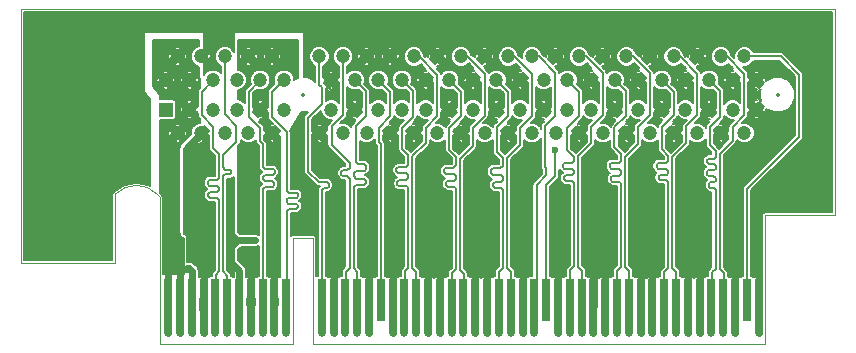
<source format=gtl>
G04 #@! TF.FileFunction,Copper,L1,Top,Signal*
%FSLAX46Y46*%
G04 Gerber Fmt 4.6, Leading zero omitted, Abs format (unit mm)*
G04 Created by KiCad (PCBNEW 4.0.2+e4-6225~38~ubuntu14.04.1-stable) date Wed Aug  3 16:15:20 2016*
%MOMM*%
G01*
G04 APERTURE LIST*
%ADD10C,0.350000*%
%ADD11C,0.100000*%
%ADD12R,0.650240X4.599940*%
%ADD13R,0.650240X3.599180*%
%ADD14C,0.650240*%
%ADD15R,1.200000X1.200000*%
%ADD16C,1.200000*%
%ADD17C,0.600000*%
%ADD18C,0.152400*%
%ADD19C,0.254000*%
%ADD20C,0.609600*%
%ADD21C,0.406400*%
%ADD22C,0.228600*%
%ADD23C,0.127000*%
%ADD24C,0.300000*%
%ADD25C,0.350000*%
G04 APERTURE END LIST*
D10*
D11*
X174000000Y-175677360D02*
X173750000Y-175427360D01*
X174000000Y-175720060D02*
X174000000Y-188150000D01*
X185250000Y-179150000D02*
X185250000Y-188150000D01*
X162250000Y-159804100D02*
X162250000Y-181250000D01*
X170225720Y-175488600D02*
X170225720Y-181250000D01*
X170172380Y-181250000D02*
X162250000Y-181250000D01*
X225247200Y-177250000D02*
X231165400Y-177250000D01*
X231162860Y-159804100D02*
X162250000Y-159804100D01*
X231165400Y-177241200D02*
X231165400Y-159806640D01*
X225250000Y-177250000D02*
X225250000Y-177500000D01*
X185250000Y-188150000D02*
X174000000Y-188150000D01*
X187000000Y-179150000D02*
X185250000Y-179150000D01*
X187000000Y-188150000D02*
X187000000Y-179150000D01*
X225250000Y-188150000D02*
X187000000Y-188150000D01*
X225250000Y-177250000D02*
X225250000Y-188150000D01*
X173795515Y-175473408D02*
G75*
G03X170265240Y-175442600I-1780275J-1719192D01*
G01*
D12*
X174714620Y-184936920D03*
X175715380Y-184936920D03*
X176713600Y-184936920D03*
X177714360Y-184936920D03*
X178715120Y-184936920D03*
X179713340Y-184936920D03*
X180714100Y-184936920D03*
X181714860Y-184936920D03*
X182713080Y-184936920D03*
X183713840Y-184936920D03*
X184714600Y-184936920D03*
X187714340Y-184936920D03*
X188715100Y-184936920D03*
X189713320Y-184936920D03*
X190714080Y-184936920D03*
X191714840Y-184936920D03*
D13*
X192713060Y-184436540D03*
D12*
X193713820Y-184936920D03*
X194714220Y-184936920D03*
X195714220Y-184936920D03*
X196714220Y-184936920D03*
X197714220Y-184936920D03*
X198714220Y-184936920D03*
X199714220Y-184936920D03*
X200714220Y-184936920D03*
X201714220Y-184936920D03*
X202714220Y-184936920D03*
X203714220Y-184936920D03*
X204714220Y-184936920D03*
X205714220Y-184936920D03*
D13*
X206714220Y-184436920D03*
D12*
X207714220Y-184936920D03*
X208714220Y-184936920D03*
X209714220Y-184936920D03*
X210714220Y-184936920D03*
X211714220Y-184936920D03*
X212714220Y-184936920D03*
X213714220Y-184936920D03*
X214714220Y-184936920D03*
X215714220Y-184936920D03*
X216714220Y-184936920D03*
X217714220Y-184936920D03*
X218714220Y-184936920D03*
X219714220Y-184936920D03*
X220714220Y-184936920D03*
X221714220Y-184936920D03*
X222714220Y-184936920D03*
D13*
X223714220Y-184436920D03*
D12*
X224714220Y-184936920D03*
D14*
X174714620Y-187238160D03*
X175715380Y-187238160D03*
X176713600Y-187238160D03*
X177714360Y-187238160D03*
X178715120Y-187238160D03*
X179713340Y-187238160D03*
X180714100Y-187238160D03*
X181714860Y-187238160D03*
X182713080Y-187238160D03*
X183713840Y-187238160D03*
X184714600Y-187238160D03*
X187714340Y-187238160D03*
X188715100Y-187238160D03*
X189713320Y-187238160D03*
X190714080Y-187238160D03*
X191714840Y-187238160D03*
X193713820Y-187238160D03*
X194714220Y-187238160D03*
X195714220Y-187238160D03*
X196714220Y-187238160D03*
X197714220Y-187238160D03*
X198714220Y-187238160D03*
X199714220Y-187238160D03*
X200714220Y-187238160D03*
X201714220Y-187238160D03*
X202714220Y-187238160D03*
X203714220Y-187238160D03*
X204714220Y-187238160D03*
X205714220Y-187238160D03*
X207714220Y-187238160D03*
X208714220Y-187238160D03*
X209714220Y-187238160D03*
X210714220Y-187238160D03*
X211714220Y-187238160D03*
X212714220Y-187238160D03*
X213714220Y-187238160D03*
X214714220Y-187238160D03*
X215714220Y-187238160D03*
X216714220Y-187238160D03*
X217714220Y-187238160D03*
X218714220Y-187238160D03*
X219714220Y-187238160D03*
X220714220Y-187238160D03*
X221714220Y-187238160D03*
X222714220Y-187238160D03*
X224714220Y-187238160D03*
D15*
X174506600Y-168305800D03*
D16*
X175506600Y-170305800D03*
X176506600Y-168305800D03*
X177506600Y-170305800D03*
X178506600Y-168305800D03*
X179506600Y-170305800D03*
X180506600Y-168305800D03*
X181506600Y-170305800D03*
X182506600Y-168305800D03*
X183506600Y-170305800D03*
X184506600Y-168305800D03*
X187506600Y-170305800D03*
X188506600Y-168305800D03*
X189506600Y-170305800D03*
X190506600Y-168305800D03*
X191506600Y-170305800D03*
X192506600Y-168305800D03*
X193506600Y-170305800D03*
X194506600Y-168305800D03*
X195506600Y-170305800D03*
X196506600Y-168305800D03*
X197506600Y-170305800D03*
X198506600Y-168305800D03*
X199506600Y-170305800D03*
X200506600Y-168305800D03*
X201506600Y-170305800D03*
X202506600Y-168305800D03*
X203506600Y-170305800D03*
X204506600Y-168305800D03*
X205506600Y-170305800D03*
X206506600Y-168305800D03*
X207506600Y-170305800D03*
X208506600Y-168305800D03*
X209506600Y-170305800D03*
X210506600Y-168305800D03*
X211506600Y-170305800D03*
X212506600Y-168305800D03*
X213506600Y-170305800D03*
X214506600Y-168305800D03*
X215506600Y-170305800D03*
X216506600Y-168305800D03*
X217506600Y-170305800D03*
X218506600Y-168305800D03*
X219506600Y-170305800D03*
X220506600Y-168305800D03*
X221506600Y-170305800D03*
X222506600Y-168305800D03*
X223506600Y-170305800D03*
X174506600Y-165805800D03*
X175506600Y-163805800D03*
X176506600Y-165805800D03*
X177506600Y-163805800D03*
X178506600Y-165805800D03*
X179506600Y-163805800D03*
X180506600Y-165805800D03*
X181506600Y-163805800D03*
X182506600Y-165805800D03*
X183506600Y-163805800D03*
X184506600Y-165805800D03*
X187506600Y-163805800D03*
X188506600Y-165805800D03*
X189506600Y-163805800D03*
X190506600Y-165805800D03*
X191506600Y-163805800D03*
X192506600Y-165805800D03*
X193506600Y-163805800D03*
X194506600Y-165805800D03*
X195506600Y-163805800D03*
X196506600Y-165805800D03*
X197506600Y-163805800D03*
X198506600Y-165805800D03*
X199506600Y-163805800D03*
X200506600Y-165805800D03*
X201506600Y-163805800D03*
X202506600Y-165805800D03*
X203506600Y-163805800D03*
X204506600Y-165805800D03*
X205506600Y-163805800D03*
X206506600Y-165805800D03*
X207506600Y-163805800D03*
X208506600Y-165805800D03*
X209506600Y-163805800D03*
X210506600Y-165805800D03*
X211506600Y-163805800D03*
X212506600Y-165805800D03*
X213506600Y-163805800D03*
X214506600Y-165805800D03*
X215506600Y-163805800D03*
X216506600Y-165805800D03*
X217506600Y-163805800D03*
X218506600Y-165805800D03*
X219506600Y-163805800D03*
X220506600Y-165805800D03*
X221506600Y-163805800D03*
X222506600Y-165805800D03*
X223506600Y-163805800D03*
X224506600Y-168305800D03*
X224506600Y-165805800D03*
D17*
X180050000Y-174900000D03*
X182250000Y-161000000D03*
X178500000Y-162750000D03*
X191250000Y-171750000D03*
X185750000Y-171750000D03*
X227500000Y-175500000D03*
X229500000Y-172000000D03*
X229500000Y-166750000D03*
X229500000Y-162500000D03*
X223000000Y-161000000D03*
X215500000Y-161000000D03*
X209250000Y-161000000D03*
X202500000Y-161000000D03*
X196750000Y-161000000D03*
X191000000Y-161000000D03*
X186500000Y-161000000D03*
X178500000Y-161000000D03*
X188350000Y-180500000D03*
X191250000Y-180500000D03*
X193750000Y-180500000D03*
X196250000Y-180500000D03*
X224500000Y-180500000D03*
X222250000Y-180500000D03*
X220250000Y-180500000D03*
X218250000Y-180500000D03*
X216250000Y-180500000D03*
X214250000Y-180500000D03*
X212250000Y-180500000D03*
X210250000Y-180500000D03*
X207400000Y-180500000D03*
X198250000Y-180500000D03*
X200250000Y-180500000D03*
X202250000Y-180500000D03*
X204250000Y-180500000D03*
X206100000Y-173625000D03*
X186400000Y-176200000D03*
X182025000Y-179375000D03*
X207827880Y-175069500D03*
X176212500Y-178673760D03*
X178216560Y-181333140D03*
X185333640Y-177401220D03*
X180050440Y-181249320D03*
X210312000Y-173179740D03*
X207500000Y-171750000D03*
X175633380Y-181759860D03*
X176517300Y-181744620D03*
X183750000Y-171750000D03*
X182025000Y-178250000D03*
X183728360Y-181033420D03*
X183565800Y-177485040D03*
X182006242Y-181310280D03*
X182118000Y-171958000D03*
D18*
X184732380Y-184974000D02*
X184732380Y-187275240D01*
X184732380Y-181246780D02*
X184732380Y-184974000D01*
X184732380Y-170160400D02*
X184732380Y-175154040D01*
X184906920Y-176715420D02*
X185549540Y-176715420D01*
X185694320Y-176570640D02*
X185549540Y-176715420D01*
X184871360Y-176258220D02*
X185559700Y-176258220D01*
X185559700Y-176258220D02*
X185694320Y-176392840D01*
X184906920Y-176715420D02*
X184732380Y-176889960D01*
X184732380Y-176119240D02*
X184871360Y-176258220D01*
X184732380Y-175154040D02*
X184912000Y-175333660D01*
X184732380Y-170160400D02*
X183509920Y-168937940D01*
X183509920Y-168937940D02*
X183509920Y-166802480D01*
X184506600Y-165805800D02*
X183509920Y-166802480D01*
X184732380Y-176889960D02*
X184732380Y-181246780D01*
X184878980Y-175752760D02*
X184732380Y-175899360D01*
X185602880Y-175752760D02*
X184878980Y-175752760D01*
X185724800Y-175630840D02*
X185602880Y-175752760D01*
X185724800Y-175465740D02*
X185724800Y-175630840D01*
X185592720Y-175333660D02*
X185724800Y-175465740D01*
X184912000Y-175333660D02*
X185592720Y-175333660D01*
X185694320Y-176392840D02*
X185694320Y-176570640D01*
X184732380Y-175899360D02*
X184732380Y-176119240D01*
X187732120Y-184974000D02*
X187732120Y-187275240D01*
X187732120Y-181599840D02*
X187732120Y-184974000D01*
X188168830Y-174432510D02*
X187444930Y-174432510D01*
X187732120Y-181599840D02*
X187732120Y-175427640D01*
X187732120Y-175427640D02*
X187732120Y-175190700D01*
X187732120Y-175109420D02*
X187732120Y-175190700D01*
X187909200Y-174932340D02*
X187732120Y-175109420D01*
X188307980Y-174820580D02*
X188196220Y-174932340D01*
X188307980Y-174571660D02*
X188307980Y-174820580D01*
X188168830Y-174432510D02*
X188307980Y-174571660D01*
X188196220Y-174932340D02*
X187909200Y-174932340D01*
X187444930Y-174432510D02*
X186568080Y-173555660D01*
X186568080Y-173172120D02*
X186568080Y-173555660D01*
X186568080Y-173172120D02*
X186568080Y-168988740D01*
X186568080Y-168988740D02*
X187721240Y-167835580D01*
X187721240Y-167835580D02*
X187721240Y-166415720D01*
X187721240Y-166415720D02*
X187506600Y-166201080D01*
X187506600Y-166201080D02*
X187506600Y-163805800D01*
X189731100Y-184974000D02*
X189731100Y-187275240D01*
X189731100Y-184974000D02*
X189731100Y-182030920D01*
X189731100Y-182030920D02*
X190068200Y-181693820D01*
X189517020Y-173941740D02*
X189837060Y-173941740D01*
X189494160Y-173443900D02*
X189384940Y-173553120D01*
X189384940Y-173553120D02*
X189384940Y-173809660D01*
X189384940Y-173809660D02*
X189517020Y-173941740D01*
X189506600Y-163805800D02*
X189506600Y-168760400D01*
X188541660Y-169725340D02*
X189506600Y-168760400D01*
X188541660Y-171282360D02*
X188541660Y-169725340D01*
X190068200Y-172808900D02*
X190068200Y-173243240D01*
X190068200Y-172808900D02*
X188541660Y-171282360D01*
X190068200Y-173243240D02*
X189867540Y-173443900D01*
X189867540Y-173443900D02*
X189494160Y-173443900D01*
X189837060Y-173941740D02*
X190068200Y-174172880D01*
X190068200Y-181693820D02*
X190068200Y-174172880D01*
X190731860Y-187275240D02*
X190731860Y-184974000D01*
X190731860Y-184974000D02*
X190731860Y-182050140D01*
X190731860Y-182050140D02*
X190423802Y-181742082D01*
X190576200Y-169725340D02*
X191467740Y-168833800D01*
X191467740Y-166766940D02*
X190506600Y-165805800D01*
X191467740Y-168833800D02*
X191467740Y-166766940D01*
X190576200Y-172158660D02*
X190576200Y-172722540D01*
X190756540Y-172902880D02*
X191320420Y-172902880D01*
X190576200Y-172722540D02*
X190756540Y-172902880D01*
X190576200Y-172158660D02*
X190576200Y-169725340D01*
X190423802Y-173652178D02*
X190423802Y-173954442D01*
X190583820Y-174708820D02*
X190423802Y-174868838D01*
X191297560Y-174708820D02*
X190583820Y-174708820D01*
X191449960Y-174556420D02*
X191297560Y-174708820D01*
X191449960Y-174307500D02*
X191449960Y-174556420D01*
X191282320Y-174139860D02*
X191449960Y-174307500D01*
X190609220Y-174139860D02*
X191282320Y-174139860D01*
X190423802Y-173954442D02*
X190609220Y-174139860D01*
X190606680Y-173469300D02*
X190423802Y-173652178D01*
X191343280Y-173469300D02*
X190606680Y-173469300D01*
X191488060Y-173324520D02*
X191343280Y-173469300D01*
X191488060Y-173070520D02*
X191488060Y-173324520D01*
X191320420Y-172902880D02*
X191488060Y-173070520D01*
X190423802Y-181742082D02*
X190423802Y-174868838D01*
X194732000Y-184974000D02*
X194732000Y-187275240D01*
X194732000Y-184974000D02*
X194732000Y-182005878D01*
X194732000Y-182005878D02*
X195026278Y-181711600D01*
X195026278Y-172971462D02*
X194810380Y-173187360D01*
X194810380Y-173187360D02*
X194170300Y-173187360D01*
X194170300Y-173187360D02*
X194035680Y-173321980D01*
X194035680Y-173321980D02*
X194035680Y-173515020D01*
X194035680Y-173515020D02*
X194185540Y-173664880D01*
X194185540Y-173664880D02*
X194815460Y-173664880D01*
X194815460Y-173664880D02*
X195026278Y-173875698D01*
X195026278Y-172173900D02*
X195026278Y-172971462D01*
X195026278Y-174129702D02*
X194858640Y-174297340D01*
X195026278Y-173875698D02*
X195026278Y-174129702D01*
X194274440Y-174297340D02*
X194114420Y-174457360D01*
X194114420Y-174457360D02*
X194114420Y-174658020D01*
X194858640Y-174297340D02*
X194274440Y-174297340D01*
X194259200Y-174802800D02*
X194114420Y-174658020D01*
X194896740Y-174802800D02*
X195026278Y-174932338D01*
X195026278Y-174932338D02*
X195026278Y-181432200D01*
X194896740Y-174802800D02*
X194259200Y-174802800D01*
X195463160Y-166762360D02*
X194506600Y-165805800D01*
X195463160Y-168892220D02*
X195463160Y-166762360D01*
X195026278Y-172156118D02*
X195026278Y-172173900D01*
X194530980Y-171660820D02*
X194530980Y-169824400D01*
X194530980Y-169824400D02*
X195463160Y-168892220D01*
X195026278Y-172156118D02*
X194530980Y-171660820D01*
X195026278Y-181711600D02*
X195026278Y-181432200D01*
X195732000Y-184974000D02*
X195732000Y-187275240D01*
X195732000Y-184974000D02*
X195732000Y-182061720D01*
X195732000Y-182061720D02*
X195381880Y-181711600D01*
X196512180Y-169834560D02*
X196512180Y-171129960D01*
X196512180Y-171129960D02*
X195381880Y-172260260D01*
X195381880Y-181711600D02*
X195381880Y-172260260D01*
X195941880Y-163805800D02*
X195506600Y-163805800D01*
X197510400Y-165374320D02*
X195941880Y-163805800D01*
X197510400Y-168836340D02*
X197510400Y-165374320D01*
X196512180Y-169834560D02*
X197510400Y-168836340D01*
X198732000Y-184974000D02*
X198732000Y-187275240D01*
X198732000Y-184974000D02*
X198732000Y-182166400D01*
X198732000Y-182166400D02*
X199069960Y-181828440D01*
X199069960Y-173936660D02*
X199069960Y-174177960D01*
X198927720Y-174815500D02*
X199069960Y-174957740D01*
X198389240Y-174815500D02*
X198927720Y-174815500D01*
X198249540Y-174675800D02*
X198389240Y-174815500D01*
X198249540Y-174475140D02*
X198249540Y-174675800D01*
X198386700Y-174337980D02*
X198249540Y-174475140D01*
X198909940Y-174337980D02*
X198386700Y-174337980D01*
X199069960Y-174177960D02*
X198909940Y-174337980D01*
X199069960Y-172300900D02*
X199069960Y-173024800D01*
X198897240Y-173763940D02*
X199069960Y-173936660D01*
X198193660Y-173763940D02*
X198897240Y-173763940D01*
X198048880Y-173619160D02*
X198193660Y-173763940D01*
X198048880Y-173405800D02*
X198048880Y-173619160D01*
X198191120Y-173263560D02*
X198048880Y-173405800D01*
X198831200Y-173263560D02*
X198191120Y-173263560D01*
X199069960Y-173024800D02*
X198831200Y-173263560D01*
X199069960Y-181828440D02*
X199069960Y-174957740D01*
X199069960Y-172300900D02*
X198521320Y-171752260D01*
X198521320Y-171752260D02*
X198521320Y-169844720D01*
X199522080Y-166821280D02*
X198506600Y-165805800D01*
X198521320Y-169844720D02*
X199522080Y-168843960D01*
X199522080Y-168843960D02*
X199522080Y-166821280D01*
X199732000Y-187275240D02*
X199732000Y-184974000D01*
X199732000Y-184974000D02*
X199732000Y-182185680D01*
X199732000Y-182185680D02*
X199425562Y-181879242D01*
X199425562Y-172460918D02*
X200497440Y-171389040D01*
X199425562Y-181879242D02*
X199425562Y-172460918D01*
X200036360Y-163805800D02*
X199506600Y-163805800D01*
X201503280Y-165272720D02*
X200036360Y-163805800D01*
X201503280Y-168821100D02*
X201503280Y-165272720D01*
X200497440Y-169826940D02*
X201503280Y-168821100D01*
X200497440Y-171389040D02*
X200497440Y-169826940D01*
D19*
X202714220Y-187238160D02*
X202714220Y-184936920D01*
D18*
X202732000Y-187275240D02*
X202732000Y-184974000D01*
X202732000Y-184974000D02*
X202732000Y-182032280D01*
X202732000Y-182032280D02*
X203065380Y-181698900D01*
X203065380Y-172402500D02*
X202539600Y-171876720D01*
X203489560Y-166788760D02*
X202506600Y-165805800D01*
X203489560Y-168838880D02*
X203489560Y-166788760D01*
X202539600Y-169788840D02*
X203489560Y-168838880D01*
X202539600Y-171876720D02*
X202539600Y-169788840D01*
X203065380Y-174043340D02*
X203065380Y-174279560D01*
X202905360Y-174970440D02*
X203065380Y-175130460D01*
X202366880Y-174970440D02*
X202905360Y-174970440D01*
X202206860Y-174810420D02*
X202366880Y-174970440D01*
X202206860Y-174589440D02*
X202206860Y-174810420D01*
X202361800Y-174434500D02*
X202206860Y-174589440D01*
X202910440Y-174434500D02*
X202361800Y-174434500D01*
X203065380Y-174279560D02*
X202910440Y-174434500D01*
X203065380Y-172402500D02*
X203065380Y-173037500D01*
X202885040Y-173863000D02*
X203065380Y-174043340D01*
X202204320Y-173863000D02*
X202885040Y-173863000D01*
X202016360Y-173675040D02*
X202204320Y-173863000D01*
X202016360Y-173431200D02*
X202016360Y-173675040D01*
X202189080Y-173258480D02*
X202016360Y-173431200D01*
X202844400Y-173258480D02*
X202189080Y-173258480D01*
X203065380Y-173037500D02*
X202844400Y-173258480D01*
X203065380Y-181698900D02*
X203065380Y-175130460D01*
D19*
X203714220Y-187238160D02*
X203714220Y-184936920D01*
D18*
X203732000Y-184974000D02*
X203732000Y-187275240D01*
X203732000Y-184974000D02*
X203732000Y-182015000D01*
X203732000Y-182015000D02*
X203420982Y-181703982D01*
X204513180Y-171274740D02*
X204513180Y-169837100D01*
X204003840Y-163805800D02*
X203506600Y-163805800D01*
X205511400Y-165313360D02*
X204003840Y-163805800D01*
X205511400Y-168838880D02*
X205511400Y-165313360D01*
X204513180Y-169837100D02*
X205511400Y-168838880D01*
X203420982Y-181703982D02*
X203420982Y-173103540D01*
X203420982Y-172366938D02*
X204513180Y-171274740D01*
X203420982Y-173103540D02*
X203420982Y-172366938D01*
X205506600Y-163805800D02*
X206073940Y-163805800D01*
X206073940Y-163805800D02*
X207500220Y-165232080D01*
X207500220Y-165232080D02*
X207500220Y-168841420D01*
X207500220Y-168841420D02*
X206625000Y-169716640D01*
X205732000Y-184974000D02*
X205732000Y-187275240D01*
X206625000Y-169716640D02*
X206625000Y-173175000D01*
X206625000Y-173175000D02*
X206725000Y-173275000D01*
X206725000Y-173275000D02*
X206725000Y-173875000D01*
X206725000Y-173875000D02*
X205900000Y-174700000D01*
X205900000Y-174700000D02*
X205900000Y-184806000D01*
X205900000Y-184806000D02*
X205732000Y-184974000D01*
D19*
X205714220Y-187238160D02*
X205714220Y-184936920D01*
X208714220Y-187238160D02*
X208714220Y-184936920D01*
D18*
X208732000Y-187275240D02*
X208732000Y-184974000D01*
X208732000Y-184974000D02*
X208732000Y-181922540D01*
X208732000Y-181922540D02*
X209069940Y-181584600D01*
X208117440Y-172971460D02*
X208117440Y-173184820D01*
X208244440Y-172844460D02*
X208117440Y-172971460D01*
X208490820Y-171739560D02*
X208490820Y-169857420D01*
X208490820Y-169857420D02*
X209514440Y-168833800D01*
X209514440Y-168833800D02*
X209514440Y-166813640D01*
X208506600Y-165805800D02*
X209514440Y-166813640D01*
X209069940Y-172318680D02*
X208490820Y-171739560D01*
X209069940Y-172656500D02*
X208881980Y-172844460D01*
X209069940Y-172318680D02*
X209069940Y-172656500D01*
X208881980Y-172844460D02*
X208244440Y-172844460D01*
X208259680Y-173327060D02*
X208117440Y-173184820D01*
X209069940Y-173497240D02*
X209069940Y-173705520D01*
X208927700Y-174345600D02*
X209069940Y-174487840D01*
X208363820Y-174345600D02*
X208927700Y-174345600D01*
X208221580Y-174203360D02*
X208363820Y-174345600D01*
X208221580Y-174000160D02*
X208221580Y-174203360D01*
X208353660Y-173868080D02*
X208221580Y-174000160D01*
X208907380Y-173868080D02*
X208353660Y-173868080D01*
X209069940Y-173705520D02*
X208907380Y-173868080D01*
X208899760Y-173327060D02*
X209069940Y-173497240D01*
X209069940Y-181584600D02*
X209069940Y-174487840D01*
X208899760Y-173327060D02*
X208259680Y-173327060D01*
D19*
X209714220Y-187238160D02*
X209714220Y-184936920D01*
D18*
X209732000Y-184974000D02*
X209732000Y-187275240D01*
X209732000Y-184974000D02*
X209732000Y-181949480D01*
X209732000Y-181949480D02*
X209425542Y-181643022D01*
X209506600Y-163805800D02*
X210074440Y-163805800D01*
X210074440Y-163805800D02*
X211500720Y-165232080D01*
X211500720Y-168783000D02*
X210517740Y-169765980D01*
X211500720Y-165232080D02*
X211500720Y-168783000D01*
X209425542Y-172260258D02*
X210517740Y-171168060D01*
X209425542Y-181643022D02*
X209425542Y-172260258D01*
X210517740Y-171168060D02*
X210517740Y-169765980D01*
X212732000Y-184974000D02*
X212732000Y-187275240D01*
X212732000Y-184974000D02*
X212732000Y-181943360D01*
X212732000Y-181943360D02*
X213062820Y-181612540D01*
X212498940Y-169811700D02*
X213456520Y-168854120D01*
X213456520Y-166755720D02*
X212506600Y-165805800D01*
X213456520Y-168854120D02*
X213456520Y-166755720D01*
X212912960Y-173908720D02*
X212318600Y-173908720D01*
X212219540Y-172816520D02*
X212102700Y-172933360D01*
X213062820Y-172105320D02*
X213062820Y-172631100D01*
X213062820Y-172631100D02*
X212877400Y-172816520D01*
X213062820Y-172105320D02*
X213062820Y-172072300D01*
X213062820Y-172072300D02*
X212498940Y-171508420D01*
X212498940Y-171508420D02*
X212498940Y-169811700D01*
X212877400Y-172816520D02*
X212219540Y-172816520D01*
X212227160Y-173316900D02*
X212102700Y-173192440D01*
X212102700Y-173192440D02*
X212102700Y-172933360D01*
X213057740Y-173494700D02*
X213057740Y-173763940D01*
X213057740Y-173763940D02*
X212912960Y-173908720D01*
X212879940Y-173316900D02*
X213057740Y-173494700D01*
X212879940Y-173316900D02*
X212227160Y-173316900D01*
X212318600Y-173908720D02*
X212181440Y-174045880D01*
X213062820Y-181612540D02*
X213062820Y-174558960D01*
X212900260Y-174396400D02*
X213062820Y-174558960D01*
X212181440Y-174045880D02*
X212181440Y-174249080D01*
X212181440Y-174249080D02*
X212328760Y-174396400D01*
X212328760Y-174396400D02*
X212900260Y-174396400D01*
X213732000Y-187275240D02*
X213732000Y-184974000D01*
X213732000Y-184974000D02*
X213732000Y-181956600D01*
X213732000Y-181956600D02*
X213418422Y-181643022D01*
X213418422Y-172321218D02*
X214510620Y-171229020D01*
X213418422Y-181643022D02*
X213418422Y-172321218D01*
X214064780Y-163805800D02*
X213506600Y-163805800D01*
X215498680Y-165239700D02*
X214064780Y-163805800D01*
X215498680Y-168788080D02*
X215498680Y-165239700D01*
X214510620Y-169776140D02*
X215498680Y-168788080D01*
X214510620Y-171229020D02*
X214510620Y-169776140D01*
X216732000Y-184974000D02*
X216732000Y-187275240D01*
X216732000Y-184974000D02*
X216732000Y-182048000D01*
X216732000Y-182048000D02*
X217048080Y-181731920D01*
X216179400Y-172836840D02*
X216060020Y-172956220D01*
X216060020Y-172956220D02*
X216060020Y-173202600D01*
X216890600Y-173339760D02*
X216197180Y-173339760D01*
X216197180Y-173339760D02*
X216060020Y-173202600D01*
X216898220Y-174287180D02*
X217048080Y-174437040D01*
X216364820Y-174287180D02*
X216898220Y-174287180D01*
X216227660Y-174150020D02*
X216364820Y-174287180D01*
X216227660Y-173951900D02*
X216227660Y-174150020D01*
X216354660Y-173824900D02*
X216227660Y-173951900D01*
X216921080Y-173824900D02*
X216354660Y-173824900D01*
X217048080Y-173697900D02*
X216921080Y-173824900D01*
X216890600Y-173339760D02*
X217048080Y-173497240D01*
X217048080Y-181731920D02*
X217048080Y-174437040D01*
X217048080Y-173497240D02*
X217048080Y-173697900D01*
X216877900Y-172836840D02*
X216179400Y-172836840D01*
X217512900Y-168780460D02*
X217512900Y-166812100D01*
X216507060Y-169786300D02*
X217512900Y-168780460D01*
X216507060Y-171655740D02*
X216507060Y-169786300D01*
X216506600Y-165805800D02*
X217512900Y-166812100D01*
X217048080Y-172196760D02*
X216507060Y-171655740D01*
X217048080Y-172666660D02*
X216877900Y-172836840D01*
X217048080Y-172196760D02*
X217048080Y-172666660D01*
X217732000Y-184974000D02*
X217732000Y-187275240D01*
X217732000Y-184974000D02*
X217732000Y-182045000D01*
X217732000Y-182045000D02*
X217403682Y-181716682D01*
X217506600Y-163805800D02*
X218014480Y-163805800D01*
X218014480Y-163805800D02*
X219524580Y-165315900D01*
X219524580Y-168752520D02*
X219524580Y-165315900D01*
X218546680Y-169730420D02*
X219524580Y-168752520D01*
X217403682Y-172514260D02*
X217403682Y-172290738D01*
X217403682Y-172290738D02*
X218546680Y-171147740D01*
X217403682Y-181716682D02*
X217403682Y-172514260D01*
X218546680Y-171147740D02*
X218546680Y-169730420D01*
X220732000Y-187275240D02*
X220732000Y-184974000D01*
X220732000Y-184974000D02*
X220732000Y-182086600D01*
X220732000Y-182086600D02*
X221053660Y-181764940D01*
X221053660Y-171775120D02*
X220591380Y-171312840D01*
X221437200Y-166736400D02*
X220506600Y-165805800D01*
X221437200Y-168899840D02*
X221437200Y-166736400D01*
X220591380Y-169745660D02*
X221437200Y-168899840D01*
X220591380Y-171312840D02*
X220591380Y-169745660D01*
X220926660Y-174942500D02*
X220629480Y-174942500D01*
X220926660Y-174942500D02*
X221053660Y-175069500D01*
X221053660Y-181764940D02*
X221053660Y-175069500D01*
X220502480Y-174594520D02*
X220624400Y-174472600D01*
X220502480Y-174815500D02*
X220502480Y-174594520D01*
X220629480Y-174942500D02*
X220502480Y-174815500D01*
X220929200Y-174472600D02*
X220624400Y-174472600D01*
X221053660Y-174119540D02*
X221053660Y-174348140D01*
X221053660Y-174348140D02*
X220929200Y-174472600D01*
X221053660Y-173065440D02*
X221053660Y-173316900D01*
X220883480Y-173949360D02*
X221053660Y-174119540D01*
X220464380Y-173949360D02*
X220883480Y-173949360D01*
X220322140Y-173807120D02*
X220464380Y-173949360D01*
X220322140Y-173563280D02*
X220322140Y-173807120D01*
X220444060Y-173441360D02*
X220322140Y-173563280D01*
X220929200Y-173441360D02*
X220444060Y-173441360D01*
X221053660Y-173316900D02*
X220929200Y-173441360D01*
X221053660Y-171775120D02*
X221053660Y-172323760D01*
X220901260Y-172913040D02*
X221053660Y-173065440D01*
X220479620Y-172913040D02*
X220901260Y-172913040D01*
X220327220Y-172760640D02*
X220479620Y-172913040D01*
X220327220Y-172577760D02*
X220327220Y-172760640D01*
X220456760Y-172448220D02*
X220327220Y-172577760D01*
X220929200Y-172448220D02*
X220456760Y-172448220D01*
X221053660Y-172323760D02*
X220929200Y-172448220D01*
X221732000Y-184974000D02*
X221732000Y-187275240D01*
X221732000Y-184974000D02*
X221732000Y-182118160D01*
X221732000Y-182118160D02*
X221409262Y-181795422D01*
X223486980Y-168798240D02*
X223486980Y-165277800D01*
X222496380Y-170939460D02*
X222496380Y-169788840D01*
X222496380Y-169788840D02*
X223486980Y-168798240D01*
X221409262Y-181795422D02*
X221409262Y-172026578D01*
X221409262Y-172026578D02*
X222496380Y-170939460D01*
X223486980Y-165277800D02*
X222014980Y-163805800D01*
X222014980Y-163805800D02*
X221506600Y-163805800D01*
X178732900Y-187275240D02*
X178732900Y-184974000D01*
X178732900Y-184974000D02*
X178732900Y-182279840D01*
X178732900Y-182279840D02*
X179014118Y-181998622D01*
X179014118Y-174071282D02*
X179014118Y-172084998D01*
X178526440Y-171597320D02*
X179014118Y-172084998D01*
X179014118Y-181998622D02*
X179014118Y-175943258D01*
X177540920Y-166771480D02*
X178506600Y-165805800D01*
X178526440Y-169778680D02*
X177540920Y-168793160D01*
X177540920Y-168793160D02*
X177540920Y-166771480D01*
X178526440Y-171597320D02*
X178526440Y-169778680D01*
X179014118Y-174071282D02*
X178808380Y-174277020D01*
X178808380Y-174277020D02*
X178175920Y-174277020D01*
X178175920Y-174277020D02*
X178056540Y-174396400D01*
X178056540Y-174396400D02*
X178056540Y-174597060D01*
X178056540Y-174597060D02*
X178198780Y-174739300D01*
X178198780Y-174739300D02*
X178831240Y-174739300D01*
X178831240Y-174739300D02*
X179014118Y-174922178D01*
X179014118Y-175125382D02*
X178864260Y-175275240D01*
X178864260Y-175275240D02*
X178236880Y-175275240D01*
X178236880Y-175275240D02*
X178089560Y-175422560D01*
X178089560Y-175422560D02*
X178089560Y-175620680D01*
X178089560Y-175620680D02*
X178244500Y-175775620D01*
X178244500Y-175775620D02*
X178846480Y-175775620D01*
X178846480Y-175775620D02*
X179014118Y-175943258D01*
X179014118Y-174922178D02*
X179014118Y-175125382D01*
X179562760Y-173377860D02*
X179971700Y-173377860D01*
X180494940Y-171051220D02*
X179369720Y-172176440D01*
X180494940Y-169651680D02*
X179506600Y-168663340D01*
X179506600Y-163805800D02*
X179506600Y-168663340D01*
X180494940Y-171051220D02*
X180494940Y-169651680D01*
X179369720Y-173184820D02*
X179562760Y-173377860D01*
X179369720Y-172176440D02*
X179369720Y-173184820D01*
X179971700Y-173377860D02*
X180068220Y-173474380D01*
X179731120Y-187275240D02*
X179731120Y-184974000D01*
X179731120Y-184974000D02*
X179731120Y-182367640D01*
X179731120Y-182367640D02*
X179369720Y-182006240D01*
X180068220Y-173695360D02*
X179966620Y-173796960D01*
X180068220Y-173474380D02*
X180068220Y-173695360D01*
X179966620Y-173796960D02*
X179529740Y-173796960D01*
X179529740Y-173796960D02*
X179369720Y-173956980D01*
X179369720Y-182006240D02*
X179369720Y-173956980D01*
X182730860Y-187275240D02*
X182730860Y-184974000D01*
X182730860Y-181292500D02*
X182730860Y-184974000D01*
X182730860Y-173188080D02*
X182730860Y-171247520D01*
X182882540Y-173339760D02*
X182730860Y-173188080D01*
X182887620Y-174373540D02*
X183542940Y-174373540D01*
X182730860Y-173994360D02*
X182730860Y-174216780D01*
X182730860Y-174216780D02*
X182887620Y-174373540D01*
X182897780Y-173827440D02*
X182730860Y-173994360D01*
X183578500Y-173827440D02*
X182897780Y-173827440D01*
X183603900Y-173339760D02*
X183723280Y-173459140D01*
X183723280Y-173459140D02*
X183723280Y-173682660D01*
X183723280Y-173682660D02*
X183578500Y-173827440D01*
X182730860Y-171247520D02*
X182468520Y-170985180D01*
X182468520Y-170985180D02*
X182468520Y-169887900D01*
X182468520Y-169887900D02*
X181521100Y-168940480D01*
X181521100Y-168940480D02*
X181521100Y-166791300D01*
X182506600Y-165805800D02*
X181521100Y-166791300D01*
X183702960Y-174718980D02*
X183568340Y-174853600D01*
X183702960Y-174533560D02*
X183702960Y-174718980D01*
X183542940Y-174373540D02*
X183702960Y-174533560D01*
X182730860Y-175017980D02*
X182730860Y-181292500D01*
X183568340Y-174853600D02*
X182895240Y-174853600D01*
X182895240Y-174853600D02*
X182730860Y-175017980D01*
X183603900Y-173339760D02*
X182882540Y-173339760D01*
D20*
X180050440Y-179964080D02*
X180050440Y-178900000D01*
X180050440Y-178900000D02*
X180050440Y-174900440D01*
X182025000Y-179375000D02*
X180525440Y-179375000D01*
X180525440Y-179375000D02*
X180050440Y-178900000D01*
X180050440Y-174900440D02*
X180050000Y-174900000D01*
X180639520Y-179375000D02*
X182025000Y-179375000D01*
X180050440Y-179964080D02*
X180639520Y-179375000D01*
X180050440Y-181249320D02*
X180050440Y-179964080D01*
X176212500Y-178673760D02*
X176212500Y-171599900D01*
X176212500Y-171599900D02*
X177506600Y-170305800D01*
D18*
X182250000Y-161000000D02*
X182323220Y-160926780D01*
X182323220Y-160926780D02*
X186426780Y-160926780D01*
X186426780Y-160926780D02*
X186500000Y-161000000D01*
X178500000Y-162750000D02*
X178500000Y-161000000D01*
X191250000Y-171750000D02*
X192100000Y-172600000D01*
X192100000Y-172600000D02*
X192100000Y-178575000D01*
X192100000Y-178575000D02*
X191250000Y-179425000D01*
X191250000Y-179425000D02*
X191250000Y-180500000D01*
D21*
X185750000Y-171750000D02*
X185750000Y-174274280D01*
X185750000Y-174274280D02*
X186415680Y-174939960D01*
X186415680Y-174939960D02*
X186415680Y-176898300D01*
X186415680Y-176898300D02*
X185912760Y-177401220D01*
X185912760Y-177401220D02*
X185333640Y-177401220D01*
D18*
X229500000Y-173500000D02*
X229500000Y-172000000D01*
X227500000Y-175500000D02*
X229500000Y-173500000D01*
X229500000Y-166750000D02*
X228884480Y-166134480D01*
X228884480Y-166134480D02*
X228884480Y-163115520D01*
X228884480Y-163115520D02*
X229500000Y-162500000D01*
X223000000Y-161000000D02*
X222990280Y-160990280D01*
X222990280Y-160990280D02*
X215509720Y-160990280D01*
X215509720Y-160990280D02*
X215500000Y-161000000D01*
X215500000Y-161000000D02*
X215506600Y-161006600D01*
X215506600Y-161006600D02*
X215506600Y-163805800D01*
X209250000Y-161000000D02*
X209240280Y-160990280D01*
X209240280Y-160990280D02*
X202509720Y-160990280D01*
X202509720Y-160990280D02*
X202500000Y-161000000D01*
X196750000Y-161000000D02*
X196557400Y-160807400D01*
X196557400Y-160807400D02*
X191192600Y-160807400D01*
X191192600Y-160807400D02*
X191000000Y-161000000D01*
D20*
X188350000Y-180500000D02*
X188732880Y-180882880D01*
X188732880Y-180882880D02*
X188732880Y-184974000D01*
X191250000Y-180500000D02*
X191714840Y-180964840D01*
X191714840Y-180964840D02*
X191714840Y-184936920D01*
X193750000Y-180500000D02*
X193713820Y-180536180D01*
X193713820Y-180536180D02*
X193713820Y-184936920D01*
X196250000Y-180500000D02*
X196714220Y-180964220D01*
X196714220Y-180964220D02*
X196714220Y-184936920D01*
X196250000Y-180500000D02*
X198250000Y-180500000D01*
X224500000Y-180500000D02*
X224714220Y-180714220D01*
X224714220Y-180714220D02*
X224714220Y-184936920D01*
X222250000Y-180500000D02*
X222714220Y-180964220D01*
X222714220Y-180964220D02*
X222714220Y-184936920D01*
X220250000Y-180500000D02*
X219714220Y-181035780D01*
X220250000Y-180500000D02*
X218250000Y-180500000D01*
X219714220Y-181035780D02*
X219714220Y-184936920D01*
X218250000Y-180500000D02*
X218714220Y-180964220D01*
X218714220Y-180964220D02*
X218714220Y-184936920D01*
X216250000Y-180500000D02*
X215714220Y-181035780D01*
X215714220Y-181035780D02*
X215714220Y-184936920D01*
X216250000Y-180500000D02*
X214250000Y-180500000D01*
X214250000Y-180500000D02*
X214714220Y-180964220D01*
X214714220Y-180964220D02*
X214714220Y-184936920D01*
X212250000Y-180500000D02*
X211714220Y-181035780D01*
X211714220Y-181035780D02*
X211714220Y-184936920D01*
X212250000Y-180500000D02*
X210250000Y-180500000D01*
X210250000Y-180500000D02*
X210732000Y-180982000D01*
D18*
X210197700Y-180447700D02*
X210197700Y-173294040D01*
X210197700Y-173294040D02*
X210312000Y-173179740D01*
X210250000Y-180500000D02*
X210197700Y-180447700D01*
D20*
X210732000Y-180982000D02*
X210732000Y-184974000D01*
D18*
X207400000Y-180500000D02*
X207825000Y-180075000D01*
X207825000Y-180075000D02*
X207825000Y-175072380D01*
X207825000Y-175072380D02*
X207827880Y-175069500D01*
D20*
X207400000Y-180500000D02*
X207400000Y-180690498D01*
X207732000Y-181022498D02*
X207732000Y-184974000D01*
X207400000Y-180690498D02*
X207732000Y-181022498D01*
X198250000Y-180500000D02*
X197714220Y-181035780D01*
X197714220Y-181035780D02*
X197714220Y-184936920D01*
X200714220Y-180964220D02*
X200714220Y-184936920D01*
X200250000Y-180500000D02*
X200714220Y-180964220D01*
X200250000Y-180500000D02*
X202250000Y-180500000D01*
X201714220Y-181035780D02*
X201714220Y-184936920D01*
X202250000Y-180500000D02*
X201714220Y-181035780D01*
D18*
X204250000Y-180500000D02*
X204208380Y-180458380D01*
X204208380Y-180458380D02*
X204208380Y-175091620D01*
X204208380Y-175091620D02*
X205675000Y-173625000D01*
X205675000Y-173625000D02*
X206100000Y-173625000D01*
D20*
X204250000Y-180500000D02*
X204714220Y-180964220D01*
X204714220Y-180964220D02*
X204714220Y-184936920D01*
X224714220Y-187238160D02*
X224714220Y-184936920D01*
X222714220Y-187238160D02*
X222714220Y-184936920D01*
X219714220Y-187238160D02*
X219714220Y-184936920D01*
X218714220Y-187238160D02*
X218714220Y-184936920D01*
X215714220Y-187238160D02*
X215714220Y-184936920D01*
X214714220Y-187238160D02*
X214714220Y-184936920D01*
X211714220Y-187238160D02*
X211714220Y-184936920D01*
X210714220Y-187238160D02*
X210714220Y-184936920D01*
X204714220Y-187238160D02*
X204714220Y-184936920D01*
X207714220Y-187238160D02*
X207714220Y-184936920D01*
X201714220Y-187238160D02*
X201714220Y-184936920D01*
X200714220Y-187238160D02*
X200714220Y-184936920D01*
X197714220Y-187238160D02*
X197714220Y-184936920D01*
X196714220Y-187238160D02*
X196714220Y-184936920D01*
X193713820Y-187238160D02*
X193713820Y-184936920D01*
X191714840Y-187238160D02*
X191714840Y-184936920D01*
X188715100Y-187238160D02*
X188715100Y-184936920D01*
X177714360Y-184936920D02*
X177714360Y-181835340D01*
X177714360Y-181835340D02*
X178216560Y-181333140D01*
X177714360Y-187238160D02*
X177714360Y-184936920D01*
X180714100Y-187238160D02*
X180714100Y-184936920D01*
D18*
X196732000Y-187275240D02*
X196732000Y-184974000D01*
X197732000Y-184974000D02*
X197732000Y-187275240D01*
X224732000Y-187275240D02*
X224732000Y-184974000D01*
X222732000Y-187275240D02*
X222732000Y-184974000D01*
X210732000Y-187275240D02*
X210732000Y-184974000D01*
X207732000Y-187275240D02*
X207732000Y-184974000D01*
X204732000Y-187275240D02*
X204732000Y-184974000D01*
X200732000Y-187275240D02*
X200732000Y-184974000D01*
X193731600Y-187275240D02*
X193731600Y-184974000D01*
X191732620Y-187275240D02*
X191732620Y-184974000D01*
X188732880Y-187275240D02*
X188732880Y-184974000D01*
X180731880Y-187275240D02*
X180731880Y-184974000D01*
X177732140Y-187275240D02*
X177732140Y-184974000D01*
D21*
X177732140Y-181817560D02*
X178216560Y-181333140D01*
X177732140Y-181817560D02*
X177732140Y-184974000D01*
D20*
X180731880Y-181930760D02*
X180050440Y-181249320D01*
X180731880Y-181930760D02*
X180731880Y-184974000D01*
D18*
X207500000Y-171750000D02*
X207500000Y-173925000D01*
X207500000Y-173925000D02*
X206732000Y-174693000D01*
X206732000Y-174693000D02*
X206732000Y-184474000D01*
X192730840Y-181637940D02*
X192730840Y-184473620D01*
X223732000Y-180921660D02*
X223732000Y-184474000D01*
X192730840Y-181041040D02*
X192730840Y-181637940D01*
X223732000Y-176578260D02*
X223732000Y-175004820D01*
X223732000Y-175004820D02*
X228142800Y-170594020D01*
X223732000Y-180921660D02*
X223732000Y-176578260D01*
X228142800Y-170594020D02*
X228142800Y-165346380D01*
X228142800Y-165346380D02*
X226602220Y-163805800D01*
X226602220Y-163805800D02*
X223506600Y-163805800D01*
X192730840Y-181041040D02*
X192730840Y-171219580D01*
X192730840Y-171219580D02*
X192547240Y-171035980D01*
X192547240Y-169821860D02*
X193517520Y-168851580D01*
X192547240Y-171035980D02*
X192547240Y-169821860D01*
X193517520Y-168851580D02*
X193517520Y-166816720D01*
X193517520Y-166816720D02*
X192506600Y-165805800D01*
X193517520Y-166816720D02*
X192506600Y-165805800D01*
X193517520Y-168851580D02*
X193517520Y-166816720D01*
D20*
X176713600Y-187238160D02*
X176713600Y-184936920D01*
X175715380Y-187238160D02*
X175715380Y-184936920D01*
X174714620Y-187238160D02*
X174714620Y-184936920D01*
X175633380Y-181759860D02*
X176502060Y-181759860D01*
X176502060Y-181759860D02*
X176517300Y-181744620D01*
X174714620Y-181835380D02*
X174790140Y-181759860D01*
X174790140Y-181759860D02*
X175633380Y-181759860D01*
X174714620Y-184936920D02*
X174714620Y-181835380D01*
X174714620Y-184936920D02*
X174714620Y-182678620D01*
X175715380Y-184936920D02*
X175715380Y-181841860D01*
X175715380Y-181841860D02*
X175633380Y-181759860D01*
D18*
X175733160Y-187275240D02*
X175733160Y-184974000D01*
X174732400Y-187275240D02*
X174732400Y-184974000D01*
X176731380Y-187275240D02*
X176731380Y-184974000D01*
D20*
X176731380Y-181958700D02*
X176517300Y-181744620D01*
X176731380Y-181958700D02*
X176731380Y-184974000D01*
X181714860Y-187238160D02*
X181714860Y-184936920D01*
X183713840Y-187238160D02*
X183713840Y-184936920D01*
X183713840Y-184936920D02*
X183713840Y-181047940D01*
X183713840Y-181047940D02*
X183728360Y-181033420D01*
D18*
X183731620Y-187275240D02*
X183731620Y-184974000D01*
X181732640Y-187275240D02*
X181732640Y-184974000D01*
D22*
X183728360Y-181033420D02*
X183728360Y-177647600D01*
X183728360Y-177647600D02*
X183565800Y-177485040D01*
D20*
X182006242Y-181310280D02*
X181732640Y-181583882D01*
X181732640Y-181583882D02*
X181732640Y-184974000D01*
X181732640Y-184974000D02*
X181732640Y-181388300D01*
X181732640Y-181388300D02*
X181737000Y-181383940D01*
X181732640Y-183519360D02*
X181737000Y-183515000D01*
D23*
G36*
X177357939Y-162938970D02*
X177334959Y-162938950D01*
X177016295Y-163070619D01*
X176772276Y-163314213D01*
X176640050Y-163632646D01*
X176639750Y-163977441D01*
X176771419Y-164296105D01*
X177015013Y-164540124D01*
X177333446Y-164672350D01*
X177364619Y-164672377D01*
X177371492Y-166455974D01*
X177298453Y-166529013D01*
X177224122Y-166640258D01*
X177198020Y-166771480D01*
X177198020Y-168038644D01*
X176930864Y-168305800D01*
X177198020Y-168572956D01*
X177198020Y-168793160D01*
X177224122Y-168924382D01*
X177298453Y-169035627D01*
X177381755Y-169118929D01*
X177382988Y-169438992D01*
X177334959Y-169438950D01*
X177016295Y-169570619D01*
X176772276Y-169814213D01*
X176640050Y-170132646D01*
X176639848Y-170364328D01*
X175808388Y-171195788D01*
X175684503Y-171381196D01*
X175684503Y-171381197D01*
X175640999Y-171599900D01*
X175641000Y-171599905D01*
X175641000Y-178673760D01*
X175645779Y-178697786D01*
X175645702Y-178785989D01*
X175679682Y-178868227D01*
X175684503Y-178892464D01*
X175698113Y-178912832D01*
X175731795Y-178994350D01*
X175794656Y-179057321D01*
X175808388Y-179077872D01*
X175828759Y-179091484D01*
X175891071Y-179153904D01*
X175973247Y-179188026D01*
X175993796Y-179201757D01*
X176017823Y-179206536D01*
X176036500Y-179214291D01*
X176036500Y-182186500D01*
X174240500Y-182186500D01*
X174240500Y-175720060D01*
X174236253Y-175698707D01*
X174240499Y-175677360D01*
X174222192Y-175585324D01*
X174170059Y-175507301D01*
X174058966Y-175396208D01*
X174056066Y-171010432D01*
X175226232Y-171010432D01*
X175309598Y-171087340D01*
X175623676Y-171103239D01*
X175703602Y-171087340D01*
X175786968Y-171010432D01*
X175506600Y-170730064D01*
X175226232Y-171010432D01*
X174056066Y-171010432D01*
X174055677Y-170422876D01*
X174709161Y-170422876D01*
X174725060Y-170502802D01*
X174801968Y-170586168D01*
X175082336Y-170305800D01*
X175930864Y-170305800D01*
X176211232Y-170586168D01*
X176288140Y-170502802D01*
X176304039Y-170188724D01*
X176288140Y-170108798D01*
X176211232Y-170025432D01*
X175930864Y-170305800D01*
X175082336Y-170305800D01*
X174801968Y-170025432D01*
X174725060Y-170108798D01*
X174709161Y-170422876D01*
X174055677Y-170422876D01*
X174055134Y-169601168D01*
X175226232Y-169601168D01*
X175506600Y-169881536D01*
X175786968Y-169601168D01*
X175703602Y-169524260D01*
X175389524Y-169508361D01*
X175309598Y-169524260D01*
X175226232Y-169601168D01*
X174055134Y-169601168D01*
X174054853Y-169177724D01*
X175106600Y-169177724D01*
X175205433Y-169159127D01*
X175296205Y-169100717D01*
X175357100Y-169011594D01*
X175357335Y-169010432D01*
X176226232Y-169010432D01*
X176309598Y-169087340D01*
X176623676Y-169103239D01*
X176703602Y-169087340D01*
X176786968Y-169010432D01*
X176506600Y-168730064D01*
X176226232Y-169010432D01*
X175357335Y-169010432D01*
X175378524Y-168905800D01*
X175378524Y-168422876D01*
X175709161Y-168422876D01*
X175725060Y-168502802D01*
X175801968Y-168586168D01*
X176082336Y-168305800D01*
X175801968Y-168025432D01*
X175725060Y-168108798D01*
X175709161Y-168422876D01*
X175378524Y-168422876D01*
X175378524Y-167705800D01*
X175359927Y-167606967D01*
X175356196Y-167601168D01*
X176226232Y-167601168D01*
X176506600Y-167881536D01*
X176786968Y-167601168D01*
X176703602Y-167524260D01*
X176389524Y-167508361D01*
X176309598Y-167524260D01*
X176226232Y-167601168D01*
X175356196Y-167601168D01*
X175301517Y-167516195D01*
X175212394Y-167455300D01*
X175106600Y-167433876D01*
X174053700Y-167433876D01*
X174053500Y-167131958D01*
X174048481Y-167107256D01*
X174038782Y-167091348D01*
X173554686Y-166510432D01*
X174226232Y-166510432D01*
X174309598Y-166587340D01*
X174623676Y-166603239D01*
X174703602Y-166587340D01*
X174786968Y-166510432D01*
X176226232Y-166510432D01*
X176309598Y-166587340D01*
X176623676Y-166603239D01*
X176703602Y-166587340D01*
X176786968Y-166510432D01*
X176506600Y-166230064D01*
X176226232Y-166510432D01*
X174786968Y-166510432D01*
X174506600Y-166230064D01*
X174226232Y-166510432D01*
X173554686Y-166510432D01*
X173418500Y-166347010D01*
X173418500Y-165922876D01*
X173709161Y-165922876D01*
X173725060Y-166002802D01*
X173801968Y-166086168D01*
X174082336Y-165805800D01*
X174930864Y-165805800D01*
X175211232Y-166086168D01*
X175288140Y-166002802D01*
X175292185Y-165922876D01*
X175709161Y-165922876D01*
X175725060Y-166002802D01*
X175801968Y-166086168D01*
X176082336Y-165805800D01*
X176930864Y-165805800D01*
X177211232Y-166086168D01*
X177288140Y-166002802D01*
X177304039Y-165688724D01*
X177288140Y-165608798D01*
X177211232Y-165525432D01*
X176930864Y-165805800D01*
X176082336Y-165805800D01*
X175801968Y-165525432D01*
X175725060Y-165608798D01*
X175709161Y-165922876D01*
X175292185Y-165922876D01*
X175304039Y-165688724D01*
X175288140Y-165608798D01*
X175211232Y-165525432D01*
X174930864Y-165805800D01*
X174082336Y-165805800D01*
X173801968Y-165525432D01*
X173725060Y-165608798D01*
X173709161Y-165922876D01*
X173418500Y-165922876D01*
X173418500Y-165101168D01*
X174226232Y-165101168D01*
X174506600Y-165381536D01*
X174786968Y-165101168D01*
X176226232Y-165101168D01*
X176506600Y-165381536D01*
X176786968Y-165101168D01*
X176703602Y-165024260D01*
X176389524Y-165008361D01*
X176309598Y-165024260D01*
X176226232Y-165101168D01*
X174786968Y-165101168D01*
X174703602Y-165024260D01*
X174389524Y-165008361D01*
X174309598Y-165024260D01*
X174226232Y-165101168D01*
X173418500Y-165101168D01*
X173418500Y-164510432D01*
X175226232Y-164510432D01*
X175309598Y-164587340D01*
X175623676Y-164603239D01*
X175703602Y-164587340D01*
X175786968Y-164510432D01*
X175506600Y-164230064D01*
X175226232Y-164510432D01*
X173418500Y-164510432D01*
X173418500Y-163922876D01*
X174709161Y-163922876D01*
X174725060Y-164002802D01*
X174801968Y-164086168D01*
X175082336Y-163805800D01*
X175930864Y-163805800D01*
X176211232Y-164086168D01*
X176288140Y-164002802D01*
X176304039Y-163688724D01*
X176288140Y-163608798D01*
X176211232Y-163525432D01*
X175930864Y-163805800D01*
X175082336Y-163805800D01*
X174801968Y-163525432D01*
X174725060Y-163608798D01*
X174709161Y-163922876D01*
X173418500Y-163922876D01*
X173418500Y-163101168D01*
X175226232Y-163101168D01*
X175506600Y-163381536D01*
X175786968Y-163101168D01*
X175703602Y-163024260D01*
X175389524Y-163008361D01*
X175309598Y-163024260D01*
X175226232Y-163101168D01*
X173418500Y-163101168D01*
X173418500Y-162369500D01*
X177355744Y-162369500D01*
X177357939Y-162938970D01*
X177357939Y-162938970D01*
G37*
X177357939Y-162938970D02*
X177334959Y-162938950D01*
X177016295Y-163070619D01*
X176772276Y-163314213D01*
X176640050Y-163632646D01*
X176639750Y-163977441D01*
X176771419Y-164296105D01*
X177015013Y-164540124D01*
X177333446Y-164672350D01*
X177364619Y-164672377D01*
X177371492Y-166455974D01*
X177298453Y-166529013D01*
X177224122Y-166640258D01*
X177198020Y-166771480D01*
X177198020Y-168038644D01*
X176930864Y-168305800D01*
X177198020Y-168572956D01*
X177198020Y-168793160D01*
X177224122Y-168924382D01*
X177298453Y-169035627D01*
X177381755Y-169118929D01*
X177382988Y-169438992D01*
X177334959Y-169438950D01*
X177016295Y-169570619D01*
X176772276Y-169814213D01*
X176640050Y-170132646D01*
X176639848Y-170364328D01*
X175808388Y-171195788D01*
X175684503Y-171381196D01*
X175684503Y-171381197D01*
X175640999Y-171599900D01*
X175641000Y-171599905D01*
X175641000Y-178673760D01*
X175645779Y-178697786D01*
X175645702Y-178785989D01*
X175679682Y-178868227D01*
X175684503Y-178892464D01*
X175698113Y-178912832D01*
X175731795Y-178994350D01*
X175794656Y-179057321D01*
X175808388Y-179077872D01*
X175828759Y-179091484D01*
X175891071Y-179153904D01*
X175973247Y-179188026D01*
X175993796Y-179201757D01*
X176017823Y-179206536D01*
X176036500Y-179214291D01*
X176036500Y-182186500D01*
X174240500Y-182186500D01*
X174240500Y-175720060D01*
X174236253Y-175698707D01*
X174240499Y-175677360D01*
X174222192Y-175585324D01*
X174170059Y-175507301D01*
X174058966Y-175396208D01*
X174056066Y-171010432D01*
X175226232Y-171010432D01*
X175309598Y-171087340D01*
X175623676Y-171103239D01*
X175703602Y-171087340D01*
X175786968Y-171010432D01*
X175506600Y-170730064D01*
X175226232Y-171010432D01*
X174056066Y-171010432D01*
X174055677Y-170422876D01*
X174709161Y-170422876D01*
X174725060Y-170502802D01*
X174801968Y-170586168D01*
X175082336Y-170305800D01*
X175930864Y-170305800D01*
X176211232Y-170586168D01*
X176288140Y-170502802D01*
X176304039Y-170188724D01*
X176288140Y-170108798D01*
X176211232Y-170025432D01*
X175930864Y-170305800D01*
X175082336Y-170305800D01*
X174801968Y-170025432D01*
X174725060Y-170108798D01*
X174709161Y-170422876D01*
X174055677Y-170422876D01*
X174055134Y-169601168D01*
X175226232Y-169601168D01*
X175506600Y-169881536D01*
X175786968Y-169601168D01*
X175703602Y-169524260D01*
X175389524Y-169508361D01*
X175309598Y-169524260D01*
X175226232Y-169601168D01*
X174055134Y-169601168D01*
X174054853Y-169177724D01*
X175106600Y-169177724D01*
X175205433Y-169159127D01*
X175296205Y-169100717D01*
X175357100Y-169011594D01*
X175357335Y-169010432D01*
X176226232Y-169010432D01*
X176309598Y-169087340D01*
X176623676Y-169103239D01*
X176703602Y-169087340D01*
X176786968Y-169010432D01*
X176506600Y-168730064D01*
X176226232Y-169010432D01*
X175357335Y-169010432D01*
X175378524Y-168905800D01*
X175378524Y-168422876D01*
X175709161Y-168422876D01*
X175725060Y-168502802D01*
X175801968Y-168586168D01*
X176082336Y-168305800D01*
X175801968Y-168025432D01*
X175725060Y-168108798D01*
X175709161Y-168422876D01*
X175378524Y-168422876D01*
X175378524Y-167705800D01*
X175359927Y-167606967D01*
X175356196Y-167601168D01*
X176226232Y-167601168D01*
X176506600Y-167881536D01*
X176786968Y-167601168D01*
X176703602Y-167524260D01*
X176389524Y-167508361D01*
X176309598Y-167524260D01*
X176226232Y-167601168D01*
X175356196Y-167601168D01*
X175301517Y-167516195D01*
X175212394Y-167455300D01*
X175106600Y-167433876D01*
X174053700Y-167433876D01*
X174053500Y-167131958D01*
X174048481Y-167107256D01*
X174038782Y-167091348D01*
X173554686Y-166510432D01*
X174226232Y-166510432D01*
X174309598Y-166587340D01*
X174623676Y-166603239D01*
X174703602Y-166587340D01*
X174786968Y-166510432D01*
X176226232Y-166510432D01*
X176309598Y-166587340D01*
X176623676Y-166603239D01*
X176703602Y-166587340D01*
X176786968Y-166510432D01*
X176506600Y-166230064D01*
X176226232Y-166510432D01*
X174786968Y-166510432D01*
X174506600Y-166230064D01*
X174226232Y-166510432D01*
X173554686Y-166510432D01*
X173418500Y-166347010D01*
X173418500Y-165922876D01*
X173709161Y-165922876D01*
X173725060Y-166002802D01*
X173801968Y-166086168D01*
X174082336Y-165805800D01*
X174930864Y-165805800D01*
X175211232Y-166086168D01*
X175288140Y-166002802D01*
X175292185Y-165922876D01*
X175709161Y-165922876D01*
X175725060Y-166002802D01*
X175801968Y-166086168D01*
X176082336Y-165805800D01*
X176930864Y-165805800D01*
X177211232Y-166086168D01*
X177288140Y-166002802D01*
X177304039Y-165688724D01*
X177288140Y-165608798D01*
X177211232Y-165525432D01*
X176930864Y-165805800D01*
X176082336Y-165805800D01*
X175801968Y-165525432D01*
X175725060Y-165608798D01*
X175709161Y-165922876D01*
X175292185Y-165922876D01*
X175304039Y-165688724D01*
X175288140Y-165608798D01*
X175211232Y-165525432D01*
X174930864Y-165805800D01*
X174082336Y-165805800D01*
X173801968Y-165525432D01*
X173725060Y-165608798D01*
X173709161Y-165922876D01*
X173418500Y-165922876D01*
X173418500Y-165101168D01*
X174226232Y-165101168D01*
X174506600Y-165381536D01*
X174786968Y-165101168D01*
X176226232Y-165101168D01*
X176506600Y-165381536D01*
X176786968Y-165101168D01*
X176703602Y-165024260D01*
X176389524Y-165008361D01*
X176309598Y-165024260D01*
X176226232Y-165101168D01*
X174786968Y-165101168D01*
X174703602Y-165024260D01*
X174389524Y-165008361D01*
X174309598Y-165024260D01*
X174226232Y-165101168D01*
X173418500Y-165101168D01*
X173418500Y-164510432D01*
X175226232Y-164510432D01*
X175309598Y-164587340D01*
X175623676Y-164603239D01*
X175703602Y-164587340D01*
X175786968Y-164510432D01*
X175506600Y-164230064D01*
X175226232Y-164510432D01*
X173418500Y-164510432D01*
X173418500Y-163922876D01*
X174709161Y-163922876D01*
X174725060Y-164002802D01*
X174801968Y-164086168D01*
X175082336Y-163805800D01*
X175930864Y-163805800D01*
X176211232Y-164086168D01*
X176288140Y-164002802D01*
X176304039Y-163688724D01*
X176288140Y-163608798D01*
X176211232Y-163525432D01*
X175930864Y-163805800D01*
X175082336Y-163805800D01*
X174801968Y-163525432D01*
X174725060Y-163608798D01*
X174709161Y-163922876D01*
X173418500Y-163922876D01*
X173418500Y-163101168D01*
X175226232Y-163101168D01*
X175506600Y-163381536D01*
X175786968Y-163101168D01*
X175703602Y-163024260D01*
X175389524Y-163008361D01*
X175309598Y-163024260D01*
X175226232Y-163101168D01*
X173418500Y-163101168D01*
X173418500Y-162369500D01*
X177355744Y-162369500D01*
X177357939Y-162938970D01*
G36*
X182387960Y-182365026D02*
X182289127Y-182383623D01*
X182198355Y-182442033D01*
X182164305Y-182491867D01*
X182147890Y-182475452D01*
X182077873Y-182446450D01*
X181925045Y-182446450D01*
X181877420Y-182494075D01*
X181877420Y-184238420D01*
X182039980Y-184238420D01*
X182039980Y-184848500D01*
X181389740Y-184848500D01*
X181389740Y-184238420D01*
X181552300Y-184238420D01*
X181552300Y-182494075D01*
X181504675Y-182446450D01*
X181351847Y-182446450D01*
X181303380Y-182466526D01*
X181303380Y-181930765D01*
X181303381Y-181930760D01*
X181259878Y-181712057D01*
X181208657Y-181635400D01*
X181135992Y-181526648D01*
X181135989Y-181526646D01*
X180657500Y-181048156D01*
X180657500Y-180165244D01*
X180876243Y-179946500D01*
X182025000Y-179946500D01*
X182049026Y-179941721D01*
X182137229Y-179941798D01*
X182219467Y-179907818D01*
X182243704Y-179902997D01*
X182264072Y-179889387D01*
X182345590Y-179855705D01*
X182387960Y-179813409D01*
X182387960Y-182365026D01*
X182387960Y-182365026D01*
G37*
X182387960Y-182365026D02*
X182289127Y-182383623D01*
X182198355Y-182442033D01*
X182164305Y-182491867D01*
X182147890Y-182475452D01*
X182077873Y-182446450D01*
X181925045Y-182446450D01*
X181877420Y-182494075D01*
X181877420Y-184238420D01*
X182039980Y-184238420D01*
X182039980Y-184848500D01*
X181389740Y-184848500D01*
X181389740Y-184238420D01*
X181552300Y-184238420D01*
X181552300Y-182494075D01*
X181504675Y-182446450D01*
X181351847Y-182446450D01*
X181303380Y-182466526D01*
X181303380Y-181930765D01*
X181303381Y-181930760D01*
X181259878Y-181712057D01*
X181208657Y-181635400D01*
X181135992Y-181526648D01*
X181135989Y-181526646D01*
X180657500Y-181048156D01*
X180657500Y-180165244D01*
X180876243Y-179946500D01*
X182025000Y-179946500D01*
X182049026Y-179941721D01*
X182137229Y-179941798D01*
X182219467Y-179907818D01*
X182243704Y-179902997D01*
X182264072Y-179889387D01*
X182345590Y-179855705D01*
X182387960Y-179813409D01*
X182387960Y-182365026D01*
G36*
X185737500Y-165614947D02*
X185373336Y-165765417D01*
X185373450Y-165634159D01*
X185241781Y-165315495D01*
X184998187Y-165071476D01*
X184679754Y-164939250D01*
X184334959Y-164938950D01*
X184016295Y-165070619D01*
X183772276Y-165314213D01*
X183640050Y-165632646D01*
X183639750Y-165977441D01*
X183701231Y-166126235D01*
X183267453Y-166560013D01*
X183193122Y-166671258D01*
X183167020Y-166802480D01*
X183167020Y-168069644D01*
X182930864Y-168305800D01*
X183167020Y-168541956D01*
X183167020Y-168937940D01*
X183193122Y-169069162D01*
X183267453Y-169180407D01*
X183455808Y-169368762D01*
X183436949Y-169387620D01*
X183566657Y-169517328D01*
X183389524Y-169508361D01*
X183309598Y-169524260D01*
X183226232Y-169601168D01*
X183506600Y-169881536D01*
X183718733Y-169669404D01*
X184142997Y-170093668D01*
X183930864Y-170305800D01*
X184211232Y-170586168D01*
X184213500Y-170583710D01*
X184213500Y-182433266D01*
X184199875Y-182442033D01*
X184164794Y-182493376D01*
X184146870Y-182475452D01*
X184076853Y-182446450D01*
X183924025Y-182446450D01*
X183876400Y-182494075D01*
X183876400Y-184238420D01*
X184038960Y-184238420D01*
X184038960Y-184848500D01*
X183388720Y-184848500D01*
X183388720Y-184238420D01*
X183551280Y-184238420D01*
X183551280Y-182494075D01*
X183503655Y-182446450D01*
X183350827Y-182446450D01*
X183280810Y-182475452D01*
X183262795Y-182493467D01*
X183233117Y-182447345D01*
X183143994Y-182386450D01*
X183073760Y-182372227D01*
X183073760Y-175196500D01*
X183568340Y-175196500D01*
X183699562Y-175170398D01*
X183810807Y-175096067D01*
X183945427Y-174961447D01*
X184019758Y-174850202D01*
X184045860Y-174718980D01*
X184045860Y-174533560D01*
X184019758Y-174402338D01*
X183945427Y-174291093D01*
X183785407Y-174131073D01*
X183757416Y-174112370D01*
X183820967Y-174069907D01*
X183965747Y-173925127D01*
X184040078Y-173813882D01*
X184066180Y-173682660D01*
X184066180Y-173459140D01*
X184040078Y-173327918D01*
X183965747Y-173216673D01*
X183846367Y-173097293D01*
X183735122Y-173022962D01*
X183603900Y-172996860D01*
X183073760Y-172996860D01*
X183073760Y-171247520D01*
X183047658Y-171116298D01*
X182976922Y-171010432D01*
X183226232Y-171010432D01*
X183309598Y-171087340D01*
X183623676Y-171103239D01*
X183703602Y-171087340D01*
X183786968Y-171010432D01*
X183506600Y-170730064D01*
X183226232Y-171010432D01*
X182976922Y-171010432D01*
X182973327Y-171005053D01*
X182811420Y-170843146D01*
X182811420Y-170576716D01*
X183082336Y-170305800D01*
X182811420Y-170034884D01*
X182811420Y-169887900D01*
X182785318Y-169756678D01*
X182710987Y-169645433D01*
X182432893Y-169367339D01*
X182576251Y-169223980D01*
X182446543Y-169094272D01*
X182623676Y-169103239D01*
X182703602Y-169087340D01*
X182786968Y-169010432D01*
X182506600Y-168730064D01*
X182294468Y-168942197D01*
X181870204Y-168517933D01*
X182082336Y-168305800D01*
X181864000Y-168087464D01*
X181864000Y-167601168D01*
X182226232Y-167601168D01*
X182506600Y-167881536D01*
X182786968Y-167601168D01*
X182703602Y-167524260D01*
X182389524Y-167508361D01*
X182309598Y-167524260D01*
X182226232Y-167601168D01*
X181864000Y-167601168D01*
X181864000Y-166933334D01*
X182186148Y-166611186D01*
X182333446Y-166672350D01*
X182678241Y-166672650D01*
X182996905Y-166540981D01*
X183240924Y-166297387D01*
X183373150Y-165978954D01*
X183373450Y-165634159D01*
X183241781Y-165315495D01*
X182998187Y-165071476D01*
X182679754Y-164939250D01*
X182334959Y-164938950D01*
X182016295Y-165070619D01*
X181772276Y-165314213D01*
X181640050Y-165632646D01*
X181639750Y-165977441D01*
X181701231Y-166126235D01*
X181278633Y-166548833D01*
X181204302Y-166660078D01*
X181178200Y-166791300D01*
X181178200Y-167751803D01*
X180998187Y-167571476D01*
X180679754Y-167439250D01*
X180657500Y-167439231D01*
X180657500Y-166672632D01*
X180678241Y-166672650D01*
X180996905Y-166540981D01*
X181240924Y-166297387D01*
X181373150Y-165978954D01*
X181373450Y-165634159D01*
X181241781Y-165315495D01*
X180998187Y-165071476D01*
X180679754Y-164939250D01*
X180657500Y-164939231D01*
X180657500Y-164510432D01*
X181226232Y-164510432D01*
X181309598Y-164587340D01*
X181623676Y-164603239D01*
X181703602Y-164587340D01*
X181786968Y-164510432D01*
X183226232Y-164510432D01*
X183309598Y-164587340D01*
X183623676Y-164603239D01*
X183703602Y-164587340D01*
X183786968Y-164510432D01*
X183506600Y-164230064D01*
X183226232Y-164510432D01*
X181786968Y-164510432D01*
X181506600Y-164230064D01*
X181226232Y-164510432D01*
X180657500Y-164510432D01*
X180657500Y-163922876D01*
X180709161Y-163922876D01*
X180725060Y-164002802D01*
X180801968Y-164086168D01*
X181082336Y-163805800D01*
X181930864Y-163805800D01*
X182211232Y-164086168D01*
X182288140Y-164002802D01*
X182292185Y-163922876D01*
X182709161Y-163922876D01*
X182725060Y-164002802D01*
X182801968Y-164086168D01*
X183082336Y-163805800D01*
X183930864Y-163805800D01*
X184211232Y-164086168D01*
X184288140Y-164002802D01*
X184304039Y-163688724D01*
X184288140Y-163608798D01*
X184211232Y-163525432D01*
X183930864Y-163805800D01*
X183082336Y-163805800D01*
X182801968Y-163525432D01*
X182725060Y-163608798D01*
X182709161Y-163922876D01*
X182292185Y-163922876D01*
X182304039Y-163688724D01*
X182288140Y-163608798D01*
X182211232Y-163525432D01*
X181930864Y-163805800D01*
X181082336Y-163805800D01*
X180801968Y-163525432D01*
X180725060Y-163608798D01*
X180709161Y-163922876D01*
X180657500Y-163922876D01*
X180657500Y-163101168D01*
X181226232Y-163101168D01*
X181506600Y-163381536D01*
X181786968Y-163101168D01*
X183226232Y-163101168D01*
X183506600Y-163381536D01*
X183786968Y-163101168D01*
X183703602Y-163024260D01*
X183389524Y-163008361D01*
X183309598Y-163024260D01*
X183226232Y-163101168D01*
X181786968Y-163101168D01*
X181703602Y-163024260D01*
X181389524Y-163008361D01*
X181309598Y-163024260D01*
X181226232Y-163101168D01*
X180657500Y-163101168D01*
X180657500Y-162369500D01*
X185737500Y-162369500D01*
X185737500Y-165614947D01*
X185737500Y-165614947D01*
G37*
X185737500Y-165614947D02*
X185373336Y-165765417D01*
X185373450Y-165634159D01*
X185241781Y-165315495D01*
X184998187Y-165071476D01*
X184679754Y-164939250D01*
X184334959Y-164938950D01*
X184016295Y-165070619D01*
X183772276Y-165314213D01*
X183640050Y-165632646D01*
X183639750Y-165977441D01*
X183701231Y-166126235D01*
X183267453Y-166560013D01*
X183193122Y-166671258D01*
X183167020Y-166802480D01*
X183167020Y-168069644D01*
X182930864Y-168305800D01*
X183167020Y-168541956D01*
X183167020Y-168937940D01*
X183193122Y-169069162D01*
X183267453Y-169180407D01*
X183455808Y-169368762D01*
X183436949Y-169387620D01*
X183566657Y-169517328D01*
X183389524Y-169508361D01*
X183309598Y-169524260D01*
X183226232Y-169601168D01*
X183506600Y-169881536D01*
X183718733Y-169669404D01*
X184142997Y-170093668D01*
X183930864Y-170305800D01*
X184211232Y-170586168D01*
X184213500Y-170583710D01*
X184213500Y-182433266D01*
X184199875Y-182442033D01*
X184164794Y-182493376D01*
X184146870Y-182475452D01*
X184076853Y-182446450D01*
X183924025Y-182446450D01*
X183876400Y-182494075D01*
X183876400Y-184238420D01*
X184038960Y-184238420D01*
X184038960Y-184848500D01*
X183388720Y-184848500D01*
X183388720Y-184238420D01*
X183551280Y-184238420D01*
X183551280Y-182494075D01*
X183503655Y-182446450D01*
X183350827Y-182446450D01*
X183280810Y-182475452D01*
X183262795Y-182493467D01*
X183233117Y-182447345D01*
X183143994Y-182386450D01*
X183073760Y-182372227D01*
X183073760Y-175196500D01*
X183568340Y-175196500D01*
X183699562Y-175170398D01*
X183810807Y-175096067D01*
X183945427Y-174961447D01*
X184019758Y-174850202D01*
X184045860Y-174718980D01*
X184045860Y-174533560D01*
X184019758Y-174402338D01*
X183945427Y-174291093D01*
X183785407Y-174131073D01*
X183757416Y-174112370D01*
X183820967Y-174069907D01*
X183965747Y-173925127D01*
X184040078Y-173813882D01*
X184066180Y-173682660D01*
X184066180Y-173459140D01*
X184040078Y-173327918D01*
X183965747Y-173216673D01*
X183846367Y-173097293D01*
X183735122Y-173022962D01*
X183603900Y-172996860D01*
X183073760Y-172996860D01*
X183073760Y-171247520D01*
X183047658Y-171116298D01*
X182976922Y-171010432D01*
X183226232Y-171010432D01*
X183309598Y-171087340D01*
X183623676Y-171103239D01*
X183703602Y-171087340D01*
X183786968Y-171010432D01*
X183506600Y-170730064D01*
X183226232Y-171010432D01*
X182976922Y-171010432D01*
X182973327Y-171005053D01*
X182811420Y-170843146D01*
X182811420Y-170576716D01*
X183082336Y-170305800D01*
X182811420Y-170034884D01*
X182811420Y-169887900D01*
X182785318Y-169756678D01*
X182710987Y-169645433D01*
X182432893Y-169367339D01*
X182576251Y-169223980D01*
X182446543Y-169094272D01*
X182623676Y-169103239D01*
X182703602Y-169087340D01*
X182786968Y-169010432D01*
X182506600Y-168730064D01*
X182294468Y-168942197D01*
X181870204Y-168517933D01*
X182082336Y-168305800D01*
X181864000Y-168087464D01*
X181864000Y-167601168D01*
X182226232Y-167601168D01*
X182506600Y-167881536D01*
X182786968Y-167601168D01*
X182703602Y-167524260D01*
X182389524Y-167508361D01*
X182309598Y-167524260D01*
X182226232Y-167601168D01*
X181864000Y-167601168D01*
X181864000Y-166933334D01*
X182186148Y-166611186D01*
X182333446Y-166672350D01*
X182678241Y-166672650D01*
X182996905Y-166540981D01*
X183240924Y-166297387D01*
X183373150Y-165978954D01*
X183373450Y-165634159D01*
X183241781Y-165315495D01*
X182998187Y-165071476D01*
X182679754Y-164939250D01*
X182334959Y-164938950D01*
X182016295Y-165070619D01*
X181772276Y-165314213D01*
X181640050Y-165632646D01*
X181639750Y-165977441D01*
X181701231Y-166126235D01*
X181278633Y-166548833D01*
X181204302Y-166660078D01*
X181178200Y-166791300D01*
X181178200Y-167751803D01*
X180998187Y-167571476D01*
X180679754Y-167439250D01*
X180657500Y-167439231D01*
X180657500Y-166672632D01*
X180678241Y-166672650D01*
X180996905Y-166540981D01*
X181240924Y-166297387D01*
X181373150Y-165978954D01*
X181373450Y-165634159D01*
X181241781Y-165315495D01*
X180998187Y-165071476D01*
X180679754Y-164939250D01*
X180657500Y-164939231D01*
X180657500Y-164510432D01*
X181226232Y-164510432D01*
X181309598Y-164587340D01*
X181623676Y-164603239D01*
X181703602Y-164587340D01*
X181786968Y-164510432D01*
X183226232Y-164510432D01*
X183309598Y-164587340D01*
X183623676Y-164603239D01*
X183703602Y-164587340D01*
X183786968Y-164510432D01*
X183506600Y-164230064D01*
X183226232Y-164510432D01*
X181786968Y-164510432D01*
X181506600Y-164230064D01*
X181226232Y-164510432D01*
X180657500Y-164510432D01*
X180657500Y-163922876D01*
X180709161Y-163922876D01*
X180725060Y-164002802D01*
X180801968Y-164086168D01*
X181082336Y-163805800D01*
X181930864Y-163805800D01*
X182211232Y-164086168D01*
X182288140Y-164002802D01*
X182292185Y-163922876D01*
X182709161Y-163922876D01*
X182725060Y-164002802D01*
X182801968Y-164086168D01*
X183082336Y-163805800D01*
X183930864Y-163805800D01*
X184211232Y-164086168D01*
X184288140Y-164002802D01*
X184304039Y-163688724D01*
X184288140Y-163608798D01*
X184211232Y-163525432D01*
X183930864Y-163805800D01*
X183082336Y-163805800D01*
X182801968Y-163525432D01*
X182725060Y-163608798D01*
X182709161Y-163922876D01*
X182292185Y-163922876D01*
X182304039Y-163688724D01*
X182288140Y-163608798D01*
X182211232Y-163525432D01*
X181930864Y-163805800D01*
X181082336Y-163805800D01*
X180801968Y-163525432D01*
X180725060Y-163608798D01*
X180709161Y-163922876D01*
X180657500Y-163922876D01*
X180657500Y-163101168D01*
X181226232Y-163101168D01*
X181506600Y-163381536D01*
X181786968Y-163101168D01*
X183226232Y-163101168D01*
X183506600Y-163381536D01*
X183786968Y-163101168D01*
X183703602Y-163024260D01*
X183389524Y-163008361D01*
X183309598Y-163024260D01*
X183226232Y-163101168D01*
X181786968Y-163101168D01*
X181703602Y-163024260D01*
X181389524Y-163008361D01*
X181309598Y-163024260D01*
X181226232Y-163101168D01*
X180657500Y-163101168D01*
X180657500Y-162369500D01*
X185737500Y-162369500D01*
X185737500Y-165614947D01*
G36*
X181015013Y-171040124D02*
X181333446Y-171172350D01*
X181678241Y-171172650D01*
X181996905Y-171040981D01*
X182125620Y-170912490D01*
X182125620Y-170985180D01*
X182151722Y-171116402D01*
X182226053Y-171227647D01*
X182387960Y-171389554D01*
X182387960Y-173188080D01*
X182414062Y-173319302D01*
X182488393Y-173430547D01*
X182640073Y-173582227D01*
X182650855Y-173589431D01*
X182488393Y-173751893D01*
X182414062Y-173863138D01*
X182387960Y-173994360D01*
X182387960Y-174216780D01*
X182414062Y-174348002D01*
X182488393Y-174459247D01*
X182645153Y-174616007D01*
X182646799Y-174617107D01*
X182488393Y-174775513D01*
X182414062Y-174886758D01*
X182387960Y-175017980D01*
X182387960Y-178936459D01*
X182346429Y-178894856D01*
X182264253Y-178860734D01*
X182243704Y-178847003D01*
X182219677Y-178842224D01*
X182138218Y-178808399D01*
X182049238Y-178808321D01*
X182025000Y-178803500D01*
X180762163Y-178803500D01*
X180657500Y-178698836D01*
X180657500Y-171373594D01*
X180737407Y-171293687D01*
X180811738Y-171182442D01*
X180837840Y-171051220D01*
X180837840Y-170862642D01*
X181015013Y-171040124D01*
X181015013Y-171040124D01*
G37*
X181015013Y-171040124D02*
X181333446Y-171172350D01*
X181678241Y-171172650D01*
X181996905Y-171040981D01*
X182125620Y-170912490D01*
X182125620Y-170985180D01*
X182151722Y-171116402D01*
X182226053Y-171227647D01*
X182387960Y-171389554D01*
X182387960Y-173188080D01*
X182414062Y-173319302D01*
X182488393Y-173430547D01*
X182640073Y-173582227D01*
X182650855Y-173589431D01*
X182488393Y-173751893D01*
X182414062Y-173863138D01*
X182387960Y-173994360D01*
X182387960Y-174216780D01*
X182414062Y-174348002D01*
X182488393Y-174459247D01*
X182645153Y-174616007D01*
X182646799Y-174617107D01*
X182488393Y-174775513D01*
X182414062Y-174886758D01*
X182387960Y-175017980D01*
X182387960Y-178936459D01*
X182346429Y-178894856D01*
X182264253Y-178860734D01*
X182243704Y-178847003D01*
X182219677Y-178842224D01*
X182138218Y-178808399D01*
X182049238Y-178808321D01*
X182025000Y-178803500D01*
X180762163Y-178803500D01*
X180657500Y-178698836D01*
X180657500Y-171373594D01*
X180737407Y-171293687D01*
X180811738Y-171182442D01*
X180837840Y-171051220D01*
X180837840Y-170862642D01*
X181015013Y-171040124D01*
G36*
X178142997Y-170093668D02*
X177930864Y-170305800D01*
X178183540Y-170558476D01*
X178183540Y-171597320D01*
X178209642Y-171728542D01*
X178283973Y-171839787D01*
X178671218Y-172227032D01*
X178671218Y-173929248D01*
X178666346Y-173934120D01*
X178175920Y-173934120D01*
X178044698Y-173960222D01*
X177933453Y-174034553D01*
X177814073Y-174153933D01*
X177739742Y-174265178D01*
X177713640Y-174396400D01*
X177713640Y-174597060D01*
X177739742Y-174728282D01*
X177814073Y-174839527D01*
X177956313Y-174981767D01*
X178013531Y-175019999D01*
X177994413Y-175032773D01*
X177847093Y-175180093D01*
X177772762Y-175291338D01*
X177746660Y-175422560D01*
X177746660Y-175620680D01*
X177772762Y-175751902D01*
X177847093Y-175863147D01*
X178002033Y-176018087D01*
X178113278Y-176092418D01*
X178244500Y-176118520D01*
X178671218Y-176118520D01*
X178671218Y-181856588D01*
X178490433Y-182037373D01*
X178416102Y-182148618D01*
X178390000Y-182279840D01*
X178390000Y-182365026D01*
X178291167Y-182383623D01*
X178200395Y-182442033D01*
X178165314Y-182493376D01*
X178147390Y-182475452D01*
X178077373Y-182446450D01*
X177924545Y-182446450D01*
X177876920Y-182494075D01*
X177876920Y-184238420D01*
X178039480Y-184238420D01*
X178039480Y-185233389D01*
X177389240Y-185234489D01*
X177389240Y-184238420D01*
X177551800Y-184238420D01*
X177551800Y-182494075D01*
X177504175Y-182446450D01*
X177351347Y-182446450D01*
X177302880Y-182466526D01*
X177302880Y-181958705D01*
X177302881Y-181958700D01*
X177264339Y-181764940D01*
X177259377Y-181739996D01*
X177135492Y-181554588D01*
X177135489Y-181554586D01*
X176921412Y-181340508D01*
X176901041Y-181326897D01*
X176838729Y-181264476D01*
X176756555Y-181230354D01*
X176736003Y-181216622D01*
X176711973Y-181211842D01*
X176630518Y-181178019D01*
X176541543Y-181177941D01*
X176517300Y-181173119D01*
X176493269Y-181177899D01*
X176405071Y-181177822D01*
X176379567Y-181188360D01*
X176290500Y-181188360D01*
X176290500Y-171778908D01*
X177066065Y-171003344D01*
X177431476Y-171368755D01*
X177576251Y-171223980D01*
X177446543Y-171094272D01*
X177623676Y-171103239D01*
X177703602Y-171087340D01*
X177786968Y-171010432D01*
X177506600Y-170730064D01*
X177294468Y-170942197D01*
X177210840Y-170858569D01*
X177584704Y-170484704D01*
X177625776Y-170423438D01*
X177640499Y-170349266D01*
X177639718Y-170146592D01*
X177744134Y-170045656D01*
X177758419Y-170024888D01*
X177763500Y-169999791D01*
X177762557Y-169713228D01*
X178142997Y-170093668D01*
X178142997Y-170093668D01*
G37*
X178142997Y-170093668D02*
X177930864Y-170305800D01*
X178183540Y-170558476D01*
X178183540Y-171597320D01*
X178209642Y-171728542D01*
X178283973Y-171839787D01*
X178671218Y-172227032D01*
X178671218Y-173929248D01*
X178666346Y-173934120D01*
X178175920Y-173934120D01*
X178044698Y-173960222D01*
X177933453Y-174034553D01*
X177814073Y-174153933D01*
X177739742Y-174265178D01*
X177713640Y-174396400D01*
X177713640Y-174597060D01*
X177739742Y-174728282D01*
X177814073Y-174839527D01*
X177956313Y-174981767D01*
X178013531Y-175019999D01*
X177994413Y-175032773D01*
X177847093Y-175180093D01*
X177772762Y-175291338D01*
X177746660Y-175422560D01*
X177746660Y-175620680D01*
X177772762Y-175751902D01*
X177847093Y-175863147D01*
X178002033Y-176018087D01*
X178113278Y-176092418D01*
X178244500Y-176118520D01*
X178671218Y-176118520D01*
X178671218Y-181856588D01*
X178490433Y-182037373D01*
X178416102Y-182148618D01*
X178390000Y-182279840D01*
X178390000Y-182365026D01*
X178291167Y-182383623D01*
X178200395Y-182442033D01*
X178165314Y-182493376D01*
X178147390Y-182475452D01*
X178077373Y-182446450D01*
X177924545Y-182446450D01*
X177876920Y-182494075D01*
X177876920Y-184238420D01*
X178039480Y-184238420D01*
X178039480Y-185233389D01*
X177389240Y-185234489D01*
X177389240Y-184238420D01*
X177551800Y-184238420D01*
X177551800Y-182494075D01*
X177504175Y-182446450D01*
X177351347Y-182446450D01*
X177302880Y-182466526D01*
X177302880Y-181958705D01*
X177302881Y-181958700D01*
X177264339Y-181764940D01*
X177259377Y-181739996D01*
X177135492Y-181554588D01*
X177135489Y-181554586D01*
X176921412Y-181340508D01*
X176901041Y-181326897D01*
X176838729Y-181264476D01*
X176756555Y-181230354D01*
X176736003Y-181216622D01*
X176711973Y-181211842D01*
X176630518Y-181178019D01*
X176541543Y-181177941D01*
X176517300Y-181173119D01*
X176493269Y-181177899D01*
X176405071Y-181177822D01*
X176379567Y-181188360D01*
X176290500Y-181188360D01*
X176290500Y-171778908D01*
X177066065Y-171003344D01*
X177431476Y-171368755D01*
X177576251Y-171223980D01*
X177446543Y-171094272D01*
X177623676Y-171103239D01*
X177703602Y-171087340D01*
X177786968Y-171010432D01*
X177506600Y-170730064D01*
X177294468Y-170942197D01*
X177210840Y-170858569D01*
X177584704Y-170484704D01*
X177625776Y-170423438D01*
X177640499Y-170349266D01*
X177639718Y-170146592D01*
X177744134Y-170045656D01*
X177758419Y-170024888D01*
X177763500Y-169999791D01*
X177762557Y-169713228D01*
X178142997Y-170093668D01*
G36*
X230924900Y-177009500D02*
X225247200Y-177009500D01*
X225155165Y-177027807D01*
X225077141Y-177079941D01*
X225025007Y-177157965D01*
X225006700Y-177250000D01*
X225009500Y-177264076D01*
X225009500Y-182446450D01*
X224924405Y-182446450D01*
X224876780Y-182494075D01*
X224876780Y-182710947D01*
X224551660Y-182710521D01*
X224551660Y-182494075D01*
X224504035Y-182446450D01*
X224351207Y-182446450D01*
X224281190Y-182475452D01*
X224263489Y-182493153D01*
X224234257Y-182447725D01*
X224145134Y-182386830D01*
X224074900Y-182372607D01*
X224074900Y-175146854D01*
X228385267Y-170836487D01*
X228459598Y-170725242D01*
X228485700Y-170594020D01*
X228485700Y-165346380D01*
X228459598Y-165215158D01*
X228385267Y-165103913D01*
X226844687Y-163563333D01*
X226733442Y-163489002D01*
X226602220Y-163462900D01*
X224302687Y-163462900D01*
X224241781Y-163315495D01*
X223998187Y-163071476D01*
X223679754Y-162939250D01*
X223334959Y-162938950D01*
X223016295Y-163070619D01*
X222772276Y-163314213D01*
X222640050Y-163632646D01*
X222639778Y-163945664D01*
X222373411Y-163679297D01*
X222373450Y-163634159D01*
X222241781Y-163315495D01*
X221998187Y-163071476D01*
X221679754Y-162939250D01*
X221334959Y-162938950D01*
X221016295Y-163070619D01*
X220772276Y-163314213D01*
X220640050Y-163632646D01*
X220639750Y-163977441D01*
X220771419Y-164296105D01*
X221015013Y-164540124D01*
X221333446Y-164672350D01*
X221678241Y-164672650D01*
X221996905Y-164540981D01*
X222131183Y-164406937D01*
X222524408Y-164800162D01*
X222436949Y-164887620D01*
X222566657Y-165017328D01*
X222389524Y-165008361D01*
X222309598Y-165024260D01*
X222226232Y-165101168D01*
X222506600Y-165381536D01*
X222718733Y-165169404D01*
X223142997Y-165593668D01*
X222930864Y-165805800D01*
X223144080Y-166019016D01*
X223144080Y-167717624D01*
X222998187Y-167571476D01*
X222679754Y-167439250D01*
X222334959Y-167438950D01*
X222016295Y-167570619D01*
X221780100Y-167806403D01*
X221780100Y-166736400D01*
X221753998Y-166605178D01*
X221690692Y-166510432D01*
X222226232Y-166510432D01*
X222309598Y-166587340D01*
X222623676Y-166603239D01*
X222703602Y-166587340D01*
X222786968Y-166510432D01*
X222506600Y-166230064D01*
X222226232Y-166510432D01*
X221690692Y-166510432D01*
X221679667Y-166493933D01*
X221311986Y-166126252D01*
X221373150Y-165978954D01*
X221373198Y-165922876D01*
X221709161Y-165922876D01*
X221725060Y-166002802D01*
X221801968Y-166086168D01*
X222082336Y-165805800D01*
X221801968Y-165525432D01*
X221725060Y-165608798D01*
X221709161Y-165922876D01*
X221373198Y-165922876D01*
X221373450Y-165634159D01*
X221241781Y-165315495D01*
X220998187Y-165071476D01*
X220679754Y-164939250D01*
X220334959Y-164938950D01*
X220016295Y-165070619D01*
X219851427Y-165235199D01*
X219841378Y-165184678D01*
X219767047Y-165073433D01*
X219496923Y-164803309D01*
X219576251Y-164723980D01*
X219446543Y-164594272D01*
X219623676Y-164603239D01*
X219703602Y-164587340D01*
X219786968Y-164510432D01*
X219506600Y-164230064D01*
X219294468Y-164442197D01*
X218870204Y-164017933D01*
X219082336Y-163805800D01*
X219930864Y-163805800D01*
X220211232Y-164086168D01*
X220288140Y-164002802D01*
X220304039Y-163688724D01*
X220288140Y-163608798D01*
X220211232Y-163525432D01*
X219930864Y-163805800D01*
X219082336Y-163805800D01*
X218801968Y-163525432D01*
X218725060Y-163608798D01*
X218712340Y-163860069D01*
X218588420Y-163736149D01*
X218509092Y-163815478D01*
X218373410Y-163679796D01*
X218373450Y-163634159D01*
X218241781Y-163315495D01*
X218027828Y-163101168D01*
X219226232Y-163101168D01*
X219506600Y-163381536D01*
X219786968Y-163101168D01*
X219703602Y-163024260D01*
X219389524Y-163008361D01*
X219309598Y-163024260D01*
X219226232Y-163101168D01*
X218027828Y-163101168D01*
X217998187Y-163071476D01*
X217679754Y-162939250D01*
X217334959Y-162938950D01*
X217016295Y-163070619D01*
X216772276Y-163314213D01*
X216640050Y-163632646D01*
X216639750Y-163977441D01*
X216771419Y-164296105D01*
X217015013Y-164540124D01*
X217333446Y-164672350D01*
X217678241Y-164672650D01*
X217996905Y-164540981D01*
X218130933Y-164407187D01*
X218524158Y-164800412D01*
X218436949Y-164887620D01*
X218566657Y-165017328D01*
X218389524Y-165008361D01*
X218309598Y-165024260D01*
X218226232Y-165101168D01*
X218506600Y-165381536D01*
X218718733Y-165169404D01*
X219142997Y-165593668D01*
X218930864Y-165805800D01*
X219181680Y-166056616D01*
X219181680Y-167755289D01*
X218998187Y-167571476D01*
X218679754Y-167439250D01*
X218334959Y-167438950D01*
X218016295Y-167570619D01*
X217855800Y-167730834D01*
X217855800Y-166812100D01*
X217829698Y-166680878D01*
X217755367Y-166569633D01*
X217696166Y-166510432D01*
X218226232Y-166510432D01*
X218309598Y-166587340D01*
X218623676Y-166603239D01*
X218703602Y-166587340D01*
X218786968Y-166510432D01*
X218506600Y-166230064D01*
X218226232Y-166510432D01*
X217696166Y-166510432D01*
X217311986Y-166126252D01*
X217373150Y-165978954D01*
X217373198Y-165922876D01*
X217709161Y-165922876D01*
X217725060Y-166002802D01*
X217801968Y-166086168D01*
X218082336Y-165805800D01*
X217801968Y-165525432D01*
X217725060Y-165608798D01*
X217709161Y-165922876D01*
X217373198Y-165922876D01*
X217373450Y-165634159D01*
X217241781Y-165315495D01*
X216998187Y-165071476D01*
X216679754Y-164939250D01*
X216334959Y-164938950D01*
X216016295Y-165070619D01*
X215841580Y-165245030D01*
X215841580Y-165239700D01*
X215815478Y-165108478D01*
X215741147Y-164997233D01*
X215522073Y-164778159D01*
X215576251Y-164723980D01*
X215446544Y-164594273D01*
X215623676Y-164603239D01*
X215703602Y-164587340D01*
X215786968Y-164510432D01*
X215506600Y-164230064D01*
X215294468Y-164442197D01*
X214870204Y-164017933D01*
X215082336Y-163805800D01*
X215930864Y-163805800D01*
X216211232Y-164086168D01*
X216288140Y-164002802D01*
X216304039Y-163688724D01*
X216288140Y-163608798D01*
X216211232Y-163525432D01*
X215930864Y-163805800D01*
X215082336Y-163805800D01*
X214801968Y-163525432D01*
X214725060Y-163608798D01*
X214712340Y-163860069D01*
X214588420Y-163736149D01*
X214534242Y-163790328D01*
X214370195Y-163626281D01*
X214241781Y-163315495D01*
X214027828Y-163101168D01*
X215226232Y-163101168D01*
X215506600Y-163381536D01*
X215786968Y-163101168D01*
X215703602Y-163024260D01*
X215389524Y-163008361D01*
X215309598Y-163024260D01*
X215226232Y-163101168D01*
X214027828Y-163101168D01*
X213998187Y-163071476D01*
X213679754Y-162939250D01*
X213334959Y-162938950D01*
X213016295Y-163070619D01*
X212772276Y-163314213D01*
X212640050Y-163632646D01*
X212639750Y-163977441D01*
X212771419Y-164296105D01*
X213015013Y-164540124D01*
X213333446Y-164672350D01*
X213678241Y-164672650D01*
X213996905Y-164540981D01*
X214156105Y-164382059D01*
X214549308Y-164775262D01*
X214436949Y-164887620D01*
X214566657Y-165017328D01*
X214389524Y-165008361D01*
X214309598Y-165024260D01*
X214226232Y-165101168D01*
X214506600Y-165381536D01*
X214718733Y-165169404D01*
X215142997Y-165593668D01*
X214930864Y-165805800D01*
X215155780Y-166030716D01*
X215155780Y-167729344D01*
X214998187Y-167571476D01*
X214679754Y-167439250D01*
X214334959Y-167438950D01*
X214016295Y-167570619D01*
X213799420Y-167787116D01*
X213799420Y-166755720D01*
X213773318Y-166624498D01*
X213698987Y-166513253D01*
X213696166Y-166510432D01*
X214226232Y-166510432D01*
X214309598Y-166587340D01*
X214623676Y-166603239D01*
X214703602Y-166587340D01*
X214786968Y-166510432D01*
X214506600Y-166230064D01*
X214226232Y-166510432D01*
X213696166Y-166510432D01*
X213311986Y-166126252D01*
X213373150Y-165978954D01*
X213373198Y-165922876D01*
X213709161Y-165922876D01*
X213725060Y-166002802D01*
X213801968Y-166086168D01*
X214082336Y-165805800D01*
X213801968Y-165525432D01*
X213725060Y-165608798D01*
X213709161Y-165922876D01*
X213373198Y-165922876D01*
X213373450Y-165634159D01*
X213241781Y-165315495D01*
X212998187Y-165071476D01*
X212679754Y-164939250D01*
X212334959Y-164938950D01*
X212016295Y-165070619D01*
X211843620Y-165242993D01*
X211843620Y-165232080D01*
X211817518Y-165100858D01*
X211743187Y-164989613D01*
X211526903Y-164773329D01*
X211576251Y-164723980D01*
X211446543Y-164594272D01*
X211623676Y-164603239D01*
X211703602Y-164587340D01*
X211786968Y-164510432D01*
X211506600Y-164230064D01*
X211294468Y-164442197D01*
X210870204Y-164017933D01*
X211082336Y-163805800D01*
X211930864Y-163805800D01*
X212211232Y-164086168D01*
X212288140Y-164002802D01*
X212304039Y-163688724D01*
X212288140Y-163608798D01*
X212211232Y-163525432D01*
X211930864Y-163805800D01*
X211082336Y-163805800D01*
X210801968Y-163525432D01*
X210725060Y-163608798D01*
X210712340Y-163860069D01*
X210588420Y-163736149D01*
X210539072Y-163785498D01*
X210363393Y-163609819D01*
X210241781Y-163315495D01*
X210027828Y-163101168D01*
X211226232Y-163101168D01*
X211506600Y-163381536D01*
X211786968Y-163101168D01*
X211703602Y-163024260D01*
X211389524Y-163008361D01*
X211309598Y-163024260D01*
X211226232Y-163101168D01*
X210027828Y-163101168D01*
X209998187Y-163071476D01*
X209679754Y-162939250D01*
X209334959Y-162938950D01*
X209016295Y-163070619D01*
X208772276Y-163314213D01*
X208640050Y-163632646D01*
X208639750Y-163977441D01*
X208771419Y-164296105D01*
X209015013Y-164540124D01*
X209333446Y-164672350D01*
X209678241Y-164672650D01*
X209996905Y-164540981D01*
X210160939Y-164377233D01*
X210554138Y-164770432D01*
X210436949Y-164887620D01*
X210566657Y-165017328D01*
X210389524Y-165008361D01*
X210309598Y-165024260D01*
X210226232Y-165101168D01*
X210506600Y-165381536D01*
X210718733Y-165169404D01*
X211142997Y-165593668D01*
X210930864Y-165805800D01*
X211157820Y-166032756D01*
X211157820Y-167731388D01*
X210998187Y-167571476D01*
X210679754Y-167439250D01*
X210334959Y-167438950D01*
X210016295Y-167570619D01*
X209857340Y-167729297D01*
X209857340Y-166813640D01*
X209831238Y-166682418D01*
X209756907Y-166571173D01*
X209696166Y-166510432D01*
X210226232Y-166510432D01*
X210309598Y-166587340D01*
X210623676Y-166603239D01*
X210703602Y-166587340D01*
X210786968Y-166510432D01*
X210506600Y-166230064D01*
X210226232Y-166510432D01*
X209696166Y-166510432D01*
X209311986Y-166126252D01*
X209373150Y-165978954D01*
X209373198Y-165922876D01*
X209709161Y-165922876D01*
X209725060Y-166002802D01*
X209801968Y-166086168D01*
X210082336Y-165805800D01*
X209801968Y-165525432D01*
X209725060Y-165608798D01*
X209709161Y-165922876D01*
X209373198Y-165922876D01*
X209373450Y-165634159D01*
X209241781Y-165315495D01*
X208998187Y-165071476D01*
X208679754Y-164939250D01*
X208334959Y-164938950D01*
X208016295Y-165070619D01*
X207843120Y-165243492D01*
X207843120Y-165232080D01*
X207817018Y-165100858D01*
X207742687Y-164989613D01*
X207526653Y-164773579D01*
X207576251Y-164723980D01*
X207446543Y-164594272D01*
X207623676Y-164603239D01*
X207703602Y-164587340D01*
X207786968Y-164510432D01*
X207506600Y-164230064D01*
X207294468Y-164442197D01*
X206870204Y-164017933D01*
X207082336Y-163805800D01*
X207930864Y-163805800D01*
X208211232Y-164086168D01*
X208288140Y-164002802D01*
X208304039Y-163688724D01*
X208288140Y-163608798D01*
X208211232Y-163525432D01*
X207930864Y-163805800D01*
X207082336Y-163805800D01*
X206801968Y-163525432D01*
X206725060Y-163608798D01*
X206712340Y-163860069D01*
X206588420Y-163736149D01*
X206538822Y-163785748D01*
X206363745Y-163610671D01*
X206241781Y-163315495D01*
X206027828Y-163101168D01*
X207226232Y-163101168D01*
X207506600Y-163381536D01*
X207786968Y-163101168D01*
X207703602Y-163024260D01*
X207389524Y-163008361D01*
X207309598Y-163024260D01*
X207226232Y-163101168D01*
X206027828Y-163101168D01*
X205998187Y-163071476D01*
X205679754Y-162939250D01*
X205334959Y-162938950D01*
X205016295Y-163070619D01*
X204772276Y-163314213D01*
X204640050Y-163632646D01*
X204639768Y-163956794D01*
X204373401Y-163690427D01*
X204373450Y-163634159D01*
X204241781Y-163315495D01*
X203998187Y-163071476D01*
X203679754Y-162939250D01*
X203334959Y-162938950D01*
X203016295Y-163070619D01*
X202772276Y-163314213D01*
X202640050Y-163632646D01*
X202639750Y-163977441D01*
X202771419Y-164296105D01*
X203015013Y-164540124D01*
X203333446Y-164672350D01*
X203678241Y-164672650D01*
X203996905Y-164540981D01*
X204125608Y-164412502D01*
X204518838Y-164805732D01*
X204436949Y-164887620D01*
X204566657Y-165017328D01*
X204389524Y-165008361D01*
X204309598Y-165024260D01*
X204226232Y-165101168D01*
X204506600Y-165381536D01*
X204718733Y-165169404D01*
X205142997Y-165593668D01*
X204930864Y-165805800D01*
X205168500Y-166043436D01*
X205168500Y-167742086D01*
X204998187Y-167571476D01*
X204679754Y-167439250D01*
X204334959Y-167438950D01*
X204016295Y-167570619D01*
X203832460Y-167754134D01*
X203832460Y-166788760D01*
X203806358Y-166657538D01*
X203732027Y-166546293D01*
X203696166Y-166510432D01*
X204226232Y-166510432D01*
X204309598Y-166587340D01*
X204623676Y-166603239D01*
X204703602Y-166587340D01*
X204786968Y-166510432D01*
X204506600Y-166230064D01*
X204226232Y-166510432D01*
X203696166Y-166510432D01*
X203311986Y-166126252D01*
X203373150Y-165978954D01*
X203373198Y-165922876D01*
X203709161Y-165922876D01*
X203725060Y-166002802D01*
X203801968Y-166086168D01*
X204082336Y-165805800D01*
X203801968Y-165525432D01*
X203725060Y-165608798D01*
X203709161Y-165922876D01*
X203373198Y-165922876D01*
X203373450Y-165634159D01*
X203241781Y-165315495D01*
X202998187Y-165071476D01*
X202679754Y-164939250D01*
X202334959Y-164938950D01*
X202016295Y-165070619D01*
X201840822Y-165245786D01*
X201820078Y-165141498D01*
X201745747Y-165030253D01*
X201507863Y-164792369D01*
X201576251Y-164723980D01*
X201446543Y-164594272D01*
X201623676Y-164603239D01*
X201703602Y-164587340D01*
X201786968Y-164510432D01*
X201506600Y-164230064D01*
X201294468Y-164442197D01*
X200870204Y-164017933D01*
X201082336Y-163805800D01*
X201930864Y-163805800D01*
X202211232Y-164086168D01*
X202288140Y-164002802D01*
X202304039Y-163688724D01*
X202288140Y-163608798D01*
X202211232Y-163525432D01*
X201930864Y-163805800D01*
X201082336Y-163805800D01*
X200801968Y-163525432D01*
X200725060Y-163608798D01*
X200712340Y-163860069D01*
X200588420Y-163736149D01*
X200520032Y-163804538D01*
X200373429Y-163657935D01*
X200373450Y-163634159D01*
X200241781Y-163315495D01*
X200027828Y-163101168D01*
X201226232Y-163101168D01*
X201506600Y-163381536D01*
X201786968Y-163101168D01*
X201703602Y-163024260D01*
X201389524Y-163008361D01*
X201309598Y-163024260D01*
X201226232Y-163101168D01*
X200027828Y-163101168D01*
X199998187Y-163071476D01*
X199679754Y-162939250D01*
X199334959Y-162938950D01*
X199016295Y-163070619D01*
X198772276Y-163314213D01*
X198640050Y-163632646D01*
X198639750Y-163977441D01*
X198771419Y-164296105D01*
X199015013Y-164540124D01*
X199333446Y-164672350D01*
X199678241Y-164672650D01*
X199996905Y-164540981D01*
X200141882Y-164396256D01*
X200535098Y-164789472D01*
X200436949Y-164887620D01*
X200566657Y-165017328D01*
X200389524Y-165008361D01*
X200309598Y-165024260D01*
X200226232Y-165101168D01*
X200506600Y-165381536D01*
X200718733Y-165169404D01*
X201142997Y-165593668D01*
X200930864Y-165805800D01*
X201160380Y-166035316D01*
X201160380Y-167733952D01*
X200998187Y-167571476D01*
X200679754Y-167439250D01*
X200334959Y-167438950D01*
X200016295Y-167570619D01*
X199864980Y-167721670D01*
X199864980Y-166821280D01*
X199838878Y-166690058D01*
X199764547Y-166578813D01*
X199696166Y-166510432D01*
X200226232Y-166510432D01*
X200309598Y-166587340D01*
X200623676Y-166603239D01*
X200703602Y-166587340D01*
X200786968Y-166510432D01*
X200506600Y-166230064D01*
X200226232Y-166510432D01*
X199696166Y-166510432D01*
X199311986Y-166126252D01*
X199373150Y-165978954D01*
X199373198Y-165922876D01*
X199709161Y-165922876D01*
X199725060Y-166002802D01*
X199801968Y-166086168D01*
X200082336Y-165805800D01*
X199801968Y-165525432D01*
X199725060Y-165608798D01*
X199709161Y-165922876D01*
X199373198Y-165922876D01*
X199373450Y-165634159D01*
X199241781Y-165315495D01*
X198998187Y-165071476D01*
X198679754Y-164939250D01*
X198334959Y-164938950D01*
X198016295Y-165070619D01*
X197829901Y-165256688D01*
X197827198Y-165243098D01*
X197752867Y-165131853D01*
X197460623Y-164839609D01*
X197576251Y-164723980D01*
X197446543Y-164594272D01*
X197623676Y-164603239D01*
X197703602Y-164587340D01*
X197786968Y-164510432D01*
X197506600Y-164230064D01*
X197294468Y-164442197D01*
X196870204Y-164017933D01*
X197082336Y-163805800D01*
X197930864Y-163805800D01*
X198211232Y-164086168D01*
X198288140Y-164002802D01*
X198304039Y-163688724D01*
X198288140Y-163608798D01*
X198211232Y-163525432D01*
X197930864Y-163805800D01*
X197082336Y-163805800D01*
X196801968Y-163525432D01*
X196725060Y-163608798D01*
X196712340Y-163860069D01*
X196588420Y-163736149D01*
X196472792Y-163851778D01*
X196373347Y-163752333D01*
X196373450Y-163634159D01*
X196241781Y-163315495D01*
X196027828Y-163101168D01*
X197226232Y-163101168D01*
X197506600Y-163381536D01*
X197786968Y-163101168D01*
X197703602Y-163024260D01*
X197389524Y-163008361D01*
X197309598Y-163024260D01*
X197226232Y-163101168D01*
X196027828Y-163101168D01*
X195998187Y-163071476D01*
X195679754Y-162939250D01*
X195334959Y-162938950D01*
X195016295Y-163070619D01*
X194772276Y-163314213D01*
X194640050Y-163632646D01*
X194639750Y-163977441D01*
X194771419Y-164296105D01*
X195015013Y-164540124D01*
X195333446Y-164672350D01*
X195678241Y-164672650D01*
X195996905Y-164540981D01*
X196094601Y-164443455D01*
X196487858Y-164836712D01*
X196436949Y-164887620D01*
X196566657Y-165017328D01*
X196389524Y-165008361D01*
X196309598Y-165024260D01*
X196226232Y-165101168D01*
X196506600Y-165381536D01*
X196718733Y-165169404D01*
X197142997Y-165593668D01*
X196930864Y-165805800D01*
X197167500Y-166042436D01*
X197167500Y-167741084D01*
X196998187Y-167571476D01*
X196679754Y-167439250D01*
X196334959Y-167438950D01*
X196016295Y-167570619D01*
X195806060Y-167780488D01*
X195806060Y-166762360D01*
X195779958Y-166631138D01*
X195705627Y-166519893D01*
X195696166Y-166510432D01*
X196226232Y-166510432D01*
X196309598Y-166587340D01*
X196623676Y-166603239D01*
X196703602Y-166587340D01*
X196786968Y-166510432D01*
X196506600Y-166230064D01*
X196226232Y-166510432D01*
X195696166Y-166510432D01*
X195311986Y-166126252D01*
X195373150Y-165978954D01*
X195373198Y-165922876D01*
X195709161Y-165922876D01*
X195725060Y-166002802D01*
X195801968Y-166086168D01*
X196082336Y-165805800D01*
X195801968Y-165525432D01*
X195725060Y-165608798D01*
X195709161Y-165922876D01*
X195373198Y-165922876D01*
X195373450Y-165634159D01*
X195241781Y-165315495D01*
X194998187Y-165071476D01*
X194679754Y-164939250D01*
X194334959Y-164938950D01*
X194016295Y-165070619D01*
X193772276Y-165314213D01*
X193640050Y-165632646D01*
X193639750Y-165977441D01*
X193771419Y-166296105D01*
X194015013Y-166540124D01*
X194333446Y-166672350D01*
X194678241Y-166672650D01*
X194827035Y-166611169D01*
X195120260Y-166904394D01*
X195120260Y-167693762D01*
X194998187Y-167571476D01*
X194679754Y-167439250D01*
X194334959Y-167438950D01*
X194016295Y-167570619D01*
X193860420Y-167726223D01*
X193860420Y-166816720D01*
X193834318Y-166685498D01*
X193759987Y-166574253D01*
X193311986Y-166126252D01*
X193373150Y-165978954D01*
X193373450Y-165634159D01*
X193241781Y-165315495D01*
X192998187Y-165071476D01*
X192679754Y-164939250D01*
X192334959Y-164938950D01*
X192016295Y-165070619D01*
X191772276Y-165314213D01*
X191640050Y-165632646D01*
X191639750Y-165977441D01*
X191771419Y-166296105D01*
X192015013Y-166540124D01*
X192333446Y-166672350D01*
X192678241Y-166672650D01*
X192827035Y-166611169D01*
X193174620Y-166958754D01*
X193174620Y-167748217D01*
X192998187Y-167571476D01*
X192679754Y-167439250D01*
X192334959Y-167438950D01*
X192016295Y-167570619D01*
X191810640Y-167775916D01*
X191810640Y-166766940D01*
X191784538Y-166635718D01*
X191710207Y-166524473D01*
X191311986Y-166126252D01*
X191373150Y-165978954D01*
X191373450Y-165634159D01*
X191241781Y-165315495D01*
X190998187Y-165071476D01*
X190679754Y-164939250D01*
X190334959Y-164938950D01*
X190016295Y-165070619D01*
X189849500Y-165237123D01*
X189849500Y-164601887D01*
X189996905Y-164540981D01*
X190027507Y-164510432D01*
X191226232Y-164510432D01*
X191309598Y-164587340D01*
X191623676Y-164603239D01*
X191703602Y-164587340D01*
X191786968Y-164510432D01*
X193226232Y-164510432D01*
X193309598Y-164587340D01*
X193623676Y-164603239D01*
X193703602Y-164587340D01*
X193786968Y-164510432D01*
X193506600Y-164230064D01*
X193226232Y-164510432D01*
X191786968Y-164510432D01*
X191506600Y-164230064D01*
X191226232Y-164510432D01*
X190027507Y-164510432D01*
X190240924Y-164297387D01*
X190373150Y-163978954D01*
X190373198Y-163922876D01*
X190709161Y-163922876D01*
X190725060Y-164002802D01*
X190801968Y-164086168D01*
X191082336Y-163805800D01*
X191930864Y-163805800D01*
X192211232Y-164086168D01*
X192288140Y-164002802D01*
X192292185Y-163922876D01*
X192709161Y-163922876D01*
X192725060Y-164002802D01*
X192801968Y-164086168D01*
X193082336Y-163805800D01*
X193930864Y-163805800D01*
X194211232Y-164086168D01*
X194288140Y-164002802D01*
X194304039Y-163688724D01*
X194288140Y-163608798D01*
X194211232Y-163525432D01*
X193930864Y-163805800D01*
X193082336Y-163805800D01*
X192801968Y-163525432D01*
X192725060Y-163608798D01*
X192709161Y-163922876D01*
X192292185Y-163922876D01*
X192304039Y-163688724D01*
X192288140Y-163608798D01*
X192211232Y-163525432D01*
X191930864Y-163805800D01*
X191082336Y-163805800D01*
X190801968Y-163525432D01*
X190725060Y-163608798D01*
X190709161Y-163922876D01*
X190373198Y-163922876D01*
X190373450Y-163634159D01*
X190241781Y-163315495D01*
X190027828Y-163101168D01*
X191226232Y-163101168D01*
X191506600Y-163381536D01*
X191786968Y-163101168D01*
X193226232Y-163101168D01*
X193506600Y-163381536D01*
X193786968Y-163101168D01*
X193703602Y-163024260D01*
X193389524Y-163008361D01*
X193309598Y-163024260D01*
X193226232Y-163101168D01*
X191786968Y-163101168D01*
X191703602Y-163024260D01*
X191389524Y-163008361D01*
X191309598Y-163024260D01*
X191226232Y-163101168D01*
X190027828Y-163101168D01*
X189998187Y-163071476D01*
X189679754Y-162939250D01*
X189334959Y-162938950D01*
X189016295Y-163070619D01*
X188772276Y-163314213D01*
X188640050Y-163632646D01*
X188639750Y-163977441D01*
X188771419Y-164296105D01*
X189015013Y-164540124D01*
X189163700Y-164601865D01*
X189163700Y-165572964D01*
X188930864Y-165805800D01*
X189163700Y-166038636D01*
X189163700Y-167737278D01*
X188998187Y-167571476D01*
X188679754Y-167439250D01*
X188334959Y-167438950D01*
X188064140Y-167550850D01*
X188064140Y-166501419D01*
X188431476Y-166868755D01*
X188576251Y-166723980D01*
X188446543Y-166594272D01*
X188623676Y-166603239D01*
X188703602Y-166587340D01*
X188786968Y-166510432D01*
X188506600Y-166230064D01*
X188294468Y-166442197D01*
X187870204Y-166017933D01*
X188082336Y-165805800D01*
X187849500Y-165572964D01*
X187849500Y-165101168D01*
X188226232Y-165101168D01*
X188506600Y-165381536D01*
X188786968Y-165101168D01*
X188703602Y-165024260D01*
X188389524Y-165008361D01*
X188309598Y-165024260D01*
X188226232Y-165101168D01*
X187849500Y-165101168D01*
X187849500Y-164601887D01*
X187996905Y-164540981D01*
X188240924Y-164297387D01*
X188373150Y-163978954D01*
X188373450Y-163634159D01*
X188241781Y-163315495D01*
X187998187Y-163071476D01*
X187679754Y-162939250D01*
X187334959Y-162938950D01*
X187016295Y-163070619D01*
X186772276Y-163314213D01*
X186640050Y-163632646D01*
X186639750Y-163977441D01*
X186771419Y-164296105D01*
X187015013Y-164540124D01*
X187163700Y-164601865D01*
X187163700Y-165953234D01*
X187002683Y-165791936D01*
X186454619Y-165564360D01*
X186245500Y-165564178D01*
X186245500Y-161798000D01*
X186240497Y-161773295D01*
X186226277Y-161752483D01*
X186205080Y-161738843D01*
X186182000Y-161734500D01*
X180340000Y-161734500D01*
X180315295Y-161739503D01*
X180294483Y-161753723D01*
X180280843Y-161774920D01*
X180276500Y-161798000D01*
X180276500Y-163399522D01*
X180241781Y-163315495D01*
X179998187Y-163071476D01*
X179679754Y-162939250D01*
X179334959Y-162938950D01*
X179016295Y-163070619D01*
X178772276Y-163314213D01*
X178640050Y-163632646D01*
X178639750Y-163977441D01*
X178771419Y-164296105D01*
X179015013Y-164540124D01*
X179163700Y-164601865D01*
X179163700Y-165237278D01*
X178998187Y-165071476D01*
X178679754Y-164939250D01*
X178334959Y-164938950D01*
X178016295Y-165070619D01*
X177772276Y-165314213D01*
X177748266Y-165372035D01*
X177745555Y-164548636D01*
X177786968Y-164510432D01*
X177745292Y-164468756D01*
X177743110Y-163805800D01*
X177930864Y-163805800D01*
X178211232Y-164086168D01*
X178288140Y-164002802D01*
X178304039Y-163688724D01*
X178288140Y-163608798D01*
X178211232Y-163525432D01*
X177930864Y-163805800D01*
X177743110Y-163805800D01*
X177740942Y-163147194D01*
X177786968Y-163101168D01*
X177740650Y-163058438D01*
X177736500Y-161797791D01*
X177731415Y-161773103D01*
X177717127Y-161752337D01*
X177695885Y-161738767D01*
X177673000Y-161734500D01*
X172720000Y-161734500D01*
X172695295Y-161739503D01*
X172674483Y-161753723D01*
X172660843Y-161774920D01*
X172656500Y-161798000D01*
X172656500Y-166751000D01*
X172661503Y-166775705D01*
X172670415Y-166790668D01*
X173164500Y-167408274D01*
X173164500Y-174751952D01*
X173095948Y-174706147D01*
X173059477Y-174691040D01*
X173009253Y-174670236D01*
X172062159Y-174481847D01*
X171968321Y-174481847D01*
X171021228Y-174670236D01*
X170934533Y-174706146D01*
X170131625Y-175242632D01*
X170065272Y-175308985D01*
X170063477Y-175313319D01*
X170055661Y-175318541D01*
X170003527Y-175396565D01*
X169985220Y-175488600D01*
X169985220Y-181009500D01*
X162490500Y-181009500D01*
X162490500Y-160044600D01*
X230924900Y-160044600D01*
X230924900Y-177009500D01*
X230924900Y-177009500D01*
G37*
X230924900Y-177009500D02*
X225247200Y-177009500D01*
X225155165Y-177027807D01*
X225077141Y-177079941D01*
X225025007Y-177157965D01*
X225006700Y-177250000D01*
X225009500Y-177264076D01*
X225009500Y-182446450D01*
X224924405Y-182446450D01*
X224876780Y-182494075D01*
X224876780Y-182710947D01*
X224551660Y-182710521D01*
X224551660Y-182494075D01*
X224504035Y-182446450D01*
X224351207Y-182446450D01*
X224281190Y-182475452D01*
X224263489Y-182493153D01*
X224234257Y-182447725D01*
X224145134Y-182386830D01*
X224074900Y-182372607D01*
X224074900Y-175146854D01*
X228385267Y-170836487D01*
X228459598Y-170725242D01*
X228485700Y-170594020D01*
X228485700Y-165346380D01*
X228459598Y-165215158D01*
X228385267Y-165103913D01*
X226844687Y-163563333D01*
X226733442Y-163489002D01*
X226602220Y-163462900D01*
X224302687Y-163462900D01*
X224241781Y-163315495D01*
X223998187Y-163071476D01*
X223679754Y-162939250D01*
X223334959Y-162938950D01*
X223016295Y-163070619D01*
X222772276Y-163314213D01*
X222640050Y-163632646D01*
X222639778Y-163945664D01*
X222373411Y-163679297D01*
X222373450Y-163634159D01*
X222241781Y-163315495D01*
X221998187Y-163071476D01*
X221679754Y-162939250D01*
X221334959Y-162938950D01*
X221016295Y-163070619D01*
X220772276Y-163314213D01*
X220640050Y-163632646D01*
X220639750Y-163977441D01*
X220771419Y-164296105D01*
X221015013Y-164540124D01*
X221333446Y-164672350D01*
X221678241Y-164672650D01*
X221996905Y-164540981D01*
X222131183Y-164406937D01*
X222524408Y-164800162D01*
X222436949Y-164887620D01*
X222566657Y-165017328D01*
X222389524Y-165008361D01*
X222309598Y-165024260D01*
X222226232Y-165101168D01*
X222506600Y-165381536D01*
X222718733Y-165169404D01*
X223142997Y-165593668D01*
X222930864Y-165805800D01*
X223144080Y-166019016D01*
X223144080Y-167717624D01*
X222998187Y-167571476D01*
X222679754Y-167439250D01*
X222334959Y-167438950D01*
X222016295Y-167570619D01*
X221780100Y-167806403D01*
X221780100Y-166736400D01*
X221753998Y-166605178D01*
X221690692Y-166510432D01*
X222226232Y-166510432D01*
X222309598Y-166587340D01*
X222623676Y-166603239D01*
X222703602Y-166587340D01*
X222786968Y-166510432D01*
X222506600Y-166230064D01*
X222226232Y-166510432D01*
X221690692Y-166510432D01*
X221679667Y-166493933D01*
X221311986Y-166126252D01*
X221373150Y-165978954D01*
X221373198Y-165922876D01*
X221709161Y-165922876D01*
X221725060Y-166002802D01*
X221801968Y-166086168D01*
X222082336Y-165805800D01*
X221801968Y-165525432D01*
X221725060Y-165608798D01*
X221709161Y-165922876D01*
X221373198Y-165922876D01*
X221373450Y-165634159D01*
X221241781Y-165315495D01*
X220998187Y-165071476D01*
X220679754Y-164939250D01*
X220334959Y-164938950D01*
X220016295Y-165070619D01*
X219851427Y-165235199D01*
X219841378Y-165184678D01*
X219767047Y-165073433D01*
X219496923Y-164803309D01*
X219576251Y-164723980D01*
X219446543Y-164594272D01*
X219623676Y-164603239D01*
X219703602Y-164587340D01*
X219786968Y-164510432D01*
X219506600Y-164230064D01*
X219294468Y-164442197D01*
X218870204Y-164017933D01*
X219082336Y-163805800D01*
X219930864Y-163805800D01*
X220211232Y-164086168D01*
X220288140Y-164002802D01*
X220304039Y-163688724D01*
X220288140Y-163608798D01*
X220211232Y-163525432D01*
X219930864Y-163805800D01*
X219082336Y-163805800D01*
X218801968Y-163525432D01*
X218725060Y-163608798D01*
X218712340Y-163860069D01*
X218588420Y-163736149D01*
X218509092Y-163815478D01*
X218373410Y-163679796D01*
X218373450Y-163634159D01*
X218241781Y-163315495D01*
X218027828Y-163101168D01*
X219226232Y-163101168D01*
X219506600Y-163381536D01*
X219786968Y-163101168D01*
X219703602Y-163024260D01*
X219389524Y-163008361D01*
X219309598Y-163024260D01*
X219226232Y-163101168D01*
X218027828Y-163101168D01*
X217998187Y-163071476D01*
X217679754Y-162939250D01*
X217334959Y-162938950D01*
X217016295Y-163070619D01*
X216772276Y-163314213D01*
X216640050Y-163632646D01*
X216639750Y-163977441D01*
X216771419Y-164296105D01*
X217015013Y-164540124D01*
X217333446Y-164672350D01*
X217678241Y-164672650D01*
X217996905Y-164540981D01*
X218130933Y-164407187D01*
X218524158Y-164800412D01*
X218436949Y-164887620D01*
X218566657Y-165017328D01*
X218389524Y-165008361D01*
X218309598Y-165024260D01*
X218226232Y-165101168D01*
X218506600Y-165381536D01*
X218718733Y-165169404D01*
X219142997Y-165593668D01*
X218930864Y-165805800D01*
X219181680Y-166056616D01*
X219181680Y-167755289D01*
X218998187Y-167571476D01*
X218679754Y-167439250D01*
X218334959Y-167438950D01*
X218016295Y-167570619D01*
X217855800Y-167730834D01*
X217855800Y-166812100D01*
X217829698Y-166680878D01*
X217755367Y-166569633D01*
X217696166Y-166510432D01*
X218226232Y-166510432D01*
X218309598Y-166587340D01*
X218623676Y-166603239D01*
X218703602Y-166587340D01*
X218786968Y-166510432D01*
X218506600Y-166230064D01*
X218226232Y-166510432D01*
X217696166Y-166510432D01*
X217311986Y-166126252D01*
X217373150Y-165978954D01*
X217373198Y-165922876D01*
X217709161Y-165922876D01*
X217725060Y-166002802D01*
X217801968Y-166086168D01*
X218082336Y-165805800D01*
X217801968Y-165525432D01*
X217725060Y-165608798D01*
X217709161Y-165922876D01*
X217373198Y-165922876D01*
X217373450Y-165634159D01*
X217241781Y-165315495D01*
X216998187Y-165071476D01*
X216679754Y-164939250D01*
X216334959Y-164938950D01*
X216016295Y-165070619D01*
X215841580Y-165245030D01*
X215841580Y-165239700D01*
X215815478Y-165108478D01*
X215741147Y-164997233D01*
X215522073Y-164778159D01*
X215576251Y-164723980D01*
X215446544Y-164594273D01*
X215623676Y-164603239D01*
X215703602Y-164587340D01*
X215786968Y-164510432D01*
X215506600Y-164230064D01*
X215294468Y-164442197D01*
X214870204Y-164017933D01*
X215082336Y-163805800D01*
X215930864Y-163805800D01*
X216211232Y-164086168D01*
X216288140Y-164002802D01*
X216304039Y-163688724D01*
X216288140Y-163608798D01*
X216211232Y-163525432D01*
X215930864Y-163805800D01*
X215082336Y-163805800D01*
X214801968Y-163525432D01*
X214725060Y-163608798D01*
X214712340Y-163860069D01*
X214588420Y-163736149D01*
X214534242Y-163790328D01*
X214370195Y-163626281D01*
X214241781Y-163315495D01*
X214027828Y-163101168D01*
X215226232Y-163101168D01*
X215506600Y-163381536D01*
X215786968Y-163101168D01*
X215703602Y-163024260D01*
X215389524Y-163008361D01*
X215309598Y-163024260D01*
X215226232Y-163101168D01*
X214027828Y-163101168D01*
X213998187Y-163071476D01*
X213679754Y-162939250D01*
X213334959Y-162938950D01*
X213016295Y-163070619D01*
X212772276Y-163314213D01*
X212640050Y-163632646D01*
X212639750Y-163977441D01*
X212771419Y-164296105D01*
X213015013Y-164540124D01*
X213333446Y-164672350D01*
X213678241Y-164672650D01*
X213996905Y-164540981D01*
X214156105Y-164382059D01*
X214549308Y-164775262D01*
X214436949Y-164887620D01*
X214566657Y-165017328D01*
X214389524Y-165008361D01*
X214309598Y-165024260D01*
X214226232Y-165101168D01*
X214506600Y-165381536D01*
X214718733Y-165169404D01*
X215142997Y-165593668D01*
X214930864Y-165805800D01*
X215155780Y-166030716D01*
X215155780Y-167729344D01*
X214998187Y-167571476D01*
X214679754Y-167439250D01*
X214334959Y-167438950D01*
X214016295Y-167570619D01*
X213799420Y-167787116D01*
X213799420Y-166755720D01*
X213773318Y-166624498D01*
X213698987Y-166513253D01*
X213696166Y-166510432D01*
X214226232Y-166510432D01*
X214309598Y-166587340D01*
X214623676Y-166603239D01*
X214703602Y-166587340D01*
X214786968Y-166510432D01*
X214506600Y-166230064D01*
X214226232Y-166510432D01*
X213696166Y-166510432D01*
X213311986Y-166126252D01*
X213373150Y-165978954D01*
X213373198Y-165922876D01*
X213709161Y-165922876D01*
X213725060Y-166002802D01*
X213801968Y-166086168D01*
X214082336Y-165805800D01*
X213801968Y-165525432D01*
X213725060Y-165608798D01*
X213709161Y-165922876D01*
X213373198Y-165922876D01*
X213373450Y-165634159D01*
X213241781Y-165315495D01*
X212998187Y-165071476D01*
X212679754Y-164939250D01*
X212334959Y-164938950D01*
X212016295Y-165070619D01*
X211843620Y-165242993D01*
X211843620Y-165232080D01*
X211817518Y-165100858D01*
X211743187Y-164989613D01*
X211526903Y-164773329D01*
X211576251Y-164723980D01*
X211446543Y-164594272D01*
X211623676Y-164603239D01*
X211703602Y-164587340D01*
X211786968Y-164510432D01*
X211506600Y-164230064D01*
X211294468Y-164442197D01*
X210870204Y-164017933D01*
X211082336Y-163805800D01*
X211930864Y-163805800D01*
X212211232Y-164086168D01*
X212288140Y-164002802D01*
X212304039Y-163688724D01*
X212288140Y-163608798D01*
X212211232Y-163525432D01*
X211930864Y-163805800D01*
X211082336Y-163805800D01*
X210801968Y-163525432D01*
X210725060Y-163608798D01*
X210712340Y-163860069D01*
X210588420Y-163736149D01*
X210539072Y-163785498D01*
X210363393Y-163609819D01*
X210241781Y-163315495D01*
X210027828Y-163101168D01*
X211226232Y-163101168D01*
X211506600Y-163381536D01*
X211786968Y-163101168D01*
X211703602Y-163024260D01*
X211389524Y-163008361D01*
X211309598Y-163024260D01*
X211226232Y-163101168D01*
X210027828Y-163101168D01*
X209998187Y-163071476D01*
X209679754Y-162939250D01*
X209334959Y-162938950D01*
X209016295Y-163070619D01*
X208772276Y-163314213D01*
X208640050Y-163632646D01*
X208639750Y-163977441D01*
X208771419Y-164296105D01*
X209015013Y-164540124D01*
X209333446Y-164672350D01*
X209678241Y-164672650D01*
X209996905Y-164540981D01*
X210160939Y-164377233D01*
X210554138Y-164770432D01*
X210436949Y-164887620D01*
X210566657Y-165017328D01*
X210389524Y-165008361D01*
X210309598Y-165024260D01*
X210226232Y-165101168D01*
X210506600Y-165381536D01*
X210718733Y-165169404D01*
X211142997Y-165593668D01*
X210930864Y-165805800D01*
X211157820Y-166032756D01*
X211157820Y-167731388D01*
X210998187Y-167571476D01*
X210679754Y-167439250D01*
X210334959Y-167438950D01*
X210016295Y-167570619D01*
X209857340Y-167729297D01*
X209857340Y-166813640D01*
X209831238Y-166682418D01*
X209756907Y-166571173D01*
X209696166Y-166510432D01*
X210226232Y-166510432D01*
X210309598Y-166587340D01*
X210623676Y-166603239D01*
X210703602Y-166587340D01*
X210786968Y-166510432D01*
X210506600Y-166230064D01*
X210226232Y-166510432D01*
X209696166Y-166510432D01*
X209311986Y-166126252D01*
X209373150Y-165978954D01*
X209373198Y-165922876D01*
X209709161Y-165922876D01*
X209725060Y-166002802D01*
X209801968Y-166086168D01*
X210082336Y-165805800D01*
X209801968Y-165525432D01*
X209725060Y-165608798D01*
X209709161Y-165922876D01*
X209373198Y-165922876D01*
X209373450Y-165634159D01*
X209241781Y-165315495D01*
X208998187Y-165071476D01*
X208679754Y-164939250D01*
X208334959Y-164938950D01*
X208016295Y-165070619D01*
X207843120Y-165243492D01*
X207843120Y-165232080D01*
X207817018Y-165100858D01*
X207742687Y-164989613D01*
X207526653Y-164773579D01*
X207576251Y-164723980D01*
X207446543Y-164594272D01*
X207623676Y-164603239D01*
X207703602Y-164587340D01*
X207786968Y-164510432D01*
X207506600Y-164230064D01*
X207294468Y-164442197D01*
X206870204Y-164017933D01*
X207082336Y-163805800D01*
X207930864Y-163805800D01*
X208211232Y-164086168D01*
X208288140Y-164002802D01*
X208304039Y-163688724D01*
X208288140Y-163608798D01*
X208211232Y-163525432D01*
X207930864Y-163805800D01*
X207082336Y-163805800D01*
X206801968Y-163525432D01*
X206725060Y-163608798D01*
X206712340Y-163860069D01*
X206588420Y-163736149D01*
X206538822Y-163785748D01*
X206363745Y-163610671D01*
X206241781Y-163315495D01*
X206027828Y-163101168D01*
X207226232Y-163101168D01*
X207506600Y-163381536D01*
X207786968Y-163101168D01*
X207703602Y-163024260D01*
X207389524Y-163008361D01*
X207309598Y-163024260D01*
X207226232Y-163101168D01*
X206027828Y-163101168D01*
X205998187Y-163071476D01*
X205679754Y-162939250D01*
X205334959Y-162938950D01*
X205016295Y-163070619D01*
X204772276Y-163314213D01*
X204640050Y-163632646D01*
X204639768Y-163956794D01*
X204373401Y-163690427D01*
X204373450Y-163634159D01*
X204241781Y-163315495D01*
X203998187Y-163071476D01*
X203679754Y-162939250D01*
X203334959Y-162938950D01*
X203016295Y-163070619D01*
X202772276Y-163314213D01*
X202640050Y-163632646D01*
X202639750Y-163977441D01*
X202771419Y-164296105D01*
X203015013Y-164540124D01*
X203333446Y-164672350D01*
X203678241Y-164672650D01*
X203996905Y-164540981D01*
X204125608Y-164412502D01*
X204518838Y-164805732D01*
X204436949Y-164887620D01*
X204566657Y-165017328D01*
X204389524Y-165008361D01*
X204309598Y-165024260D01*
X204226232Y-165101168D01*
X204506600Y-165381536D01*
X204718733Y-165169404D01*
X205142997Y-165593668D01*
X204930864Y-165805800D01*
X205168500Y-166043436D01*
X205168500Y-167742086D01*
X204998187Y-167571476D01*
X204679754Y-167439250D01*
X204334959Y-167438950D01*
X204016295Y-167570619D01*
X203832460Y-167754134D01*
X203832460Y-166788760D01*
X203806358Y-166657538D01*
X203732027Y-166546293D01*
X203696166Y-166510432D01*
X204226232Y-166510432D01*
X204309598Y-166587340D01*
X204623676Y-166603239D01*
X204703602Y-166587340D01*
X204786968Y-166510432D01*
X204506600Y-166230064D01*
X204226232Y-166510432D01*
X203696166Y-166510432D01*
X203311986Y-166126252D01*
X203373150Y-165978954D01*
X203373198Y-165922876D01*
X203709161Y-165922876D01*
X203725060Y-166002802D01*
X203801968Y-166086168D01*
X204082336Y-165805800D01*
X203801968Y-165525432D01*
X203725060Y-165608798D01*
X203709161Y-165922876D01*
X203373198Y-165922876D01*
X203373450Y-165634159D01*
X203241781Y-165315495D01*
X202998187Y-165071476D01*
X202679754Y-164939250D01*
X202334959Y-164938950D01*
X202016295Y-165070619D01*
X201840822Y-165245786D01*
X201820078Y-165141498D01*
X201745747Y-165030253D01*
X201507863Y-164792369D01*
X201576251Y-164723980D01*
X201446543Y-164594272D01*
X201623676Y-164603239D01*
X201703602Y-164587340D01*
X201786968Y-164510432D01*
X201506600Y-164230064D01*
X201294468Y-164442197D01*
X200870204Y-164017933D01*
X201082336Y-163805800D01*
X201930864Y-163805800D01*
X202211232Y-164086168D01*
X202288140Y-164002802D01*
X202304039Y-163688724D01*
X202288140Y-163608798D01*
X202211232Y-163525432D01*
X201930864Y-163805800D01*
X201082336Y-163805800D01*
X200801968Y-163525432D01*
X200725060Y-163608798D01*
X200712340Y-163860069D01*
X200588420Y-163736149D01*
X200520032Y-163804538D01*
X200373429Y-163657935D01*
X200373450Y-163634159D01*
X200241781Y-163315495D01*
X200027828Y-163101168D01*
X201226232Y-163101168D01*
X201506600Y-163381536D01*
X201786968Y-163101168D01*
X201703602Y-163024260D01*
X201389524Y-163008361D01*
X201309598Y-163024260D01*
X201226232Y-163101168D01*
X200027828Y-163101168D01*
X199998187Y-163071476D01*
X199679754Y-162939250D01*
X199334959Y-162938950D01*
X199016295Y-163070619D01*
X198772276Y-163314213D01*
X198640050Y-163632646D01*
X198639750Y-163977441D01*
X198771419Y-164296105D01*
X199015013Y-164540124D01*
X199333446Y-164672350D01*
X199678241Y-164672650D01*
X199996905Y-164540981D01*
X200141882Y-164396256D01*
X200535098Y-164789472D01*
X200436949Y-164887620D01*
X200566657Y-165017328D01*
X200389524Y-165008361D01*
X200309598Y-165024260D01*
X200226232Y-165101168D01*
X200506600Y-165381536D01*
X200718733Y-165169404D01*
X201142997Y-165593668D01*
X200930864Y-165805800D01*
X201160380Y-166035316D01*
X201160380Y-167733952D01*
X200998187Y-167571476D01*
X200679754Y-167439250D01*
X200334959Y-167438950D01*
X200016295Y-167570619D01*
X199864980Y-167721670D01*
X199864980Y-166821280D01*
X199838878Y-166690058D01*
X199764547Y-166578813D01*
X199696166Y-166510432D01*
X200226232Y-166510432D01*
X200309598Y-166587340D01*
X200623676Y-166603239D01*
X200703602Y-166587340D01*
X200786968Y-166510432D01*
X200506600Y-166230064D01*
X200226232Y-166510432D01*
X199696166Y-166510432D01*
X199311986Y-166126252D01*
X199373150Y-165978954D01*
X199373198Y-165922876D01*
X199709161Y-165922876D01*
X199725060Y-166002802D01*
X199801968Y-166086168D01*
X200082336Y-165805800D01*
X199801968Y-165525432D01*
X199725060Y-165608798D01*
X199709161Y-165922876D01*
X199373198Y-165922876D01*
X199373450Y-165634159D01*
X199241781Y-165315495D01*
X198998187Y-165071476D01*
X198679754Y-164939250D01*
X198334959Y-164938950D01*
X198016295Y-165070619D01*
X197829901Y-165256688D01*
X197827198Y-165243098D01*
X197752867Y-165131853D01*
X197460623Y-164839609D01*
X197576251Y-164723980D01*
X197446543Y-164594272D01*
X197623676Y-164603239D01*
X197703602Y-164587340D01*
X197786968Y-164510432D01*
X197506600Y-164230064D01*
X197294468Y-164442197D01*
X196870204Y-164017933D01*
X197082336Y-163805800D01*
X197930864Y-163805800D01*
X198211232Y-164086168D01*
X198288140Y-164002802D01*
X198304039Y-163688724D01*
X198288140Y-163608798D01*
X198211232Y-163525432D01*
X197930864Y-163805800D01*
X197082336Y-163805800D01*
X196801968Y-163525432D01*
X196725060Y-163608798D01*
X196712340Y-163860069D01*
X196588420Y-163736149D01*
X196472792Y-163851778D01*
X196373347Y-163752333D01*
X196373450Y-163634159D01*
X196241781Y-163315495D01*
X196027828Y-163101168D01*
X197226232Y-163101168D01*
X197506600Y-163381536D01*
X197786968Y-163101168D01*
X197703602Y-163024260D01*
X197389524Y-163008361D01*
X197309598Y-163024260D01*
X197226232Y-163101168D01*
X196027828Y-163101168D01*
X195998187Y-163071476D01*
X195679754Y-162939250D01*
X195334959Y-162938950D01*
X195016295Y-163070619D01*
X194772276Y-163314213D01*
X194640050Y-163632646D01*
X194639750Y-163977441D01*
X194771419Y-164296105D01*
X195015013Y-164540124D01*
X195333446Y-164672350D01*
X195678241Y-164672650D01*
X195996905Y-164540981D01*
X196094601Y-164443455D01*
X196487858Y-164836712D01*
X196436949Y-164887620D01*
X196566657Y-165017328D01*
X196389524Y-165008361D01*
X196309598Y-165024260D01*
X196226232Y-165101168D01*
X196506600Y-165381536D01*
X196718733Y-165169404D01*
X197142997Y-165593668D01*
X196930864Y-165805800D01*
X197167500Y-166042436D01*
X197167500Y-167741084D01*
X196998187Y-167571476D01*
X196679754Y-167439250D01*
X196334959Y-167438950D01*
X196016295Y-167570619D01*
X195806060Y-167780488D01*
X195806060Y-166762360D01*
X195779958Y-166631138D01*
X195705627Y-166519893D01*
X195696166Y-166510432D01*
X196226232Y-166510432D01*
X196309598Y-166587340D01*
X196623676Y-166603239D01*
X196703602Y-166587340D01*
X196786968Y-166510432D01*
X196506600Y-166230064D01*
X196226232Y-166510432D01*
X195696166Y-166510432D01*
X195311986Y-166126252D01*
X195373150Y-165978954D01*
X195373198Y-165922876D01*
X195709161Y-165922876D01*
X195725060Y-166002802D01*
X195801968Y-166086168D01*
X196082336Y-165805800D01*
X195801968Y-165525432D01*
X195725060Y-165608798D01*
X195709161Y-165922876D01*
X195373198Y-165922876D01*
X195373450Y-165634159D01*
X195241781Y-165315495D01*
X194998187Y-165071476D01*
X194679754Y-164939250D01*
X194334959Y-164938950D01*
X194016295Y-165070619D01*
X193772276Y-165314213D01*
X193640050Y-165632646D01*
X193639750Y-165977441D01*
X193771419Y-166296105D01*
X194015013Y-166540124D01*
X194333446Y-166672350D01*
X194678241Y-166672650D01*
X194827035Y-166611169D01*
X195120260Y-166904394D01*
X195120260Y-167693762D01*
X194998187Y-167571476D01*
X194679754Y-167439250D01*
X194334959Y-167438950D01*
X194016295Y-167570619D01*
X193860420Y-167726223D01*
X193860420Y-166816720D01*
X193834318Y-166685498D01*
X193759987Y-166574253D01*
X193311986Y-166126252D01*
X193373150Y-165978954D01*
X193373450Y-165634159D01*
X193241781Y-165315495D01*
X192998187Y-165071476D01*
X192679754Y-164939250D01*
X192334959Y-164938950D01*
X192016295Y-165070619D01*
X191772276Y-165314213D01*
X191640050Y-165632646D01*
X191639750Y-165977441D01*
X191771419Y-166296105D01*
X192015013Y-166540124D01*
X192333446Y-166672350D01*
X192678241Y-166672650D01*
X192827035Y-166611169D01*
X193174620Y-166958754D01*
X193174620Y-167748217D01*
X192998187Y-167571476D01*
X192679754Y-167439250D01*
X192334959Y-167438950D01*
X192016295Y-167570619D01*
X191810640Y-167775916D01*
X191810640Y-166766940D01*
X191784538Y-166635718D01*
X191710207Y-166524473D01*
X191311986Y-166126252D01*
X191373150Y-165978954D01*
X191373450Y-165634159D01*
X191241781Y-165315495D01*
X190998187Y-165071476D01*
X190679754Y-164939250D01*
X190334959Y-164938950D01*
X190016295Y-165070619D01*
X189849500Y-165237123D01*
X189849500Y-164601887D01*
X189996905Y-164540981D01*
X190027507Y-164510432D01*
X191226232Y-164510432D01*
X191309598Y-164587340D01*
X191623676Y-164603239D01*
X191703602Y-164587340D01*
X191786968Y-164510432D01*
X193226232Y-164510432D01*
X193309598Y-164587340D01*
X193623676Y-164603239D01*
X193703602Y-164587340D01*
X193786968Y-164510432D01*
X193506600Y-164230064D01*
X193226232Y-164510432D01*
X191786968Y-164510432D01*
X191506600Y-164230064D01*
X191226232Y-164510432D01*
X190027507Y-164510432D01*
X190240924Y-164297387D01*
X190373150Y-163978954D01*
X190373198Y-163922876D01*
X190709161Y-163922876D01*
X190725060Y-164002802D01*
X190801968Y-164086168D01*
X191082336Y-163805800D01*
X191930864Y-163805800D01*
X192211232Y-164086168D01*
X192288140Y-164002802D01*
X192292185Y-163922876D01*
X192709161Y-163922876D01*
X192725060Y-164002802D01*
X192801968Y-164086168D01*
X193082336Y-163805800D01*
X193930864Y-163805800D01*
X194211232Y-164086168D01*
X194288140Y-164002802D01*
X194304039Y-163688724D01*
X194288140Y-163608798D01*
X194211232Y-163525432D01*
X193930864Y-163805800D01*
X193082336Y-163805800D01*
X192801968Y-163525432D01*
X192725060Y-163608798D01*
X192709161Y-163922876D01*
X192292185Y-163922876D01*
X192304039Y-163688724D01*
X192288140Y-163608798D01*
X192211232Y-163525432D01*
X191930864Y-163805800D01*
X191082336Y-163805800D01*
X190801968Y-163525432D01*
X190725060Y-163608798D01*
X190709161Y-163922876D01*
X190373198Y-163922876D01*
X190373450Y-163634159D01*
X190241781Y-163315495D01*
X190027828Y-163101168D01*
X191226232Y-163101168D01*
X191506600Y-163381536D01*
X191786968Y-163101168D01*
X193226232Y-163101168D01*
X193506600Y-163381536D01*
X193786968Y-163101168D01*
X193703602Y-163024260D01*
X193389524Y-163008361D01*
X193309598Y-163024260D01*
X193226232Y-163101168D01*
X191786968Y-163101168D01*
X191703602Y-163024260D01*
X191389524Y-163008361D01*
X191309598Y-163024260D01*
X191226232Y-163101168D01*
X190027828Y-163101168D01*
X189998187Y-163071476D01*
X189679754Y-162939250D01*
X189334959Y-162938950D01*
X189016295Y-163070619D01*
X188772276Y-163314213D01*
X188640050Y-163632646D01*
X188639750Y-163977441D01*
X188771419Y-164296105D01*
X189015013Y-164540124D01*
X189163700Y-164601865D01*
X189163700Y-165572964D01*
X188930864Y-165805800D01*
X189163700Y-166038636D01*
X189163700Y-167737278D01*
X188998187Y-167571476D01*
X188679754Y-167439250D01*
X188334959Y-167438950D01*
X188064140Y-167550850D01*
X188064140Y-166501419D01*
X188431476Y-166868755D01*
X188576251Y-166723980D01*
X188446543Y-166594272D01*
X188623676Y-166603239D01*
X188703602Y-166587340D01*
X188786968Y-166510432D01*
X188506600Y-166230064D01*
X188294468Y-166442197D01*
X187870204Y-166017933D01*
X188082336Y-165805800D01*
X187849500Y-165572964D01*
X187849500Y-165101168D01*
X188226232Y-165101168D01*
X188506600Y-165381536D01*
X188786968Y-165101168D01*
X188703602Y-165024260D01*
X188389524Y-165008361D01*
X188309598Y-165024260D01*
X188226232Y-165101168D01*
X187849500Y-165101168D01*
X187849500Y-164601887D01*
X187996905Y-164540981D01*
X188240924Y-164297387D01*
X188373150Y-163978954D01*
X188373450Y-163634159D01*
X188241781Y-163315495D01*
X187998187Y-163071476D01*
X187679754Y-162939250D01*
X187334959Y-162938950D01*
X187016295Y-163070619D01*
X186772276Y-163314213D01*
X186640050Y-163632646D01*
X186639750Y-163977441D01*
X186771419Y-164296105D01*
X187015013Y-164540124D01*
X187163700Y-164601865D01*
X187163700Y-165953234D01*
X187002683Y-165791936D01*
X186454619Y-165564360D01*
X186245500Y-165564178D01*
X186245500Y-161798000D01*
X186240497Y-161773295D01*
X186226277Y-161752483D01*
X186205080Y-161738843D01*
X186182000Y-161734500D01*
X180340000Y-161734500D01*
X180315295Y-161739503D01*
X180294483Y-161753723D01*
X180280843Y-161774920D01*
X180276500Y-161798000D01*
X180276500Y-163399522D01*
X180241781Y-163315495D01*
X179998187Y-163071476D01*
X179679754Y-162939250D01*
X179334959Y-162938950D01*
X179016295Y-163070619D01*
X178772276Y-163314213D01*
X178640050Y-163632646D01*
X178639750Y-163977441D01*
X178771419Y-164296105D01*
X179015013Y-164540124D01*
X179163700Y-164601865D01*
X179163700Y-165237278D01*
X178998187Y-165071476D01*
X178679754Y-164939250D01*
X178334959Y-164938950D01*
X178016295Y-165070619D01*
X177772276Y-165314213D01*
X177748266Y-165372035D01*
X177745555Y-164548636D01*
X177786968Y-164510432D01*
X177745292Y-164468756D01*
X177743110Y-163805800D01*
X177930864Y-163805800D01*
X178211232Y-164086168D01*
X178288140Y-164002802D01*
X178304039Y-163688724D01*
X178288140Y-163608798D01*
X178211232Y-163525432D01*
X177930864Y-163805800D01*
X177743110Y-163805800D01*
X177740942Y-163147194D01*
X177786968Y-163101168D01*
X177740650Y-163058438D01*
X177736500Y-161797791D01*
X177731415Y-161773103D01*
X177717127Y-161752337D01*
X177695885Y-161738767D01*
X177673000Y-161734500D01*
X172720000Y-161734500D01*
X172695295Y-161739503D01*
X172674483Y-161753723D01*
X172660843Y-161774920D01*
X172656500Y-161798000D01*
X172656500Y-166751000D01*
X172661503Y-166775705D01*
X172670415Y-166790668D01*
X173164500Y-167408274D01*
X173164500Y-174751952D01*
X173095948Y-174706147D01*
X173059477Y-174691040D01*
X173009253Y-174670236D01*
X172062159Y-174481847D01*
X171968321Y-174481847D01*
X171021228Y-174670236D01*
X170934533Y-174706146D01*
X170131625Y-175242632D01*
X170065272Y-175308985D01*
X170063477Y-175313319D01*
X170055661Y-175318541D01*
X170003527Y-175396565D01*
X169985220Y-175488600D01*
X169985220Y-181009500D01*
X162490500Y-181009500D01*
X162490500Y-160044600D01*
X230924900Y-160044600D01*
X230924900Y-177009500D01*
G36*
X227799900Y-165488414D02*
X227799900Y-170451986D01*
X223489533Y-174762353D01*
X223415202Y-174873598D01*
X223389100Y-175004820D01*
X223389100Y-182365406D01*
X223290267Y-182384003D01*
X223199495Y-182442413D01*
X223164877Y-182493079D01*
X223147250Y-182475452D01*
X223077233Y-182446450D01*
X222924405Y-182446450D01*
X222876780Y-182494075D01*
X222876780Y-182708330D01*
X222551660Y-182707905D01*
X222551660Y-182494075D01*
X222504035Y-182446450D01*
X222351207Y-182446450D01*
X222281190Y-182475452D01*
X222263638Y-182493004D01*
X222234257Y-182447345D01*
X222145134Y-182386450D01*
X222074900Y-182372227D01*
X222074900Y-182118160D01*
X222048798Y-181986938D01*
X221974467Y-181875693D01*
X221752162Y-181653388D01*
X221752162Y-172168612D01*
X222738847Y-171181927D01*
X222813178Y-171070682D01*
X222839280Y-170939460D01*
X222839280Y-170864084D01*
X223015013Y-171040124D01*
X223333446Y-171172350D01*
X223678241Y-171172650D01*
X223996905Y-171040981D01*
X224240924Y-170797387D01*
X224373150Y-170478954D01*
X224373450Y-170134159D01*
X224241781Y-169815495D01*
X223998187Y-169571476D01*
X223679754Y-169439250D01*
X223334959Y-169438950D01*
X223328560Y-169441594D01*
X223729447Y-169040707D01*
X223749675Y-169010432D01*
X224226232Y-169010432D01*
X224309598Y-169087340D01*
X224623676Y-169103239D01*
X224703602Y-169087340D01*
X224786968Y-169010432D01*
X224506600Y-168730064D01*
X224226232Y-169010432D01*
X223749675Y-169010432D01*
X223803778Y-168929462D01*
X223829880Y-168798240D01*
X223829880Y-168558256D01*
X224082336Y-168305800D01*
X223829880Y-168053344D01*
X223829880Y-166510432D01*
X224226232Y-166510432D01*
X224309598Y-166587340D01*
X224560869Y-166600060D01*
X224436949Y-166723980D01*
X224581724Y-166868755D01*
X224902119Y-166548360D01*
X224815160Y-166757781D01*
X224814642Y-167351216D01*
X224902340Y-167563461D01*
X224581724Y-167242845D01*
X224436949Y-167387620D01*
X224566657Y-167517328D01*
X224389524Y-167508361D01*
X224309598Y-167524260D01*
X224226232Y-167601168D01*
X224506600Y-167881536D01*
X224718733Y-167669404D01*
X225142997Y-168093668D01*
X224930864Y-168305800D01*
X225211232Y-168586168D01*
X225288140Y-168502802D01*
X225300860Y-168251531D01*
X225424780Y-168375451D01*
X225474684Y-168325547D01*
X226008581Y-168547240D01*
X226602016Y-168547758D01*
X227150476Y-168321139D01*
X227570464Y-167901883D01*
X227798040Y-167353819D01*
X227798558Y-166760384D01*
X227571939Y-166211924D01*
X227152683Y-165791936D01*
X226604619Y-165564360D01*
X226011184Y-165563842D01*
X225474306Y-165785675D01*
X225424780Y-165736149D01*
X225295072Y-165865857D01*
X225304039Y-165688724D01*
X225288140Y-165608798D01*
X225211232Y-165525432D01*
X224930864Y-165805800D01*
X225142997Y-166017933D01*
X224718733Y-166442197D01*
X224506600Y-166230064D01*
X224226232Y-166510432D01*
X223829880Y-166510432D01*
X223829880Y-166058256D01*
X224082336Y-165805800D01*
X223829880Y-165553344D01*
X223829880Y-165277800D01*
X223803778Y-165146578D01*
X223773437Y-165101168D01*
X224226232Y-165101168D01*
X224506600Y-165381536D01*
X224786968Y-165101168D01*
X224703602Y-165024260D01*
X224389524Y-165008361D01*
X224309598Y-165024260D01*
X224226232Y-165101168D01*
X223773437Y-165101168D01*
X223729447Y-165035333D01*
X223366493Y-164672379D01*
X223678241Y-164672650D01*
X223996905Y-164540981D01*
X224240924Y-164297387D01*
X224302665Y-164148700D01*
X226460186Y-164148700D01*
X227799900Y-165488414D01*
X227799900Y-165488414D01*
G37*
X227799900Y-165488414D02*
X227799900Y-170451986D01*
X223489533Y-174762353D01*
X223415202Y-174873598D01*
X223389100Y-175004820D01*
X223389100Y-182365406D01*
X223290267Y-182384003D01*
X223199495Y-182442413D01*
X223164877Y-182493079D01*
X223147250Y-182475452D01*
X223077233Y-182446450D01*
X222924405Y-182446450D01*
X222876780Y-182494075D01*
X222876780Y-182708330D01*
X222551660Y-182707905D01*
X222551660Y-182494075D01*
X222504035Y-182446450D01*
X222351207Y-182446450D01*
X222281190Y-182475452D01*
X222263638Y-182493004D01*
X222234257Y-182447345D01*
X222145134Y-182386450D01*
X222074900Y-182372227D01*
X222074900Y-182118160D01*
X222048798Y-181986938D01*
X221974467Y-181875693D01*
X221752162Y-181653388D01*
X221752162Y-172168612D01*
X222738847Y-171181927D01*
X222813178Y-171070682D01*
X222839280Y-170939460D01*
X222839280Y-170864084D01*
X223015013Y-171040124D01*
X223333446Y-171172350D01*
X223678241Y-171172650D01*
X223996905Y-171040981D01*
X224240924Y-170797387D01*
X224373150Y-170478954D01*
X224373450Y-170134159D01*
X224241781Y-169815495D01*
X223998187Y-169571476D01*
X223679754Y-169439250D01*
X223334959Y-169438950D01*
X223328560Y-169441594D01*
X223729447Y-169040707D01*
X223749675Y-169010432D01*
X224226232Y-169010432D01*
X224309598Y-169087340D01*
X224623676Y-169103239D01*
X224703602Y-169087340D01*
X224786968Y-169010432D01*
X224506600Y-168730064D01*
X224226232Y-169010432D01*
X223749675Y-169010432D01*
X223803778Y-168929462D01*
X223829880Y-168798240D01*
X223829880Y-168558256D01*
X224082336Y-168305800D01*
X223829880Y-168053344D01*
X223829880Y-166510432D01*
X224226232Y-166510432D01*
X224309598Y-166587340D01*
X224560869Y-166600060D01*
X224436949Y-166723980D01*
X224581724Y-166868755D01*
X224902119Y-166548360D01*
X224815160Y-166757781D01*
X224814642Y-167351216D01*
X224902340Y-167563461D01*
X224581724Y-167242845D01*
X224436949Y-167387620D01*
X224566657Y-167517328D01*
X224389524Y-167508361D01*
X224309598Y-167524260D01*
X224226232Y-167601168D01*
X224506600Y-167881536D01*
X224718733Y-167669404D01*
X225142997Y-168093668D01*
X224930864Y-168305800D01*
X225211232Y-168586168D01*
X225288140Y-168502802D01*
X225300860Y-168251531D01*
X225424780Y-168375451D01*
X225474684Y-168325547D01*
X226008581Y-168547240D01*
X226602016Y-168547758D01*
X227150476Y-168321139D01*
X227570464Y-167901883D01*
X227798040Y-167353819D01*
X227798558Y-166760384D01*
X227571939Y-166211924D01*
X227152683Y-165791936D01*
X226604619Y-165564360D01*
X226011184Y-165563842D01*
X225474306Y-165785675D01*
X225424780Y-165736149D01*
X225295072Y-165865857D01*
X225304039Y-165688724D01*
X225288140Y-165608798D01*
X225211232Y-165525432D01*
X224930864Y-165805800D01*
X225142997Y-166017933D01*
X224718733Y-166442197D01*
X224506600Y-166230064D01*
X224226232Y-166510432D01*
X223829880Y-166510432D01*
X223829880Y-166058256D01*
X224082336Y-165805800D01*
X223829880Y-165553344D01*
X223829880Y-165277800D01*
X223803778Y-165146578D01*
X223773437Y-165101168D01*
X224226232Y-165101168D01*
X224506600Y-165381536D01*
X224786968Y-165101168D01*
X224703602Y-165024260D01*
X224389524Y-165008361D01*
X224309598Y-165024260D01*
X224226232Y-165101168D01*
X223773437Y-165101168D01*
X223729447Y-165035333D01*
X223366493Y-164672379D01*
X223678241Y-164672650D01*
X223996905Y-164540981D01*
X224240924Y-164297387D01*
X224302665Y-164148700D01*
X226460186Y-164148700D01*
X227799900Y-165488414D01*
G36*
X220248480Y-171312840D02*
X220274582Y-171444062D01*
X220348913Y-171555307D01*
X220710760Y-171917154D01*
X220710760Y-172105320D01*
X220456760Y-172105320D01*
X220325538Y-172131422D01*
X220214293Y-172205753D01*
X220084753Y-172335293D01*
X220010422Y-172446538D01*
X219984320Y-172577760D01*
X219984320Y-172760640D01*
X220010422Y-172891862D01*
X220084753Y-173003107D01*
X220237153Y-173155507D01*
X220251839Y-173165320D01*
X220201593Y-173198893D01*
X220079673Y-173320813D01*
X220005342Y-173432058D01*
X219979240Y-173563280D01*
X219979240Y-173807120D01*
X220005342Y-173938342D01*
X220079673Y-174049587D01*
X220221913Y-174191827D01*
X220333158Y-174266158D01*
X220343793Y-174268273D01*
X220260013Y-174352053D01*
X220185682Y-174463298D01*
X220159580Y-174594520D01*
X220159580Y-174815500D01*
X220185682Y-174946722D01*
X220260013Y-175057967D01*
X220387013Y-175184967D01*
X220498258Y-175259298D01*
X220629480Y-175285400D01*
X220710760Y-175285400D01*
X220710760Y-181622906D01*
X220489533Y-181844133D01*
X220415202Y-181955378D01*
X220389100Y-182086600D01*
X220389100Y-182365026D01*
X220290267Y-182383623D01*
X220199495Y-182442033D01*
X220164722Y-182492925D01*
X220147250Y-182475452D01*
X220077233Y-182446450D01*
X219924405Y-182446450D01*
X219876780Y-182494075D01*
X219876780Y-182704406D01*
X219551660Y-182703981D01*
X219551660Y-182494075D01*
X219504035Y-182446450D01*
X219351207Y-182446450D01*
X219281190Y-182475452D01*
X219227602Y-182529041D01*
X219214220Y-182561348D01*
X219200838Y-182529041D01*
X219147250Y-182475452D01*
X219077233Y-182446450D01*
X218924405Y-182446450D01*
X218876780Y-182494075D01*
X218876780Y-182703098D01*
X218551660Y-182702673D01*
X218551660Y-182494075D01*
X218504035Y-182446450D01*
X218351207Y-182446450D01*
X218281190Y-182475452D01*
X218263638Y-182493004D01*
X218234257Y-182447345D01*
X218145134Y-182386450D01*
X218074900Y-182372227D01*
X218074900Y-182045000D01*
X218048798Y-181913778D01*
X217974467Y-181802533D01*
X217746582Y-181574648D01*
X217746582Y-172432772D01*
X218789147Y-171390207D01*
X218863478Y-171278962D01*
X218889580Y-171147740D01*
X218889580Y-170914472D01*
X219015013Y-171040124D01*
X219333446Y-171172350D01*
X219678241Y-171172650D01*
X219996905Y-171040981D01*
X220240924Y-170797387D01*
X220248480Y-170779190D01*
X220248480Y-171312840D01*
X220248480Y-171312840D01*
G37*
X220248480Y-171312840D02*
X220274582Y-171444062D01*
X220348913Y-171555307D01*
X220710760Y-171917154D01*
X220710760Y-172105320D01*
X220456760Y-172105320D01*
X220325538Y-172131422D01*
X220214293Y-172205753D01*
X220084753Y-172335293D01*
X220010422Y-172446538D01*
X219984320Y-172577760D01*
X219984320Y-172760640D01*
X220010422Y-172891862D01*
X220084753Y-173003107D01*
X220237153Y-173155507D01*
X220251839Y-173165320D01*
X220201593Y-173198893D01*
X220079673Y-173320813D01*
X220005342Y-173432058D01*
X219979240Y-173563280D01*
X219979240Y-173807120D01*
X220005342Y-173938342D01*
X220079673Y-174049587D01*
X220221913Y-174191827D01*
X220333158Y-174266158D01*
X220343793Y-174268273D01*
X220260013Y-174352053D01*
X220185682Y-174463298D01*
X220159580Y-174594520D01*
X220159580Y-174815500D01*
X220185682Y-174946722D01*
X220260013Y-175057967D01*
X220387013Y-175184967D01*
X220498258Y-175259298D01*
X220629480Y-175285400D01*
X220710760Y-175285400D01*
X220710760Y-181622906D01*
X220489533Y-181844133D01*
X220415202Y-181955378D01*
X220389100Y-182086600D01*
X220389100Y-182365026D01*
X220290267Y-182383623D01*
X220199495Y-182442033D01*
X220164722Y-182492925D01*
X220147250Y-182475452D01*
X220077233Y-182446450D01*
X219924405Y-182446450D01*
X219876780Y-182494075D01*
X219876780Y-182704406D01*
X219551660Y-182703981D01*
X219551660Y-182494075D01*
X219504035Y-182446450D01*
X219351207Y-182446450D01*
X219281190Y-182475452D01*
X219227602Y-182529041D01*
X219214220Y-182561348D01*
X219200838Y-182529041D01*
X219147250Y-182475452D01*
X219077233Y-182446450D01*
X218924405Y-182446450D01*
X218876780Y-182494075D01*
X218876780Y-182703098D01*
X218551660Y-182702673D01*
X218551660Y-182494075D01*
X218504035Y-182446450D01*
X218351207Y-182446450D01*
X218281190Y-182475452D01*
X218263638Y-182493004D01*
X218234257Y-182447345D01*
X218145134Y-182386450D01*
X218074900Y-182372227D01*
X218074900Y-182045000D01*
X218048798Y-181913778D01*
X217974467Y-181802533D01*
X217746582Y-181574648D01*
X217746582Y-172432772D01*
X218789147Y-171390207D01*
X218863478Y-171278962D01*
X218889580Y-171147740D01*
X218889580Y-170914472D01*
X219015013Y-171040124D01*
X219333446Y-171172350D01*
X219678241Y-171172650D01*
X219996905Y-171040981D01*
X220240924Y-170797387D01*
X220248480Y-170779190D01*
X220248480Y-171312840D01*
G36*
X216164160Y-171655740D02*
X216190262Y-171786962D01*
X216264593Y-171898207D01*
X216705180Y-172338794D01*
X216705180Y-172493940D01*
X216179400Y-172493940D01*
X216048178Y-172520042D01*
X215936933Y-172594373D01*
X215817553Y-172713753D01*
X215743222Y-172824998D01*
X215717120Y-172956220D01*
X215717120Y-173202600D01*
X215743222Y-173333822D01*
X215817553Y-173445067D01*
X215954713Y-173582227D01*
X216049239Y-173645387D01*
X215985193Y-173709433D01*
X215910862Y-173820678D01*
X215884760Y-173951900D01*
X215884760Y-174150020D01*
X215910862Y-174281242D01*
X215985193Y-174392487D01*
X216122353Y-174529647D01*
X216233598Y-174603978D01*
X216364820Y-174630080D01*
X216705180Y-174630080D01*
X216705180Y-181589886D01*
X216489533Y-181805533D01*
X216415202Y-181916778D01*
X216389100Y-182048000D01*
X216389100Y-182365026D01*
X216290267Y-182383623D01*
X216199495Y-182442033D01*
X216164722Y-182492925D01*
X216147250Y-182475452D01*
X216077233Y-182446450D01*
X215924405Y-182446450D01*
X215876780Y-182494075D01*
X215876780Y-182699174D01*
X215551660Y-182698749D01*
X215551660Y-182494075D01*
X215504035Y-182446450D01*
X215351207Y-182446450D01*
X215281190Y-182475452D01*
X215227602Y-182529041D01*
X215214220Y-182561348D01*
X215200838Y-182529041D01*
X215147250Y-182475452D01*
X215077233Y-182446450D01*
X214924405Y-182446450D01*
X214876780Y-182494075D01*
X214876780Y-182697866D01*
X214551660Y-182697441D01*
X214551660Y-182494075D01*
X214504035Y-182446450D01*
X214351207Y-182446450D01*
X214281190Y-182475452D01*
X214263638Y-182493004D01*
X214234257Y-182447345D01*
X214145134Y-182386450D01*
X214074900Y-182372227D01*
X214074900Y-181956600D01*
X214048798Y-181825378D01*
X213974467Y-181714133D01*
X213761322Y-181500988D01*
X213761322Y-172463252D01*
X214753087Y-171471487D01*
X214827418Y-171360242D01*
X214853520Y-171229020D01*
X214853520Y-170878349D01*
X215015013Y-171040124D01*
X215333446Y-171172350D01*
X215678241Y-171172650D01*
X215996905Y-171040981D01*
X216164160Y-170874017D01*
X216164160Y-171655740D01*
X216164160Y-171655740D01*
G37*
X216164160Y-171655740D02*
X216190262Y-171786962D01*
X216264593Y-171898207D01*
X216705180Y-172338794D01*
X216705180Y-172493940D01*
X216179400Y-172493940D01*
X216048178Y-172520042D01*
X215936933Y-172594373D01*
X215817553Y-172713753D01*
X215743222Y-172824998D01*
X215717120Y-172956220D01*
X215717120Y-173202600D01*
X215743222Y-173333822D01*
X215817553Y-173445067D01*
X215954713Y-173582227D01*
X216049239Y-173645387D01*
X215985193Y-173709433D01*
X215910862Y-173820678D01*
X215884760Y-173951900D01*
X215884760Y-174150020D01*
X215910862Y-174281242D01*
X215985193Y-174392487D01*
X216122353Y-174529647D01*
X216233598Y-174603978D01*
X216364820Y-174630080D01*
X216705180Y-174630080D01*
X216705180Y-181589886D01*
X216489533Y-181805533D01*
X216415202Y-181916778D01*
X216389100Y-182048000D01*
X216389100Y-182365026D01*
X216290267Y-182383623D01*
X216199495Y-182442033D01*
X216164722Y-182492925D01*
X216147250Y-182475452D01*
X216077233Y-182446450D01*
X215924405Y-182446450D01*
X215876780Y-182494075D01*
X215876780Y-182699174D01*
X215551660Y-182698749D01*
X215551660Y-182494075D01*
X215504035Y-182446450D01*
X215351207Y-182446450D01*
X215281190Y-182475452D01*
X215227602Y-182529041D01*
X215214220Y-182561348D01*
X215200838Y-182529041D01*
X215147250Y-182475452D01*
X215077233Y-182446450D01*
X214924405Y-182446450D01*
X214876780Y-182494075D01*
X214876780Y-182697866D01*
X214551660Y-182697441D01*
X214551660Y-182494075D01*
X214504035Y-182446450D01*
X214351207Y-182446450D01*
X214281190Y-182475452D01*
X214263638Y-182493004D01*
X214234257Y-182447345D01*
X214145134Y-182386450D01*
X214074900Y-182372227D01*
X214074900Y-181956600D01*
X214048798Y-181825378D01*
X213974467Y-181714133D01*
X213761322Y-181500988D01*
X213761322Y-172463252D01*
X214753087Y-171471487D01*
X214827418Y-171360242D01*
X214853520Y-171229020D01*
X214853520Y-170878349D01*
X215015013Y-171040124D01*
X215333446Y-171172350D01*
X215678241Y-171172650D01*
X215996905Y-171040981D01*
X216164160Y-170874017D01*
X216164160Y-171655740D01*
G36*
X212156040Y-171508420D02*
X212182142Y-171639642D01*
X212256473Y-171750887D01*
X212719920Y-172214334D01*
X212719920Y-172473620D01*
X212219540Y-172473620D01*
X212088318Y-172499722D01*
X211977073Y-172574053D01*
X211860233Y-172690893D01*
X211785902Y-172802138D01*
X211759800Y-172933360D01*
X211759800Y-173192440D01*
X211785902Y-173323662D01*
X211860233Y-173434907D01*
X211984693Y-173559367D01*
X212095938Y-173633698D01*
X212118222Y-173638131D01*
X212076133Y-173666253D01*
X211938973Y-173803413D01*
X211864642Y-173914658D01*
X211838540Y-174045880D01*
X211838540Y-174249080D01*
X211864642Y-174380302D01*
X211938973Y-174491547D01*
X212086293Y-174638867D01*
X212197538Y-174713198D01*
X212328760Y-174739300D01*
X212719920Y-174739300D01*
X212719920Y-181470506D01*
X212489533Y-181700893D01*
X212415202Y-181812138D01*
X212389100Y-181943360D01*
X212389100Y-182365026D01*
X212290267Y-182383623D01*
X212199495Y-182442033D01*
X212164722Y-182492925D01*
X212147250Y-182475452D01*
X212077233Y-182446450D01*
X211924405Y-182446450D01*
X211876780Y-182494075D01*
X211876780Y-182693942D01*
X211551660Y-182693517D01*
X211551660Y-182494075D01*
X211504035Y-182446450D01*
X211351207Y-182446450D01*
X211281190Y-182475452D01*
X211227602Y-182529041D01*
X211214220Y-182561348D01*
X211200838Y-182529041D01*
X211147250Y-182475452D01*
X211077233Y-182446450D01*
X210924405Y-182446450D01*
X210876780Y-182494075D01*
X210876780Y-182692634D01*
X210551660Y-182692209D01*
X210551660Y-182494075D01*
X210504035Y-182446450D01*
X210351207Y-182446450D01*
X210281190Y-182475452D01*
X210263638Y-182493004D01*
X210234257Y-182447345D01*
X210145134Y-182386450D01*
X210074900Y-182372227D01*
X210074900Y-181949480D01*
X210048798Y-181818258D01*
X209974467Y-181707013D01*
X209768442Y-181500988D01*
X209768442Y-172402292D01*
X210760207Y-171410527D01*
X210834538Y-171299282D01*
X210860640Y-171168060D01*
X210860640Y-170885482D01*
X211015013Y-171040124D01*
X211333446Y-171172350D01*
X211678241Y-171172650D01*
X211996905Y-171040981D01*
X212156040Y-170882123D01*
X212156040Y-171508420D01*
X212156040Y-171508420D01*
G37*
X212156040Y-171508420D02*
X212182142Y-171639642D01*
X212256473Y-171750887D01*
X212719920Y-172214334D01*
X212719920Y-172473620D01*
X212219540Y-172473620D01*
X212088318Y-172499722D01*
X211977073Y-172574053D01*
X211860233Y-172690893D01*
X211785902Y-172802138D01*
X211759800Y-172933360D01*
X211759800Y-173192440D01*
X211785902Y-173323662D01*
X211860233Y-173434907D01*
X211984693Y-173559367D01*
X212095938Y-173633698D01*
X212118222Y-173638131D01*
X212076133Y-173666253D01*
X211938973Y-173803413D01*
X211864642Y-173914658D01*
X211838540Y-174045880D01*
X211838540Y-174249080D01*
X211864642Y-174380302D01*
X211938973Y-174491547D01*
X212086293Y-174638867D01*
X212197538Y-174713198D01*
X212328760Y-174739300D01*
X212719920Y-174739300D01*
X212719920Y-181470506D01*
X212489533Y-181700893D01*
X212415202Y-181812138D01*
X212389100Y-181943360D01*
X212389100Y-182365026D01*
X212290267Y-182383623D01*
X212199495Y-182442033D01*
X212164722Y-182492925D01*
X212147250Y-182475452D01*
X212077233Y-182446450D01*
X211924405Y-182446450D01*
X211876780Y-182494075D01*
X211876780Y-182693942D01*
X211551660Y-182693517D01*
X211551660Y-182494075D01*
X211504035Y-182446450D01*
X211351207Y-182446450D01*
X211281190Y-182475452D01*
X211227602Y-182529041D01*
X211214220Y-182561348D01*
X211200838Y-182529041D01*
X211147250Y-182475452D01*
X211077233Y-182446450D01*
X210924405Y-182446450D01*
X210876780Y-182494075D01*
X210876780Y-182692634D01*
X210551660Y-182692209D01*
X210551660Y-182494075D01*
X210504035Y-182446450D01*
X210351207Y-182446450D01*
X210281190Y-182475452D01*
X210263638Y-182493004D01*
X210234257Y-182447345D01*
X210145134Y-182386450D01*
X210074900Y-182372227D01*
X210074900Y-181949480D01*
X210048798Y-181818258D01*
X209974467Y-181707013D01*
X209768442Y-181500988D01*
X209768442Y-172402292D01*
X210760207Y-171410527D01*
X210834538Y-171299282D01*
X210860640Y-171168060D01*
X210860640Y-170885482D01*
X211015013Y-171040124D01*
X211333446Y-171172350D01*
X211678241Y-171172650D01*
X211996905Y-171040981D01*
X212156040Y-170882123D01*
X212156040Y-171508420D01*
G36*
X207874973Y-173427287D02*
X208017213Y-173569527D01*
X208107171Y-173629635D01*
X207979113Y-173757693D01*
X207904782Y-173868938D01*
X207878680Y-174000160D01*
X207878680Y-174203360D01*
X207904782Y-174334582D01*
X207979113Y-174445827D01*
X208121353Y-174588067D01*
X208232598Y-174662398D01*
X208363820Y-174688500D01*
X208727040Y-174688500D01*
X208727040Y-181442566D01*
X208489533Y-181680073D01*
X208415202Y-181791318D01*
X208389100Y-181922540D01*
X208389100Y-182365026D01*
X208290267Y-182383623D01*
X208199495Y-182442033D01*
X208164722Y-182492925D01*
X208147250Y-182475452D01*
X208077233Y-182446450D01*
X207924405Y-182446450D01*
X207876780Y-182494075D01*
X207876780Y-182688710D01*
X207551660Y-182688285D01*
X207551660Y-182494075D01*
X207504035Y-182446450D01*
X207351207Y-182446450D01*
X207281190Y-182475452D01*
X207263489Y-182493153D01*
X207234257Y-182447725D01*
X207145134Y-182386830D01*
X207074900Y-182372607D01*
X207074900Y-174835034D01*
X207742467Y-174167467D01*
X207816798Y-174056222D01*
X207842900Y-173925000D01*
X207842900Y-173379286D01*
X207874973Y-173427287D01*
X207874973Y-173427287D01*
G37*
X207874973Y-173427287D02*
X208017213Y-173569527D01*
X208107171Y-173629635D01*
X207979113Y-173757693D01*
X207904782Y-173868938D01*
X207878680Y-174000160D01*
X207878680Y-174203360D01*
X207904782Y-174334582D01*
X207979113Y-174445827D01*
X208121353Y-174588067D01*
X208232598Y-174662398D01*
X208363820Y-174688500D01*
X208727040Y-174688500D01*
X208727040Y-181442566D01*
X208489533Y-181680073D01*
X208415202Y-181791318D01*
X208389100Y-181922540D01*
X208389100Y-182365026D01*
X208290267Y-182383623D01*
X208199495Y-182442033D01*
X208164722Y-182492925D01*
X208147250Y-182475452D01*
X208077233Y-182446450D01*
X207924405Y-182446450D01*
X207876780Y-182494075D01*
X207876780Y-182688710D01*
X207551660Y-182688285D01*
X207551660Y-182494075D01*
X207504035Y-182446450D01*
X207351207Y-182446450D01*
X207281190Y-182475452D01*
X207263489Y-182493153D01*
X207234257Y-182447725D01*
X207145134Y-182386830D01*
X207074900Y-182372607D01*
X207074900Y-174835034D01*
X207742467Y-174167467D01*
X207816798Y-174056222D01*
X207842900Y-173925000D01*
X207842900Y-173379286D01*
X207874973Y-173427287D01*
G36*
X206282100Y-173175000D02*
X206308202Y-173306222D01*
X206382100Y-173416819D01*
X206382100Y-173732966D01*
X205657533Y-174457533D01*
X205583202Y-174568778D01*
X205557100Y-174700000D01*
X205557100Y-182365026D01*
X205389100Y-182365026D01*
X205290267Y-182383623D01*
X205199495Y-182442033D01*
X205164722Y-182492925D01*
X205147250Y-182475452D01*
X205077233Y-182446450D01*
X204924405Y-182446450D01*
X204876780Y-182494075D01*
X204876780Y-182684786D01*
X204551660Y-182684360D01*
X204551660Y-182494075D01*
X204504035Y-182446450D01*
X204351207Y-182446450D01*
X204281190Y-182475452D01*
X204263638Y-182493004D01*
X204234257Y-182447345D01*
X204145134Y-182386450D01*
X204074900Y-182372227D01*
X204074900Y-182015000D01*
X204048798Y-181883778D01*
X203974467Y-181772533D01*
X203763882Y-181561948D01*
X203763882Y-172508972D01*
X204755647Y-171517207D01*
X204829978Y-171405962D01*
X204856080Y-171274740D01*
X204856080Y-170880914D01*
X205015013Y-171040124D01*
X205333446Y-171172350D01*
X205678241Y-171172650D01*
X205996905Y-171040981D01*
X206240924Y-170797387D01*
X206282100Y-170698225D01*
X206282100Y-173175000D01*
X206282100Y-173175000D01*
G37*
X206282100Y-173175000D02*
X206308202Y-173306222D01*
X206382100Y-173416819D01*
X206382100Y-173732966D01*
X205657533Y-174457533D01*
X205583202Y-174568778D01*
X205557100Y-174700000D01*
X205557100Y-182365026D01*
X205389100Y-182365026D01*
X205290267Y-182383623D01*
X205199495Y-182442033D01*
X205164722Y-182492925D01*
X205147250Y-182475452D01*
X205077233Y-182446450D01*
X204924405Y-182446450D01*
X204876780Y-182494075D01*
X204876780Y-182684786D01*
X204551660Y-182684360D01*
X204551660Y-182494075D01*
X204504035Y-182446450D01*
X204351207Y-182446450D01*
X204281190Y-182475452D01*
X204263638Y-182493004D01*
X204234257Y-182447345D01*
X204145134Y-182386450D01*
X204074900Y-182372227D01*
X204074900Y-182015000D01*
X204048798Y-181883778D01*
X203974467Y-181772533D01*
X203763882Y-181561948D01*
X203763882Y-172508972D01*
X204755647Y-171517207D01*
X204829978Y-171405962D01*
X204856080Y-171274740D01*
X204856080Y-170880914D01*
X205015013Y-171040124D01*
X205333446Y-171172350D01*
X205678241Y-171172650D01*
X205996905Y-171040981D01*
X206240924Y-170797387D01*
X206282100Y-170698225D01*
X206282100Y-173175000D01*
G36*
X202196700Y-171876720D02*
X202222802Y-172007942D01*
X202297133Y-172119187D01*
X202722480Y-172544534D01*
X202722480Y-172895466D01*
X202702366Y-172915580D01*
X202189080Y-172915580D01*
X202057858Y-172941682D01*
X201946613Y-173016013D01*
X201773893Y-173188733D01*
X201699562Y-173299978D01*
X201673460Y-173431200D01*
X201673460Y-173675040D01*
X201699562Y-173806262D01*
X201773893Y-173917507D01*
X201961853Y-174105467D01*
X202073098Y-174179798D01*
X202122837Y-174189692D01*
X202119333Y-174192033D01*
X201964393Y-174346973D01*
X201890062Y-174458218D01*
X201863960Y-174589440D01*
X201863960Y-174810420D01*
X201890062Y-174941642D01*
X201964393Y-175052887D01*
X202124413Y-175212907D01*
X202235658Y-175287238D01*
X202366880Y-175313340D01*
X202722480Y-175313340D01*
X202722480Y-181556866D01*
X202489533Y-181789813D01*
X202415202Y-181901058D01*
X202389100Y-182032280D01*
X202389100Y-182365026D01*
X202290267Y-182383623D01*
X202199495Y-182442033D01*
X202164722Y-182492925D01*
X202147250Y-182475452D01*
X202077233Y-182446450D01*
X201924405Y-182446450D01*
X201876780Y-182494075D01*
X201876780Y-182680862D01*
X201551660Y-182680436D01*
X201551660Y-182494075D01*
X201504035Y-182446450D01*
X201351207Y-182446450D01*
X201281190Y-182475452D01*
X201227602Y-182529041D01*
X201214220Y-182561348D01*
X201200838Y-182529041D01*
X201147250Y-182475452D01*
X201077233Y-182446450D01*
X200924405Y-182446450D01*
X200876780Y-182494075D01*
X200876780Y-182679553D01*
X200551660Y-182679128D01*
X200551660Y-182494075D01*
X200504035Y-182446450D01*
X200351207Y-182446450D01*
X200281190Y-182475452D01*
X200263638Y-182493004D01*
X200234257Y-182447345D01*
X200145134Y-182386450D01*
X200074900Y-182372227D01*
X200074900Y-182185680D01*
X200048798Y-182054458D01*
X199974467Y-181943213D01*
X199768462Y-181737208D01*
X199768462Y-172602952D01*
X200739907Y-171631507D01*
X200814238Y-171520262D01*
X200840340Y-171389040D01*
X200840340Y-170865146D01*
X201015013Y-171040124D01*
X201333446Y-171172350D01*
X201678241Y-171172650D01*
X201996905Y-171040981D01*
X202196700Y-170841534D01*
X202196700Y-171876720D01*
X202196700Y-171876720D01*
G37*
X202196700Y-171876720D02*
X202222802Y-172007942D01*
X202297133Y-172119187D01*
X202722480Y-172544534D01*
X202722480Y-172895466D01*
X202702366Y-172915580D01*
X202189080Y-172915580D01*
X202057858Y-172941682D01*
X201946613Y-173016013D01*
X201773893Y-173188733D01*
X201699562Y-173299978D01*
X201673460Y-173431200D01*
X201673460Y-173675040D01*
X201699562Y-173806262D01*
X201773893Y-173917507D01*
X201961853Y-174105467D01*
X202073098Y-174179798D01*
X202122837Y-174189692D01*
X202119333Y-174192033D01*
X201964393Y-174346973D01*
X201890062Y-174458218D01*
X201863960Y-174589440D01*
X201863960Y-174810420D01*
X201890062Y-174941642D01*
X201964393Y-175052887D01*
X202124413Y-175212907D01*
X202235658Y-175287238D01*
X202366880Y-175313340D01*
X202722480Y-175313340D01*
X202722480Y-181556866D01*
X202489533Y-181789813D01*
X202415202Y-181901058D01*
X202389100Y-182032280D01*
X202389100Y-182365026D01*
X202290267Y-182383623D01*
X202199495Y-182442033D01*
X202164722Y-182492925D01*
X202147250Y-182475452D01*
X202077233Y-182446450D01*
X201924405Y-182446450D01*
X201876780Y-182494075D01*
X201876780Y-182680862D01*
X201551660Y-182680436D01*
X201551660Y-182494075D01*
X201504035Y-182446450D01*
X201351207Y-182446450D01*
X201281190Y-182475452D01*
X201227602Y-182529041D01*
X201214220Y-182561348D01*
X201200838Y-182529041D01*
X201147250Y-182475452D01*
X201077233Y-182446450D01*
X200924405Y-182446450D01*
X200876780Y-182494075D01*
X200876780Y-182679553D01*
X200551660Y-182679128D01*
X200551660Y-182494075D01*
X200504035Y-182446450D01*
X200351207Y-182446450D01*
X200281190Y-182475452D01*
X200263638Y-182493004D01*
X200234257Y-182447345D01*
X200145134Y-182386450D01*
X200074900Y-182372227D01*
X200074900Y-182185680D01*
X200048798Y-182054458D01*
X199974467Y-181943213D01*
X199768462Y-181737208D01*
X199768462Y-172602952D01*
X200739907Y-171631507D01*
X200814238Y-171520262D01*
X200840340Y-171389040D01*
X200840340Y-170865146D01*
X201015013Y-171040124D01*
X201333446Y-171172350D01*
X201678241Y-171172650D01*
X201996905Y-171040981D01*
X202196700Y-170841534D01*
X202196700Y-171876720D01*
G36*
X198178420Y-171752260D02*
X198204522Y-171883482D01*
X198278853Y-171994727D01*
X198727060Y-172442934D01*
X198727060Y-172882766D01*
X198689166Y-172920660D01*
X198191120Y-172920660D01*
X198059898Y-172946762D01*
X197948653Y-173021093D01*
X197806413Y-173163333D01*
X197732082Y-173274578D01*
X197705980Y-173405800D01*
X197705980Y-173619160D01*
X197732082Y-173750382D01*
X197806413Y-173861627D01*
X197951193Y-174006407D01*
X198062438Y-174080738D01*
X198142986Y-174096760D01*
X198007073Y-174232673D01*
X197932742Y-174343918D01*
X197906640Y-174475140D01*
X197906640Y-174675800D01*
X197932742Y-174807022D01*
X198007073Y-174918267D01*
X198146773Y-175057967D01*
X198258018Y-175132298D01*
X198389240Y-175158400D01*
X198727060Y-175158400D01*
X198727060Y-181686406D01*
X198489533Y-181923933D01*
X198415202Y-182035178D01*
X198389100Y-182166400D01*
X198389100Y-182365026D01*
X198290267Y-182383623D01*
X198199495Y-182442033D01*
X198164722Y-182492925D01*
X198147250Y-182475452D01*
X198077233Y-182446450D01*
X197924405Y-182446450D01*
X197876780Y-182494075D01*
X197876780Y-182675629D01*
X197551660Y-182675204D01*
X197551660Y-182494075D01*
X197504035Y-182446450D01*
X197351207Y-182446450D01*
X197281190Y-182475452D01*
X197227602Y-182529041D01*
X197214220Y-182561348D01*
X197200838Y-182529041D01*
X197147250Y-182475452D01*
X197077233Y-182446450D01*
X196924405Y-182446450D01*
X196876780Y-182494075D01*
X196876780Y-182674321D01*
X196551660Y-182673896D01*
X196551660Y-182494075D01*
X196504035Y-182446450D01*
X196351207Y-182446450D01*
X196281190Y-182475452D01*
X196263638Y-182493004D01*
X196234257Y-182447345D01*
X196145134Y-182386450D01*
X196074900Y-182372227D01*
X196074900Y-182061720D01*
X196048798Y-181930498D01*
X195974467Y-181819253D01*
X195724780Y-181569566D01*
X195724780Y-172402294D01*
X196754647Y-171372427D01*
X196828978Y-171261182D01*
X196855080Y-171129960D01*
X196855080Y-170879912D01*
X197015013Y-171040124D01*
X197333446Y-171172350D01*
X197678241Y-171172650D01*
X197996905Y-171040981D01*
X198178420Y-170859782D01*
X198178420Y-171752260D01*
X198178420Y-171752260D01*
G37*
X198178420Y-171752260D02*
X198204522Y-171883482D01*
X198278853Y-171994727D01*
X198727060Y-172442934D01*
X198727060Y-172882766D01*
X198689166Y-172920660D01*
X198191120Y-172920660D01*
X198059898Y-172946762D01*
X197948653Y-173021093D01*
X197806413Y-173163333D01*
X197732082Y-173274578D01*
X197705980Y-173405800D01*
X197705980Y-173619160D01*
X197732082Y-173750382D01*
X197806413Y-173861627D01*
X197951193Y-174006407D01*
X198062438Y-174080738D01*
X198142986Y-174096760D01*
X198007073Y-174232673D01*
X197932742Y-174343918D01*
X197906640Y-174475140D01*
X197906640Y-174675800D01*
X197932742Y-174807022D01*
X198007073Y-174918267D01*
X198146773Y-175057967D01*
X198258018Y-175132298D01*
X198389240Y-175158400D01*
X198727060Y-175158400D01*
X198727060Y-181686406D01*
X198489533Y-181923933D01*
X198415202Y-182035178D01*
X198389100Y-182166400D01*
X198389100Y-182365026D01*
X198290267Y-182383623D01*
X198199495Y-182442033D01*
X198164722Y-182492925D01*
X198147250Y-182475452D01*
X198077233Y-182446450D01*
X197924405Y-182446450D01*
X197876780Y-182494075D01*
X197876780Y-182675629D01*
X197551660Y-182675204D01*
X197551660Y-182494075D01*
X197504035Y-182446450D01*
X197351207Y-182446450D01*
X197281190Y-182475452D01*
X197227602Y-182529041D01*
X197214220Y-182561348D01*
X197200838Y-182529041D01*
X197147250Y-182475452D01*
X197077233Y-182446450D01*
X196924405Y-182446450D01*
X196876780Y-182494075D01*
X196876780Y-182674321D01*
X196551660Y-182673896D01*
X196551660Y-182494075D01*
X196504035Y-182446450D01*
X196351207Y-182446450D01*
X196281190Y-182475452D01*
X196263638Y-182493004D01*
X196234257Y-182447345D01*
X196145134Y-182386450D01*
X196074900Y-182372227D01*
X196074900Y-182061720D01*
X196048798Y-181930498D01*
X195974467Y-181819253D01*
X195724780Y-181569566D01*
X195724780Y-172402294D01*
X196754647Y-171372427D01*
X196828978Y-171261182D01*
X196855080Y-171129960D01*
X196855080Y-170879912D01*
X197015013Y-171040124D01*
X197333446Y-171172350D01*
X197678241Y-171172650D01*
X197996905Y-171040981D01*
X198178420Y-170859782D01*
X198178420Y-171752260D01*
G36*
X194015013Y-169040124D02*
X194333446Y-169172350D01*
X194678241Y-169172650D01*
X194711565Y-169158881D01*
X194288513Y-169581933D01*
X194214182Y-169693178D01*
X194188080Y-169824400D01*
X194188080Y-170048584D01*
X193930864Y-170305800D01*
X194188080Y-170563016D01*
X194188080Y-171660820D01*
X194214182Y-171792042D01*
X194288513Y-171903287D01*
X194683378Y-172298152D01*
X194683378Y-172829428D01*
X194668346Y-172844460D01*
X194170300Y-172844460D01*
X194039078Y-172870562D01*
X193927833Y-172944893D01*
X193793213Y-173079513D01*
X193718882Y-173190758D01*
X193692780Y-173321980D01*
X193692780Y-173515020D01*
X193718882Y-173646242D01*
X193793213Y-173757487D01*
X193943073Y-173907347D01*
X194054318Y-173981678D01*
X194121514Y-173995044D01*
X194031973Y-174054873D01*
X193871953Y-174214893D01*
X193797622Y-174326138D01*
X193771520Y-174457360D01*
X193771520Y-174658020D01*
X193797622Y-174789242D01*
X193871953Y-174900487D01*
X194016733Y-175045267D01*
X194127978Y-175119598D01*
X194259200Y-175145700D01*
X194683378Y-175145700D01*
X194683378Y-181569566D01*
X194489533Y-181763411D01*
X194415202Y-181874656D01*
X194389100Y-182005878D01*
X194389100Y-182365026D01*
X194290267Y-182383623D01*
X194199495Y-182442033D01*
X194164560Y-182493162D01*
X194146850Y-182475452D01*
X194076833Y-182446450D01*
X193924005Y-182446450D01*
X193876380Y-182494075D01*
X193876380Y-182670397D01*
X193551260Y-182669971D01*
X193551260Y-182494075D01*
X193503635Y-182446450D01*
X193350807Y-182446450D01*
X193280790Y-182475452D01*
X193262775Y-182493467D01*
X193233097Y-182447345D01*
X193143974Y-182386450D01*
X193073740Y-182372227D01*
X193073740Y-171219580D01*
X193047638Y-171088358D01*
X192995570Y-171010432D01*
X193226232Y-171010432D01*
X193309598Y-171087340D01*
X193623676Y-171103239D01*
X193703602Y-171087340D01*
X193786968Y-171010432D01*
X193506600Y-170730064D01*
X193226232Y-171010432D01*
X192995570Y-171010432D01*
X192973307Y-170977113D01*
X192890140Y-170893946D01*
X192890140Y-170497996D01*
X193082336Y-170305800D01*
X192890140Y-170113604D01*
X192890140Y-170073731D01*
X193294468Y-169669404D01*
X193506600Y-169881536D01*
X193786968Y-169601168D01*
X193703602Y-169524260D01*
X193452331Y-169511540D01*
X193576251Y-169387620D01*
X193521333Y-169332702D01*
X193759987Y-169094047D01*
X193834318Y-168982802D01*
X193854833Y-168879665D01*
X194015013Y-169040124D01*
X194015013Y-169040124D01*
G37*
X194015013Y-169040124D02*
X194333446Y-169172350D01*
X194678241Y-169172650D01*
X194711565Y-169158881D01*
X194288513Y-169581933D01*
X194214182Y-169693178D01*
X194188080Y-169824400D01*
X194188080Y-170048584D01*
X193930864Y-170305800D01*
X194188080Y-170563016D01*
X194188080Y-171660820D01*
X194214182Y-171792042D01*
X194288513Y-171903287D01*
X194683378Y-172298152D01*
X194683378Y-172829428D01*
X194668346Y-172844460D01*
X194170300Y-172844460D01*
X194039078Y-172870562D01*
X193927833Y-172944893D01*
X193793213Y-173079513D01*
X193718882Y-173190758D01*
X193692780Y-173321980D01*
X193692780Y-173515020D01*
X193718882Y-173646242D01*
X193793213Y-173757487D01*
X193943073Y-173907347D01*
X194054318Y-173981678D01*
X194121514Y-173995044D01*
X194031973Y-174054873D01*
X193871953Y-174214893D01*
X193797622Y-174326138D01*
X193771520Y-174457360D01*
X193771520Y-174658020D01*
X193797622Y-174789242D01*
X193871953Y-174900487D01*
X194016733Y-175045267D01*
X194127978Y-175119598D01*
X194259200Y-175145700D01*
X194683378Y-175145700D01*
X194683378Y-181569566D01*
X194489533Y-181763411D01*
X194415202Y-181874656D01*
X194389100Y-182005878D01*
X194389100Y-182365026D01*
X194290267Y-182383623D01*
X194199495Y-182442033D01*
X194164560Y-182493162D01*
X194146850Y-182475452D01*
X194076833Y-182446450D01*
X193924005Y-182446450D01*
X193876380Y-182494075D01*
X193876380Y-182670397D01*
X193551260Y-182669971D01*
X193551260Y-182494075D01*
X193503635Y-182446450D01*
X193350807Y-182446450D01*
X193280790Y-182475452D01*
X193262775Y-182493467D01*
X193233097Y-182447345D01*
X193143974Y-182386450D01*
X193073740Y-182372227D01*
X193073740Y-171219580D01*
X193047638Y-171088358D01*
X192995570Y-171010432D01*
X193226232Y-171010432D01*
X193309598Y-171087340D01*
X193623676Y-171103239D01*
X193703602Y-171087340D01*
X193786968Y-171010432D01*
X193506600Y-170730064D01*
X193226232Y-171010432D01*
X192995570Y-171010432D01*
X192973307Y-170977113D01*
X192890140Y-170893946D01*
X192890140Y-170497996D01*
X193082336Y-170305800D01*
X192890140Y-170113604D01*
X192890140Y-170073731D01*
X193294468Y-169669404D01*
X193506600Y-169881536D01*
X193786968Y-169601168D01*
X193703602Y-169524260D01*
X193452331Y-169511540D01*
X193576251Y-169387620D01*
X193521333Y-169332702D01*
X193759987Y-169094047D01*
X193834318Y-168982802D01*
X193854833Y-168879665D01*
X194015013Y-169040124D01*
G36*
X192204340Y-171035980D02*
X192230442Y-171167202D01*
X192304773Y-171278447D01*
X192387940Y-171361614D01*
X192387940Y-182365026D01*
X192289107Y-182383623D01*
X192198335Y-182442033D01*
X192164285Y-182491867D01*
X192147870Y-182475452D01*
X192077853Y-182446450D01*
X191925025Y-182446450D01*
X191877400Y-182494075D01*
X191877400Y-182667782D01*
X191552280Y-182667357D01*
X191552280Y-182494075D01*
X191504655Y-182446450D01*
X191351827Y-182446450D01*
X191281810Y-182475452D01*
X191263795Y-182493467D01*
X191234117Y-182447345D01*
X191144994Y-182386450D01*
X191074760Y-182372227D01*
X191074760Y-182050140D01*
X191048658Y-181918918D01*
X190974327Y-181807673D01*
X190766702Y-181600048D01*
X190766702Y-175051720D01*
X191297560Y-175051720D01*
X191428782Y-175025618D01*
X191540027Y-174951287D01*
X191692427Y-174798887D01*
X191766758Y-174687642D01*
X191792860Y-174556420D01*
X191792860Y-174307500D01*
X191766758Y-174176278D01*
X191692427Y-174065033D01*
X191524787Y-173897393D01*
X191413542Y-173823062D01*
X191351108Y-173810643D01*
X191474502Y-173786098D01*
X191585747Y-173711767D01*
X191730527Y-173566987D01*
X191804858Y-173455742D01*
X191830960Y-173324520D01*
X191830960Y-173070520D01*
X191804858Y-172939298D01*
X191730527Y-172828053D01*
X191562887Y-172660413D01*
X191451642Y-172586082D01*
X191320420Y-172559980D01*
X190919100Y-172559980D01*
X190919100Y-170944044D01*
X191015013Y-171040124D01*
X191333446Y-171172350D01*
X191678241Y-171172650D01*
X191996905Y-171040981D01*
X192204340Y-170833907D01*
X192204340Y-171035980D01*
X192204340Y-171035980D01*
G37*
X192204340Y-171035980D02*
X192230442Y-171167202D01*
X192304773Y-171278447D01*
X192387940Y-171361614D01*
X192387940Y-182365026D01*
X192289107Y-182383623D01*
X192198335Y-182442033D01*
X192164285Y-182491867D01*
X192147870Y-182475452D01*
X192077853Y-182446450D01*
X191925025Y-182446450D01*
X191877400Y-182494075D01*
X191877400Y-182667782D01*
X191552280Y-182667357D01*
X191552280Y-182494075D01*
X191504655Y-182446450D01*
X191351827Y-182446450D01*
X191281810Y-182475452D01*
X191263795Y-182493467D01*
X191234117Y-182447345D01*
X191144994Y-182386450D01*
X191074760Y-182372227D01*
X191074760Y-182050140D01*
X191048658Y-181918918D01*
X190974327Y-181807673D01*
X190766702Y-181600048D01*
X190766702Y-175051720D01*
X191297560Y-175051720D01*
X191428782Y-175025618D01*
X191540027Y-174951287D01*
X191692427Y-174798887D01*
X191766758Y-174687642D01*
X191792860Y-174556420D01*
X191792860Y-174307500D01*
X191766758Y-174176278D01*
X191692427Y-174065033D01*
X191524787Y-173897393D01*
X191413542Y-173823062D01*
X191351108Y-173810643D01*
X191474502Y-173786098D01*
X191585747Y-173711767D01*
X191730527Y-173566987D01*
X191804858Y-173455742D01*
X191830960Y-173324520D01*
X191830960Y-173070520D01*
X191804858Y-172939298D01*
X191730527Y-172828053D01*
X191562887Y-172660413D01*
X191451642Y-172586082D01*
X191320420Y-172559980D01*
X190919100Y-172559980D01*
X190919100Y-170944044D01*
X191015013Y-171040124D01*
X191333446Y-171172350D01*
X191678241Y-171172650D01*
X191996905Y-171040981D01*
X192204340Y-170833907D01*
X192204340Y-171035980D01*
G36*
X187639750Y-168477441D02*
X187771419Y-168796105D01*
X188015013Y-169040124D01*
X188333446Y-169172350D01*
X188609476Y-169172590D01*
X188299193Y-169482873D01*
X188224862Y-169594118D01*
X188198760Y-169725340D01*
X188198760Y-170037904D01*
X187930864Y-170305800D01*
X188198760Y-170573696D01*
X188198760Y-171282360D01*
X188224862Y-171413582D01*
X188299193Y-171524827D01*
X189725300Y-172950934D01*
X189725300Y-173101000D01*
X189494160Y-173101000D01*
X189362938Y-173127102D01*
X189251693Y-173201433D01*
X189142473Y-173310653D01*
X189068142Y-173421898D01*
X189042040Y-173553120D01*
X189042040Y-173809660D01*
X189068142Y-173940882D01*
X189142473Y-174052127D01*
X189274553Y-174184207D01*
X189385798Y-174258538D01*
X189517020Y-174284640D01*
X189695026Y-174284640D01*
X189725300Y-174314914D01*
X189725300Y-181551786D01*
X189488633Y-181788453D01*
X189414302Y-181899698D01*
X189388200Y-182030920D01*
X189388200Y-182365026D01*
X189289367Y-182383623D01*
X189198595Y-182442033D01*
X189164545Y-182491867D01*
X189148130Y-182475452D01*
X189078113Y-182446450D01*
X188925285Y-182446450D01*
X188877660Y-182494075D01*
X188877660Y-182663858D01*
X188552540Y-182663433D01*
X188552540Y-182494075D01*
X188504915Y-182446450D01*
X188352087Y-182446450D01*
X188282070Y-182475452D01*
X188264055Y-182493467D01*
X188234377Y-182447345D01*
X188145254Y-182386450D01*
X188075020Y-182372227D01*
X188075020Y-175275240D01*
X188196220Y-175275240D01*
X188327442Y-175249138D01*
X188438687Y-175174807D01*
X188550447Y-175063047D01*
X188624778Y-174951802D01*
X188650880Y-174820580D01*
X188650880Y-174571660D01*
X188624778Y-174440438D01*
X188550447Y-174329193D01*
X188411297Y-174190043D01*
X188300052Y-174115712D01*
X188168830Y-174089610D01*
X187586964Y-174089610D01*
X186910980Y-173413626D01*
X186910980Y-171010432D01*
X187226232Y-171010432D01*
X187309598Y-171087340D01*
X187623676Y-171103239D01*
X187703602Y-171087340D01*
X187786968Y-171010432D01*
X187506600Y-170730064D01*
X187226232Y-171010432D01*
X186910980Y-171010432D01*
X186910980Y-170477156D01*
X187082336Y-170305800D01*
X186910980Y-170134444D01*
X186910980Y-169601168D01*
X187226232Y-169601168D01*
X187506600Y-169881536D01*
X187786968Y-169601168D01*
X187703602Y-169524260D01*
X187389524Y-169508361D01*
X187309598Y-169524260D01*
X187226232Y-169601168D01*
X186910980Y-169601168D01*
X186910980Y-169130774D01*
X187639816Y-168401938D01*
X187639750Y-168477441D01*
X187639750Y-168477441D01*
G37*
X187639750Y-168477441D02*
X187771419Y-168796105D01*
X188015013Y-169040124D01*
X188333446Y-169172350D01*
X188609476Y-169172590D01*
X188299193Y-169482873D01*
X188224862Y-169594118D01*
X188198760Y-169725340D01*
X188198760Y-170037904D01*
X187930864Y-170305800D01*
X188198760Y-170573696D01*
X188198760Y-171282360D01*
X188224862Y-171413582D01*
X188299193Y-171524827D01*
X189725300Y-172950934D01*
X189725300Y-173101000D01*
X189494160Y-173101000D01*
X189362938Y-173127102D01*
X189251693Y-173201433D01*
X189142473Y-173310653D01*
X189068142Y-173421898D01*
X189042040Y-173553120D01*
X189042040Y-173809660D01*
X189068142Y-173940882D01*
X189142473Y-174052127D01*
X189274553Y-174184207D01*
X189385798Y-174258538D01*
X189517020Y-174284640D01*
X189695026Y-174284640D01*
X189725300Y-174314914D01*
X189725300Y-181551786D01*
X189488633Y-181788453D01*
X189414302Y-181899698D01*
X189388200Y-182030920D01*
X189388200Y-182365026D01*
X189289367Y-182383623D01*
X189198595Y-182442033D01*
X189164545Y-182491867D01*
X189148130Y-182475452D01*
X189078113Y-182446450D01*
X188925285Y-182446450D01*
X188877660Y-182494075D01*
X188877660Y-182663858D01*
X188552540Y-182663433D01*
X188552540Y-182494075D01*
X188504915Y-182446450D01*
X188352087Y-182446450D01*
X188282070Y-182475452D01*
X188264055Y-182493467D01*
X188234377Y-182447345D01*
X188145254Y-182386450D01*
X188075020Y-182372227D01*
X188075020Y-175275240D01*
X188196220Y-175275240D01*
X188327442Y-175249138D01*
X188438687Y-175174807D01*
X188550447Y-175063047D01*
X188624778Y-174951802D01*
X188650880Y-174820580D01*
X188650880Y-174571660D01*
X188624778Y-174440438D01*
X188550447Y-174329193D01*
X188411297Y-174190043D01*
X188300052Y-174115712D01*
X188168830Y-174089610D01*
X187586964Y-174089610D01*
X186910980Y-173413626D01*
X186910980Y-171010432D01*
X187226232Y-171010432D01*
X187309598Y-171087340D01*
X187623676Y-171103239D01*
X187703602Y-171087340D01*
X187786968Y-171010432D01*
X187506600Y-170730064D01*
X187226232Y-171010432D01*
X186910980Y-171010432D01*
X186910980Y-170477156D01*
X187082336Y-170305800D01*
X186910980Y-170134444D01*
X186910980Y-169601168D01*
X187226232Y-169601168D01*
X187506600Y-169881536D01*
X187786968Y-169601168D01*
X187703602Y-169524260D01*
X187389524Y-169508361D01*
X187309598Y-169524260D01*
X187226232Y-169601168D01*
X186910980Y-169601168D01*
X186910980Y-169130774D01*
X187639816Y-168401938D01*
X187639750Y-168477441D01*
G36*
X180276500Y-182446450D02*
X180232067Y-182446450D01*
X180144254Y-182386450D01*
X180074020Y-182372227D01*
X180074020Y-182367640D01*
X180047918Y-182236418D01*
X179973587Y-182125173D01*
X179712620Y-181864206D01*
X179712620Y-174139860D01*
X179966620Y-174139860D01*
X180097842Y-174113758D01*
X180209087Y-174039427D01*
X180276500Y-173972014D01*
X180276500Y-182446450D01*
X180276500Y-182446450D01*
G37*
X180276500Y-182446450D02*
X180232067Y-182446450D01*
X180144254Y-182386450D01*
X180074020Y-182372227D01*
X180074020Y-182367640D01*
X180047918Y-182236418D01*
X179973587Y-182125173D01*
X179712620Y-181864206D01*
X179712620Y-174139860D01*
X179966620Y-174139860D01*
X180097842Y-174113758D01*
X180209087Y-174039427D01*
X180276500Y-173972014D01*
X180276500Y-182446450D01*
G36*
X186325613Y-168746273D02*
X186251282Y-168857518D01*
X186225180Y-168988740D01*
X186225180Y-173555660D01*
X186251282Y-173686882D01*
X186325613Y-173798127D01*
X187202463Y-174674977D01*
X187313708Y-174749308D01*
X187444930Y-174775410D01*
X187581196Y-174775410D01*
X187489653Y-174866953D01*
X187415322Y-174978198D01*
X187389220Y-175109420D01*
X187389220Y-182365026D01*
X187290387Y-182383623D01*
X187240500Y-182415724D01*
X187240500Y-179150000D01*
X187222193Y-179057965D01*
X187170059Y-178979941D01*
X187092035Y-178927807D01*
X187000000Y-178909500D01*
X185250000Y-178909500D01*
X185157965Y-178927807D01*
X185079941Y-178979941D01*
X185075280Y-178986917D01*
X185075280Y-177058320D01*
X185549540Y-177058320D01*
X185680762Y-177032218D01*
X185792007Y-176957887D01*
X185936787Y-176813107D01*
X186011118Y-176701862D01*
X186037220Y-176570640D01*
X186037220Y-176392840D01*
X186011118Y-176261618D01*
X185936787Y-176150373D01*
X185807158Y-176020744D01*
X185845347Y-175995227D01*
X185967267Y-175873307D01*
X186041598Y-175762062D01*
X186067700Y-175630840D01*
X186067700Y-175465740D01*
X186041598Y-175334518D01*
X185967267Y-175223273D01*
X185835187Y-175091193D01*
X185723942Y-175016862D01*
X185592720Y-174990760D01*
X185075280Y-174990760D01*
X185075280Y-170160400D01*
X185062832Y-170097821D01*
X185856273Y-168687260D01*
X185936246Y-168547308D01*
X186452016Y-168547758D01*
X186574904Y-168496982D01*
X186325613Y-168746273D01*
X186325613Y-168746273D01*
G37*
X186325613Y-168746273D02*
X186251282Y-168857518D01*
X186225180Y-168988740D01*
X186225180Y-173555660D01*
X186251282Y-173686882D01*
X186325613Y-173798127D01*
X187202463Y-174674977D01*
X187313708Y-174749308D01*
X187444930Y-174775410D01*
X187581196Y-174775410D01*
X187489653Y-174866953D01*
X187415322Y-174978198D01*
X187389220Y-175109420D01*
X187389220Y-182365026D01*
X187290387Y-182383623D01*
X187240500Y-182415724D01*
X187240500Y-179150000D01*
X187222193Y-179057965D01*
X187170059Y-178979941D01*
X187092035Y-178927807D01*
X187000000Y-178909500D01*
X185250000Y-178909500D01*
X185157965Y-178927807D01*
X185079941Y-178979941D01*
X185075280Y-178986917D01*
X185075280Y-177058320D01*
X185549540Y-177058320D01*
X185680762Y-177032218D01*
X185792007Y-176957887D01*
X185936787Y-176813107D01*
X186011118Y-176701862D01*
X186037220Y-176570640D01*
X186037220Y-176392840D01*
X186011118Y-176261618D01*
X185936787Y-176150373D01*
X185807158Y-176020744D01*
X185845347Y-175995227D01*
X185967267Y-175873307D01*
X186041598Y-175762062D01*
X186067700Y-175630840D01*
X186067700Y-175465740D01*
X186041598Y-175334518D01*
X185967267Y-175223273D01*
X185835187Y-175091193D01*
X185723942Y-175016862D01*
X185592720Y-174990760D01*
X185075280Y-174990760D01*
X185075280Y-170160400D01*
X185062832Y-170097821D01*
X185856273Y-168687260D01*
X185936246Y-168547308D01*
X186452016Y-168547758D01*
X186574904Y-168496982D01*
X186325613Y-168746273D01*
G36*
X204015013Y-169040124D02*
X204333446Y-169172350D01*
X204678241Y-169172650D01*
X204702874Y-169162472D01*
X204270713Y-169594633D01*
X204196382Y-169705878D01*
X204170280Y-169837100D01*
X204170280Y-170066384D01*
X203930864Y-170305800D01*
X204170280Y-170545216D01*
X204170280Y-171132706D01*
X203225400Y-172077586D01*
X202882500Y-171734686D01*
X202882500Y-171010432D01*
X203226232Y-171010432D01*
X203309598Y-171087340D01*
X203623676Y-171103239D01*
X203703602Y-171087340D01*
X203786968Y-171010432D01*
X203506600Y-170730064D01*
X203226232Y-171010432D01*
X202882500Y-171010432D01*
X202882500Y-170505636D01*
X203082336Y-170305800D01*
X202882500Y-170105964D01*
X202882500Y-170081371D01*
X203294468Y-169669404D01*
X203506600Y-169881536D01*
X203786968Y-169601168D01*
X203703602Y-169524260D01*
X203452331Y-169511540D01*
X203576251Y-169387620D01*
X203501003Y-169312372D01*
X203732027Y-169081347D01*
X203806358Y-168970102D01*
X203829413Y-168854200D01*
X204015013Y-169040124D01*
X204015013Y-169040124D01*
G37*
X204015013Y-169040124D02*
X204333446Y-169172350D01*
X204678241Y-169172650D01*
X204702874Y-169162472D01*
X204270713Y-169594633D01*
X204196382Y-169705878D01*
X204170280Y-169837100D01*
X204170280Y-170066384D01*
X203930864Y-170305800D01*
X204170280Y-170545216D01*
X204170280Y-171132706D01*
X203225400Y-172077586D01*
X202882500Y-171734686D01*
X202882500Y-171010432D01*
X203226232Y-171010432D01*
X203309598Y-171087340D01*
X203623676Y-171103239D01*
X203703602Y-171087340D01*
X203786968Y-171010432D01*
X203506600Y-170730064D01*
X203226232Y-171010432D01*
X202882500Y-171010432D01*
X202882500Y-170505636D01*
X203082336Y-170305800D01*
X202882500Y-170105964D01*
X202882500Y-170081371D01*
X203294468Y-169669404D01*
X203506600Y-169881536D01*
X203786968Y-169601168D01*
X203703602Y-169524260D01*
X203452331Y-169511540D01*
X203576251Y-169387620D01*
X203501003Y-169312372D01*
X203732027Y-169081347D01*
X203806358Y-168970102D01*
X203829413Y-168854200D01*
X204015013Y-169040124D01*
G36*
X200015013Y-169040124D02*
X200333446Y-169172350D01*
X200666806Y-169172640D01*
X200254973Y-169584473D01*
X200180642Y-169695718D01*
X200154540Y-169826940D01*
X200154540Y-170082124D01*
X199930864Y-170305800D01*
X200154540Y-170529476D01*
X200154540Y-171247006D01*
X199324718Y-172076828D01*
X199312427Y-172058433D01*
X198864220Y-171610226D01*
X198864220Y-171010432D01*
X199226232Y-171010432D01*
X199309598Y-171087340D01*
X199623676Y-171103239D01*
X199703602Y-171087340D01*
X199786968Y-171010432D01*
X199506600Y-170730064D01*
X199226232Y-171010432D01*
X198864220Y-171010432D01*
X198864220Y-170523916D01*
X199082336Y-170305800D01*
X198870204Y-170093668D01*
X199294468Y-169669404D01*
X199506600Y-169881536D01*
X199786968Y-169601168D01*
X199703602Y-169524260D01*
X199452331Y-169511540D01*
X199576251Y-169387620D01*
X199519803Y-169331172D01*
X199764547Y-169086427D01*
X199838878Y-168975182D01*
X199857372Y-168882208D01*
X200015013Y-169040124D01*
X200015013Y-169040124D01*
G37*
X200015013Y-169040124D02*
X200333446Y-169172350D01*
X200666806Y-169172640D01*
X200254973Y-169584473D01*
X200180642Y-169695718D01*
X200154540Y-169826940D01*
X200154540Y-170082124D01*
X199930864Y-170305800D01*
X200154540Y-170529476D01*
X200154540Y-171247006D01*
X199324718Y-172076828D01*
X199312427Y-172058433D01*
X198864220Y-171610226D01*
X198864220Y-171010432D01*
X199226232Y-171010432D01*
X199309598Y-171087340D01*
X199623676Y-171103239D01*
X199703602Y-171087340D01*
X199786968Y-171010432D01*
X199506600Y-170730064D01*
X199226232Y-171010432D01*
X198864220Y-171010432D01*
X198864220Y-170523916D01*
X199082336Y-170305800D01*
X198870204Y-170093668D01*
X199294468Y-169669404D01*
X199506600Y-169881536D01*
X199786968Y-169601168D01*
X199703602Y-169524260D01*
X199452331Y-169511540D01*
X199576251Y-169387620D01*
X199519803Y-169331172D01*
X199764547Y-169086427D01*
X199838878Y-168975182D01*
X199857372Y-168882208D01*
X200015013Y-169040124D01*
G36*
X210015013Y-169040124D02*
X210333446Y-169172350D01*
X210626181Y-169172605D01*
X210275273Y-169523513D01*
X210200942Y-169634758D01*
X210174840Y-169765980D01*
X210174840Y-170061824D01*
X209930864Y-170305800D01*
X210174840Y-170549776D01*
X210174840Y-171026026D01*
X209218530Y-171982336D01*
X208833720Y-171597526D01*
X208833720Y-171010432D01*
X209226232Y-171010432D01*
X209309598Y-171087340D01*
X209623676Y-171103239D01*
X209703602Y-171087340D01*
X209786968Y-171010432D01*
X209506600Y-170730064D01*
X209226232Y-171010432D01*
X208833720Y-171010432D01*
X208833720Y-170554416D01*
X209082336Y-170305800D01*
X208870204Y-170093668D01*
X209294468Y-169669404D01*
X209506600Y-169881536D01*
X209786968Y-169601168D01*
X209703602Y-169524260D01*
X209452331Y-169511540D01*
X209576251Y-169387620D01*
X209510903Y-169322272D01*
X209756907Y-169076267D01*
X209831238Y-168965022D01*
X209849316Y-168874138D01*
X210015013Y-169040124D01*
X210015013Y-169040124D01*
G37*
X210015013Y-169040124D02*
X210333446Y-169172350D01*
X210626181Y-169172605D01*
X210275273Y-169523513D01*
X210200942Y-169634758D01*
X210174840Y-169765980D01*
X210174840Y-170061824D01*
X209930864Y-170305800D01*
X210174840Y-170549776D01*
X210174840Y-171026026D01*
X209218530Y-171982336D01*
X208833720Y-171597526D01*
X208833720Y-171010432D01*
X209226232Y-171010432D01*
X209309598Y-171087340D01*
X209623676Y-171103239D01*
X209703602Y-171087340D01*
X209786968Y-171010432D01*
X209506600Y-170730064D01*
X209226232Y-171010432D01*
X208833720Y-171010432D01*
X208833720Y-170554416D01*
X209082336Y-170305800D01*
X208870204Y-170093668D01*
X209294468Y-169669404D01*
X209506600Y-169881536D01*
X209786968Y-169601168D01*
X209703602Y-169524260D01*
X209452331Y-169511540D01*
X209576251Y-169387620D01*
X209510903Y-169322272D01*
X209756907Y-169076267D01*
X209831238Y-168965022D01*
X209849316Y-168874138D01*
X210015013Y-169040124D01*
G36*
X218015013Y-169040124D02*
X218333446Y-169172350D01*
X218619567Y-169172599D01*
X218304213Y-169487953D01*
X218229882Y-169599198D01*
X218203780Y-169730420D01*
X218203780Y-170032884D01*
X217930864Y-170305800D01*
X218203780Y-170578716D01*
X218203780Y-171005706D01*
X217272870Y-171936616D01*
X216849960Y-171513706D01*
X216849960Y-171010432D01*
X217226232Y-171010432D01*
X217309598Y-171087340D01*
X217623676Y-171103239D01*
X217703602Y-171087340D01*
X217786968Y-171010432D01*
X217506600Y-170730064D01*
X217226232Y-171010432D01*
X216849960Y-171010432D01*
X216849960Y-170538176D01*
X217082336Y-170305800D01*
X216870204Y-170093668D01*
X217294468Y-169669404D01*
X217506600Y-169881536D01*
X217786968Y-169601168D01*
X217703602Y-169524260D01*
X217452331Y-169511540D01*
X217576251Y-169387620D01*
X217483463Y-169294832D01*
X217755367Y-169022927D01*
X217829698Y-168911682D01*
X217839185Y-168863989D01*
X218015013Y-169040124D01*
X218015013Y-169040124D01*
G37*
X218015013Y-169040124D02*
X218333446Y-169172350D01*
X218619567Y-169172599D01*
X218304213Y-169487953D01*
X218229882Y-169599198D01*
X218203780Y-169730420D01*
X218203780Y-170032884D01*
X217930864Y-170305800D01*
X218203780Y-170578716D01*
X218203780Y-171005706D01*
X217272870Y-171936616D01*
X216849960Y-171513706D01*
X216849960Y-171010432D01*
X217226232Y-171010432D01*
X217309598Y-171087340D01*
X217623676Y-171103239D01*
X217703602Y-171087340D01*
X217786968Y-171010432D01*
X217506600Y-170730064D01*
X217226232Y-171010432D01*
X216849960Y-171010432D01*
X216849960Y-170538176D01*
X217082336Y-170305800D01*
X216870204Y-170093668D01*
X217294468Y-169669404D01*
X217506600Y-169881536D01*
X217786968Y-169601168D01*
X217703602Y-169524260D01*
X217452331Y-169511540D01*
X217576251Y-169387620D01*
X217483463Y-169294832D01*
X217755367Y-169022927D01*
X217829698Y-168911682D01*
X217839185Y-168863989D01*
X218015013Y-169040124D01*
G36*
X214015013Y-169040124D02*
X214333446Y-169172350D01*
X214629219Y-169172607D01*
X214268153Y-169533673D01*
X214193822Y-169644918D01*
X214167720Y-169776140D01*
X214167720Y-170068944D01*
X213930864Y-170305800D01*
X214167720Y-170542656D01*
X214167720Y-171086986D01*
X213353186Y-171901520D01*
X213305287Y-171829833D01*
X212841840Y-171366386D01*
X212841840Y-171010432D01*
X213226232Y-171010432D01*
X213309598Y-171087340D01*
X213623676Y-171103239D01*
X213703602Y-171087340D01*
X213786968Y-171010432D01*
X213506600Y-170730064D01*
X213226232Y-171010432D01*
X212841840Y-171010432D01*
X212841840Y-170546296D01*
X213082336Y-170305800D01*
X212870204Y-170093668D01*
X213294468Y-169669404D01*
X213506600Y-169881536D01*
X213786968Y-169601168D01*
X213703602Y-169524260D01*
X213452331Y-169511540D01*
X213576251Y-169387620D01*
X213492103Y-169303472D01*
X213698987Y-169096587D01*
X213773318Y-168985342D01*
X213799420Y-168854120D01*
X213799420Y-168824155D01*
X214015013Y-169040124D01*
X214015013Y-169040124D01*
G37*
X214015013Y-169040124D02*
X214333446Y-169172350D01*
X214629219Y-169172607D01*
X214268153Y-169533673D01*
X214193822Y-169644918D01*
X214167720Y-169776140D01*
X214167720Y-170068944D01*
X213930864Y-170305800D01*
X214167720Y-170542656D01*
X214167720Y-171086986D01*
X213353186Y-171901520D01*
X213305287Y-171829833D01*
X212841840Y-171366386D01*
X212841840Y-171010432D01*
X213226232Y-171010432D01*
X213309598Y-171087340D01*
X213623676Y-171103239D01*
X213703602Y-171087340D01*
X213786968Y-171010432D01*
X213506600Y-170730064D01*
X213226232Y-171010432D01*
X212841840Y-171010432D01*
X212841840Y-170546296D01*
X213082336Y-170305800D01*
X212870204Y-170093668D01*
X213294468Y-169669404D01*
X213506600Y-169881536D01*
X213786968Y-169601168D01*
X213703602Y-169524260D01*
X213452331Y-169511540D01*
X213576251Y-169387620D01*
X213492103Y-169303472D01*
X213698987Y-169096587D01*
X213773318Y-168985342D01*
X213799420Y-168854120D01*
X213799420Y-168824155D01*
X214015013Y-169040124D01*
G36*
X196015013Y-169040124D02*
X196333446Y-169172350D01*
X196678241Y-169172650D01*
X196696842Y-169164964D01*
X196269713Y-169592093D01*
X196195382Y-169703338D01*
X196169280Y-169834560D01*
X196169280Y-170067384D01*
X195930864Y-170305800D01*
X196169280Y-170544216D01*
X196169280Y-170987926D01*
X195256150Y-171901056D01*
X194873880Y-171518786D01*
X194873880Y-171010432D01*
X195226232Y-171010432D01*
X195309598Y-171087340D01*
X195623676Y-171103239D01*
X195703602Y-171087340D01*
X195786968Y-171010432D01*
X195506600Y-170730064D01*
X195226232Y-171010432D01*
X194873880Y-171010432D01*
X194873880Y-170514256D01*
X195082336Y-170305800D01*
X194873880Y-170097344D01*
X194873880Y-170089991D01*
X195294468Y-169669404D01*
X195506600Y-169881536D01*
X195786968Y-169601168D01*
X195703602Y-169524260D01*
X195452331Y-169511540D01*
X195576251Y-169387620D01*
X195514473Y-169325842D01*
X195705627Y-169134687D01*
X195779958Y-169023442D01*
X195806060Y-168892220D01*
X195806060Y-168830806D01*
X196015013Y-169040124D01*
X196015013Y-169040124D01*
G37*
X196015013Y-169040124D02*
X196333446Y-169172350D01*
X196678241Y-169172650D01*
X196696842Y-169164964D01*
X196269713Y-169592093D01*
X196195382Y-169703338D01*
X196169280Y-169834560D01*
X196169280Y-170067384D01*
X195930864Y-170305800D01*
X196169280Y-170544216D01*
X196169280Y-170987926D01*
X195256150Y-171901056D01*
X194873880Y-171518786D01*
X194873880Y-171010432D01*
X195226232Y-171010432D01*
X195309598Y-171087340D01*
X195623676Y-171103239D01*
X195703602Y-171087340D01*
X195786968Y-171010432D01*
X195506600Y-170730064D01*
X195226232Y-171010432D01*
X194873880Y-171010432D01*
X194873880Y-170514256D01*
X195082336Y-170305800D01*
X194873880Y-170097344D01*
X194873880Y-170089991D01*
X195294468Y-169669404D01*
X195506600Y-169881536D01*
X195786968Y-169601168D01*
X195703602Y-169524260D01*
X195452331Y-169511540D01*
X195576251Y-169387620D01*
X195514473Y-169325842D01*
X195705627Y-169134687D01*
X195779958Y-169023442D01*
X195806060Y-168892220D01*
X195806060Y-168830806D01*
X196015013Y-169040124D01*
G36*
X222015013Y-169040124D02*
X222333446Y-169172350D01*
X222627680Y-169172606D01*
X222253913Y-169546373D01*
X222179582Y-169657618D01*
X222153480Y-169788840D01*
X222153480Y-170083184D01*
X221930864Y-170305800D01*
X222153480Y-170528416D01*
X222153480Y-170797426D01*
X221345044Y-171605862D01*
X221296127Y-171532653D01*
X220934280Y-171170806D01*
X220934280Y-171010432D01*
X221226232Y-171010432D01*
X221309598Y-171087340D01*
X221623676Y-171103239D01*
X221703602Y-171087340D01*
X221786968Y-171010432D01*
X221506600Y-170730064D01*
X221226232Y-171010432D01*
X220934280Y-171010432D01*
X220934280Y-170453856D01*
X221082336Y-170305800D01*
X220934280Y-170157744D01*
X220934280Y-170029591D01*
X221294468Y-169669404D01*
X221506600Y-169881536D01*
X221786968Y-169601168D01*
X221703602Y-169524260D01*
X221452331Y-169511540D01*
X221576251Y-169387620D01*
X221505303Y-169316672D01*
X221679667Y-169142307D01*
X221753998Y-169031062D01*
X221780100Y-168899840D01*
X221780100Y-168804801D01*
X222015013Y-169040124D01*
X222015013Y-169040124D01*
G37*
X222015013Y-169040124D02*
X222333446Y-169172350D01*
X222627680Y-169172606D01*
X222253913Y-169546373D01*
X222179582Y-169657618D01*
X222153480Y-169788840D01*
X222153480Y-170083184D01*
X221930864Y-170305800D01*
X222153480Y-170528416D01*
X222153480Y-170797426D01*
X221345044Y-171605862D01*
X221296127Y-171532653D01*
X220934280Y-171170806D01*
X220934280Y-171010432D01*
X221226232Y-171010432D01*
X221309598Y-171087340D01*
X221623676Y-171103239D01*
X221703602Y-171087340D01*
X221786968Y-171010432D01*
X221506600Y-170730064D01*
X221226232Y-171010432D01*
X220934280Y-171010432D01*
X220934280Y-170453856D01*
X221082336Y-170305800D01*
X220934280Y-170157744D01*
X220934280Y-170029591D01*
X221294468Y-169669404D01*
X221506600Y-169881536D01*
X221786968Y-169601168D01*
X221703602Y-169524260D01*
X221452331Y-169511540D01*
X221576251Y-169387620D01*
X221505303Y-169316672D01*
X221679667Y-169142307D01*
X221753998Y-169031062D01*
X221780100Y-168899840D01*
X221780100Y-168804801D01*
X222015013Y-169040124D01*
G36*
X206015013Y-166540124D02*
X206333446Y-166672350D01*
X206678241Y-166672650D01*
X206996905Y-166540981D01*
X207157320Y-166380845D01*
X207157320Y-168079344D01*
X206930864Y-168305800D01*
X207142997Y-168517933D01*
X206718733Y-168942197D01*
X206506600Y-168730064D01*
X206226232Y-169010432D01*
X206309598Y-169087340D01*
X206560869Y-169100060D01*
X206436949Y-169223980D01*
X206534838Y-169321869D01*
X206382533Y-169474173D01*
X206308202Y-169585418D01*
X206282100Y-169716640D01*
X206282100Y-169913075D01*
X206241781Y-169815495D01*
X205998187Y-169571476D01*
X205679754Y-169439250D01*
X205396211Y-169439003D01*
X205753867Y-169081347D01*
X205828198Y-168970102D01*
X205854300Y-168838880D01*
X205854300Y-168533836D01*
X206082336Y-168305800D01*
X205854300Y-168077764D01*
X205854300Y-167601168D01*
X206226232Y-167601168D01*
X206506600Y-167881536D01*
X206786968Y-167601168D01*
X206703602Y-167524260D01*
X206389524Y-167508361D01*
X206309598Y-167524260D01*
X206226232Y-167601168D01*
X205854300Y-167601168D01*
X205854300Y-166379131D01*
X206015013Y-166540124D01*
X206015013Y-166540124D01*
G37*
X206015013Y-166540124D02*
X206333446Y-166672350D01*
X206678241Y-166672650D01*
X206996905Y-166540981D01*
X207157320Y-166380845D01*
X207157320Y-168079344D01*
X206930864Y-168305800D01*
X207142997Y-168517933D01*
X206718733Y-168942197D01*
X206506600Y-168730064D01*
X206226232Y-169010432D01*
X206309598Y-169087340D01*
X206560869Y-169100060D01*
X206436949Y-169223980D01*
X206534838Y-169321869D01*
X206382533Y-169474173D01*
X206308202Y-169585418D01*
X206282100Y-169716640D01*
X206282100Y-169913075D01*
X206241781Y-169815495D01*
X205998187Y-169571476D01*
X205679754Y-169439250D01*
X205396211Y-169439003D01*
X205753867Y-169081347D01*
X205828198Y-168970102D01*
X205854300Y-168838880D01*
X205854300Y-168533836D01*
X206082336Y-168305800D01*
X205854300Y-168077764D01*
X205854300Y-167601168D01*
X206226232Y-167601168D01*
X206506600Y-167881536D01*
X206786968Y-167601168D01*
X206703602Y-167524260D01*
X206389524Y-167508361D01*
X206309598Y-167524260D01*
X206226232Y-167601168D01*
X205854300Y-167601168D01*
X205854300Y-166379131D01*
X206015013Y-166540124D01*
G36*
X220015013Y-166540124D02*
X220333446Y-166672350D01*
X220678241Y-166672650D01*
X220827035Y-166611169D01*
X221094300Y-166878434D01*
X221094300Y-168142364D01*
X220930864Y-168305800D01*
X221094300Y-168469236D01*
X221094300Y-168566629D01*
X220718733Y-168942197D01*
X220506600Y-168730064D01*
X220226232Y-169010432D01*
X220309598Y-169087340D01*
X220560869Y-169100060D01*
X220436949Y-169223980D01*
X220532538Y-169319569D01*
X220348913Y-169503193D01*
X220274582Y-169614438D01*
X220248480Y-169745660D01*
X220248480Y-169831708D01*
X220241781Y-169815495D01*
X219998187Y-169571476D01*
X219679754Y-169439250D01*
X219334959Y-169438950D01*
X219314722Y-169447312D01*
X219767047Y-168994987D01*
X219841378Y-168883742D01*
X219867480Y-168752520D01*
X219867480Y-168520656D01*
X220082336Y-168305800D01*
X219867480Y-168090944D01*
X219867480Y-167601168D01*
X220226232Y-167601168D01*
X220506600Y-167881536D01*
X220786968Y-167601168D01*
X220703602Y-167524260D01*
X220389524Y-167508361D01*
X220309598Y-167524260D01*
X220226232Y-167601168D01*
X219867480Y-167601168D01*
X219867480Y-166392334D01*
X220015013Y-166540124D01*
X220015013Y-166540124D01*
G37*
X220015013Y-166540124D02*
X220333446Y-166672350D01*
X220678241Y-166672650D01*
X220827035Y-166611169D01*
X221094300Y-166878434D01*
X221094300Y-168142364D01*
X220930864Y-168305800D01*
X221094300Y-168469236D01*
X221094300Y-168566629D01*
X220718733Y-168942197D01*
X220506600Y-168730064D01*
X220226232Y-169010432D01*
X220309598Y-169087340D01*
X220560869Y-169100060D01*
X220436949Y-169223980D01*
X220532538Y-169319569D01*
X220348913Y-169503193D01*
X220274582Y-169614438D01*
X220248480Y-169745660D01*
X220248480Y-169831708D01*
X220241781Y-169815495D01*
X219998187Y-169571476D01*
X219679754Y-169439250D01*
X219334959Y-169438950D01*
X219314722Y-169447312D01*
X219767047Y-168994987D01*
X219841378Y-168883742D01*
X219867480Y-168752520D01*
X219867480Y-168520656D01*
X220082336Y-168305800D01*
X219867480Y-168090944D01*
X219867480Y-167601168D01*
X220226232Y-167601168D01*
X220506600Y-167881536D01*
X220786968Y-167601168D01*
X220703602Y-167524260D01*
X220389524Y-167508361D01*
X220309598Y-167524260D01*
X220226232Y-167601168D01*
X219867480Y-167601168D01*
X219867480Y-166392334D01*
X220015013Y-166540124D01*
G36*
X190015013Y-166540124D02*
X190333446Y-166672350D01*
X190678241Y-166672650D01*
X190827035Y-166611169D01*
X191124840Y-166908974D01*
X191124840Y-168111824D01*
X190930864Y-168305800D01*
X191124840Y-168499776D01*
X191124840Y-168536089D01*
X190718733Y-168942197D01*
X190506600Y-168730064D01*
X190226232Y-169010432D01*
X190309598Y-169087340D01*
X190560869Y-169100060D01*
X190436949Y-169223980D01*
X190514788Y-169301819D01*
X190333733Y-169482873D01*
X190259402Y-169594118D01*
X190233300Y-169725340D01*
X190233300Y-169806999D01*
X189998187Y-169571476D01*
X189679754Y-169439250D01*
X189334959Y-169438950D01*
X189297511Y-169454423D01*
X189749067Y-169002867D01*
X189823398Y-168891622D01*
X189849500Y-168760400D01*
X189849500Y-168538636D01*
X190082336Y-168305800D01*
X189849500Y-168072964D01*
X189849500Y-167601168D01*
X190226232Y-167601168D01*
X190506600Y-167881536D01*
X190786968Y-167601168D01*
X190703602Y-167524260D01*
X190389524Y-167508361D01*
X190309598Y-167524260D01*
X190226232Y-167601168D01*
X189849500Y-167601168D01*
X189849500Y-166374322D01*
X190015013Y-166540124D01*
X190015013Y-166540124D01*
G37*
X190015013Y-166540124D02*
X190333446Y-166672350D01*
X190678241Y-166672650D01*
X190827035Y-166611169D01*
X191124840Y-166908974D01*
X191124840Y-168111824D01*
X190930864Y-168305800D01*
X191124840Y-168499776D01*
X191124840Y-168536089D01*
X190718733Y-168942197D01*
X190506600Y-168730064D01*
X190226232Y-169010432D01*
X190309598Y-169087340D01*
X190560869Y-169100060D01*
X190436949Y-169223980D01*
X190514788Y-169301819D01*
X190333733Y-169482873D01*
X190259402Y-169594118D01*
X190233300Y-169725340D01*
X190233300Y-169806999D01*
X189998187Y-169571476D01*
X189679754Y-169439250D01*
X189334959Y-169438950D01*
X189297511Y-169454423D01*
X189749067Y-169002867D01*
X189823398Y-168891622D01*
X189849500Y-168760400D01*
X189849500Y-168538636D01*
X190082336Y-168305800D01*
X189849500Y-168072964D01*
X189849500Y-167601168D01*
X190226232Y-167601168D01*
X190506600Y-167881536D01*
X190786968Y-167601168D01*
X190703602Y-167524260D01*
X190389524Y-167508361D01*
X190309598Y-167524260D01*
X190226232Y-167601168D01*
X189849500Y-167601168D01*
X189849500Y-166374322D01*
X190015013Y-166540124D01*
G36*
X202015013Y-166540124D02*
X202333446Y-166672350D01*
X202678241Y-166672650D01*
X202827035Y-166611169D01*
X203146660Y-166930794D01*
X203146660Y-168090004D01*
X202930864Y-168305800D01*
X203142997Y-168517933D01*
X202718733Y-168942197D01*
X202506600Y-168730064D01*
X202226232Y-169010432D01*
X202309598Y-169087340D01*
X202560869Y-169100060D01*
X202436949Y-169223980D01*
X202528238Y-169315269D01*
X202297133Y-169546373D01*
X202222802Y-169657618D01*
X202199769Y-169773410D01*
X201998187Y-169571476D01*
X201679754Y-169439250D01*
X201370333Y-169438981D01*
X201745747Y-169063567D01*
X201820078Y-168952322D01*
X201846180Y-168821100D01*
X201846180Y-168541956D01*
X202082336Y-168305800D01*
X201846180Y-168069644D01*
X201846180Y-167601168D01*
X202226232Y-167601168D01*
X202506600Y-167881536D01*
X202786968Y-167601168D01*
X202703602Y-167524260D01*
X202389524Y-167508361D01*
X202309598Y-167524260D01*
X202226232Y-167601168D01*
X201846180Y-167601168D01*
X201846180Y-166370996D01*
X202015013Y-166540124D01*
X202015013Y-166540124D01*
G37*
X202015013Y-166540124D02*
X202333446Y-166672350D01*
X202678241Y-166672650D01*
X202827035Y-166611169D01*
X203146660Y-166930794D01*
X203146660Y-168090004D01*
X202930864Y-168305800D01*
X203142997Y-168517933D01*
X202718733Y-168942197D01*
X202506600Y-168730064D01*
X202226232Y-169010432D01*
X202309598Y-169087340D01*
X202560869Y-169100060D01*
X202436949Y-169223980D01*
X202528238Y-169315269D01*
X202297133Y-169546373D01*
X202222802Y-169657618D01*
X202199769Y-169773410D01*
X201998187Y-169571476D01*
X201679754Y-169439250D01*
X201370333Y-169438981D01*
X201745747Y-169063567D01*
X201820078Y-168952322D01*
X201846180Y-168821100D01*
X201846180Y-168541956D01*
X202082336Y-168305800D01*
X201846180Y-168069644D01*
X201846180Y-167601168D01*
X202226232Y-167601168D01*
X202506600Y-167881536D01*
X202786968Y-167601168D01*
X202703602Y-167524260D01*
X202389524Y-167508361D01*
X202309598Y-167524260D01*
X202226232Y-167601168D01*
X201846180Y-167601168D01*
X201846180Y-166370996D01*
X202015013Y-166540124D01*
G36*
X198015013Y-166540124D02*
X198333446Y-166672350D01*
X198678241Y-166672650D01*
X198827035Y-166611169D01*
X199179180Y-166963314D01*
X199179180Y-168057484D01*
X198930864Y-168305800D01*
X199142997Y-168517933D01*
X198718733Y-168942197D01*
X198506600Y-168730064D01*
X198226232Y-169010432D01*
X198309598Y-169087340D01*
X198560869Y-169100060D01*
X198436949Y-169223980D01*
X198547038Y-169334069D01*
X198278853Y-169602253D01*
X198204522Y-169713498D01*
X198193795Y-169767425D01*
X197998187Y-169571476D01*
X197679754Y-169439250D01*
X197392674Y-169439000D01*
X197752867Y-169078807D01*
X197827198Y-168967562D01*
X197853300Y-168836340D01*
X197853300Y-168534836D01*
X198082336Y-168305800D01*
X197853300Y-168076764D01*
X197853300Y-167601168D01*
X198226232Y-167601168D01*
X198506600Y-167881536D01*
X198786968Y-167601168D01*
X198703602Y-167524260D01*
X198389524Y-167508361D01*
X198309598Y-167524260D01*
X198226232Y-167601168D01*
X197853300Y-167601168D01*
X197853300Y-166378129D01*
X198015013Y-166540124D01*
X198015013Y-166540124D01*
G37*
X198015013Y-166540124D02*
X198333446Y-166672350D01*
X198678241Y-166672650D01*
X198827035Y-166611169D01*
X199179180Y-166963314D01*
X199179180Y-168057484D01*
X198930864Y-168305800D01*
X199142997Y-168517933D01*
X198718733Y-168942197D01*
X198506600Y-168730064D01*
X198226232Y-169010432D01*
X198309598Y-169087340D01*
X198560869Y-169100060D01*
X198436949Y-169223980D01*
X198547038Y-169334069D01*
X198278853Y-169602253D01*
X198204522Y-169713498D01*
X198193795Y-169767425D01*
X197998187Y-169571476D01*
X197679754Y-169439250D01*
X197392674Y-169439000D01*
X197752867Y-169078807D01*
X197827198Y-168967562D01*
X197853300Y-168836340D01*
X197853300Y-168534836D01*
X198082336Y-168305800D01*
X197853300Y-168076764D01*
X197853300Y-167601168D01*
X198226232Y-167601168D01*
X198506600Y-167881536D01*
X198786968Y-167601168D01*
X198703602Y-167524260D01*
X198389524Y-167508361D01*
X198309598Y-167524260D01*
X198226232Y-167601168D01*
X197853300Y-167601168D01*
X197853300Y-166378129D01*
X198015013Y-166540124D01*
G36*
X216015013Y-166540124D02*
X216333446Y-166672350D01*
X216678241Y-166672650D01*
X216827035Y-166611169D01*
X217170000Y-166954134D01*
X217170000Y-168066664D01*
X216930864Y-168305800D01*
X217142997Y-168517933D01*
X216718733Y-168942197D01*
X216506600Y-168730064D01*
X216226232Y-169010432D01*
X216309598Y-169087340D01*
X216560869Y-169100060D01*
X216436949Y-169223980D01*
X216510698Y-169297729D01*
X216264593Y-169543833D01*
X216190262Y-169655078D01*
X216172215Y-169745807D01*
X215998187Y-169571476D01*
X215679754Y-169439250D01*
X215334959Y-169438950D01*
X215331184Y-169440510D01*
X215741147Y-169030547D01*
X215815478Y-168919302D01*
X215841580Y-168788080D01*
X215841580Y-168546556D01*
X216082336Y-168305800D01*
X215841580Y-168065044D01*
X215841580Y-167601168D01*
X216226232Y-167601168D01*
X216506600Y-167881536D01*
X216786968Y-167601168D01*
X216703602Y-167524260D01*
X216389524Y-167508361D01*
X216309598Y-167524260D01*
X216226232Y-167601168D01*
X215841580Y-167601168D01*
X215841580Y-166366388D01*
X216015013Y-166540124D01*
X216015013Y-166540124D01*
G37*
X216015013Y-166540124D02*
X216333446Y-166672350D01*
X216678241Y-166672650D01*
X216827035Y-166611169D01*
X217170000Y-166954134D01*
X217170000Y-168066664D01*
X216930864Y-168305800D01*
X217142997Y-168517933D01*
X216718733Y-168942197D01*
X216506600Y-168730064D01*
X216226232Y-169010432D01*
X216309598Y-169087340D01*
X216560869Y-169100060D01*
X216436949Y-169223980D01*
X216510698Y-169297729D01*
X216264593Y-169543833D01*
X216190262Y-169655078D01*
X216172215Y-169745807D01*
X215998187Y-169571476D01*
X215679754Y-169439250D01*
X215334959Y-169438950D01*
X215331184Y-169440510D01*
X215741147Y-169030547D01*
X215815478Y-168919302D01*
X215841580Y-168788080D01*
X215841580Y-168546556D01*
X216082336Y-168305800D01*
X215841580Y-168065044D01*
X215841580Y-167601168D01*
X216226232Y-167601168D01*
X216506600Y-167881536D01*
X216786968Y-167601168D01*
X216703602Y-167524260D01*
X216389524Y-167508361D01*
X216309598Y-167524260D01*
X216226232Y-167601168D01*
X215841580Y-167601168D01*
X215841580Y-166366388D01*
X216015013Y-166540124D01*
G36*
X212015013Y-166540124D02*
X212333446Y-166672350D01*
X212678241Y-166672650D01*
X212827035Y-166611169D01*
X213113620Y-166897754D01*
X213113620Y-168123044D01*
X212930864Y-168305800D01*
X213113620Y-168488556D01*
X213113620Y-168547309D01*
X212718733Y-168942197D01*
X212506600Y-168730064D01*
X212226232Y-169010432D01*
X212309598Y-169087340D01*
X212560869Y-169100060D01*
X212436949Y-169223980D01*
X212519338Y-169306369D01*
X212256473Y-169569233D01*
X212182142Y-169680478D01*
X212169657Y-169743245D01*
X211998187Y-169571476D01*
X211679754Y-169439250D01*
X211334959Y-169438950D01*
X211326004Y-169442650D01*
X211743187Y-169025467D01*
X211817518Y-168914222D01*
X211843620Y-168783000D01*
X211843620Y-168544516D01*
X212082336Y-168305800D01*
X211843620Y-168067084D01*
X211843620Y-167601168D01*
X212226232Y-167601168D01*
X212506600Y-167881536D01*
X212786968Y-167601168D01*
X212703602Y-167524260D01*
X212389524Y-167508361D01*
X212309598Y-167524260D01*
X212226232Y-167601168D01*
X211843620Y-167601168D01*
X211843620Y-166368432D01*
X212015013Y-166540124D01*
X212015013Y-166540124D01*
G37*
X212015013Y-166540124D02*
X212333446Y-166672350D01*
X212678241Y-166672650D01*
X212827035Y-166611169D01*
X213113620Y-166897754D01*
X213113620Y-168123044D01*
X212930864Y-168305800D01*
X213113620Y-168488556D01*
X213113620Y-168547309D01*
X212718733Y-168942197D01*
X212506600Y-168730064D01*
X212226232Y-169010432D01*
X212309598Y-169087340D01*
X212560869Y-169100060D01*
X212436949Y-169223980D01*
X212519338Y-169306369D01*
X212256473Y-169569233D01*
X212182142Y-169680478D01*
X212169657Y-169743245D01*
X211998187Y-169571476D01*
X211679754Y-169439250D01*
X211334959Y-169438950D01*
X211326004Y-169442650D01*
X211743187Y-169025467D01*
X211817518Y-168914222D01*
X211843620Y-168783000D01*
X211843620Y-168544516D01*
X212082336Y-168305800D01*
X211843620Y-168067084D01*
X211843620Y-167601168D01*
X212226232Y-167601168D01*
X212506600Y-167881536D01*
X212786968Y-167601168D01*
X212703602Y-167524260D01*
X212389524Y-167508361D01*
X212309598Y-167524260D01*
X212226232Y-167601168D01*
X211843620Y-167601168D01*
X211843620Y-166368432D01*
X212015013Y-166540124D01*
D24*
X180050000Y-174900000D03*
X182250000Y-161000000D03*
X178500000Y-162750000D03*
X191250000Y-171750000D03*
X185750000Y-171750000D03*
X227500000Y-175500000D03*
X229500000Y-172000000D03*
X229500000Y-166750000D03*
X229500000Y-162500000D03*
X223000000Y-161000000D03*
X215500000Y-161000000D03*
X209250000Y-161000000D03*
X202500000Y-161000000D03*
X196750000Y-161000000D03*
X191000000Y-161000000D03*
X186500000Y-161000000D03*
X178500000Y-161000000D03*
X188350000Y-180500000D03*
X191250000Y-180500000D03*
X193750000Y-180500000D03*
X196250000Y-180500000D03*
X224500000Y-180500000D03*
X222250000Y-180500000D03*
X220250000Y-180500000D03*
X218250000Y-180500000D03*
X216250000Y-180500000D03*
X214250000Y-180500000D03*
X212250000Y-180500000D03*
X210250000Y-180500000D03*
X207400000Y-180500000D03*
X198250000Y-180500000D03*
X200250000Y-180500000D03*
X202250000Y-180500000D03*
X204250000Y-180500000D03*
X206100000Y-173625000D03*
X186400000Y-176200000D03*
X182025000Y-179375000D03*
X207827880Y-175069500D03*
X176212500Y-178673760D03*
X178216560Y-181333140D03*
X185333640Y-177401220D03*
X180050440Y-181249320D03*
X210312000Y-173179740D03*
X207500000Y-171750000D03*
X175633380Y-181759860D03*
X176517300Y-181744620D03*
X183750000Y-171750000D03*
X182025000Y-178250000D03*
X183728360Y-181033420D03*
X183565800Y-177485040D03*
X182006242Y-181310280D03*
X182118000Y-171958000D03*
D25*
X226306600Y-167055800D03*
X186156600Y-167055800D03*
X174506600Y-168305800D03*
X175506600Y-170305800D03*
X176506600Y-168305800D03*
X177506600Y-170305800D03*
X178506600Y-168305800D03*
X179506600Y-170305800D03*
X180506600Y-168305800D03*
X181506600Y-170305800D03*
X182506600Y-168305800D03*
X183506600Y-170305800D03*
X184506600Y-168305800D03*
X187506600Y-170305800D03*
X188506600Y-168305800D03*
X189506600Y-170305800D03*
X190506600Y-168305800D03*
X191506600Y-170305800D03*
X192506600Y-168305800D03*
X193506600Y-170305800D03*
X194506600Y-168305800D03*
X195506600Y-170305800D03*
X196506600Y-168305800D03*
X197506600Y-170305800D03*
X198506600Y-168305800D03*
X199506600Y-170305800D03*
X200
... [1925 chars truncated]
</source>
